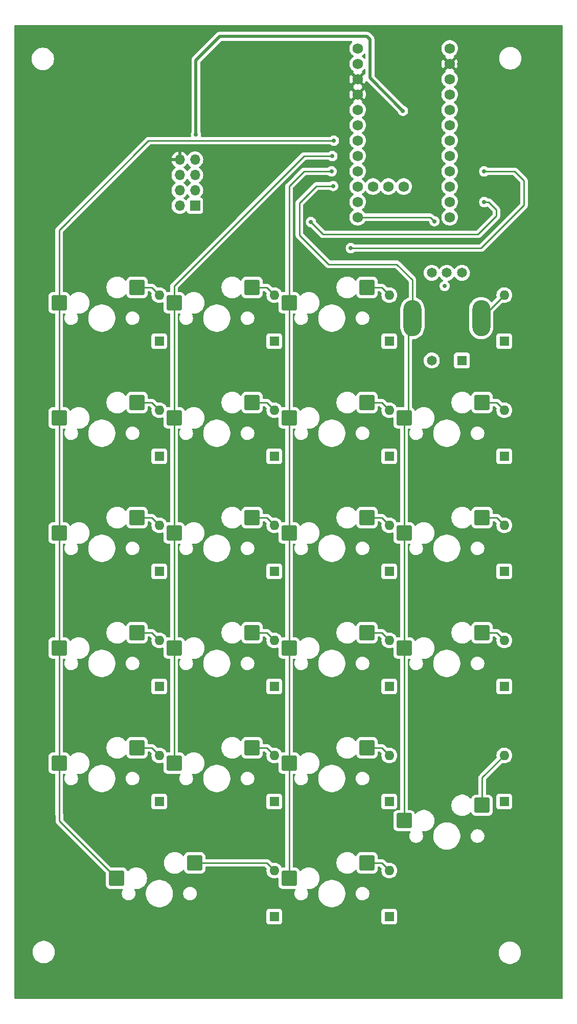
<source format=gbr>
%TF.GenerationSoftware,KiCad,Pcbnew,8.0.6*%
%TF.CreationDate,2024-12-22T21:39:12-05:00*%
%TF.ProjectId,Keypad 2.0,4b657970-6164-4203-922e-302e6b696361,rev?*%
%TF.SameCoordinates,Original*%
%TF.FileFunction,Copper,L2,Bot*%
%TF.FilePolarity,Positive*%
%FSLAX46Y46*%
G04 Gerber Fmt 4.6, Leading zero omitted, Abs format (unit mm)*
G04 Created by KiCad (PCBNEW 8.0.6) date 2024-12-22 21:39:12*
%MOMM*%
%LPD*%
G01*
G04 APERTURE LIST*
G04 Aperture macros list*
%AMRoundRect*
0 Rectangle with rounded corners*
0 $1 Rounding radius*
0 $2 $3 $4 $5 $6 $7 $8 $9 X,Y pos of 4 corners*
0 Add a 4 corners polygon primitive as box body*
4,1,4,$2,$3,$4,$5,$6,$7,$8,$9,$2,$3,0*
0 Add four circle primitives for the rounded corners*
1,1,$1+$1,$2,$3*
1,1,$1+$1,$4,$5*
1,1,$1+$1,$6,$7*
1,1,$1+$1,$8,$9*
0 Add four rect primitives between the rounded corners*
20,1,$1+$1,$2,$3,$4,$5,0*
20,1,$1+$1,$4,$5,$6,$7,0*
20,1,$1+$1,$6,$7,$8,$9,0*
20,1,$1+$1,$8,$9,$2,$3,0*%
G04 Aperture macros list end*
%TA.AperFunction,ComponentPad*%
%ADD10R,1.600000X1.600000*%
%TD*%
%TA.AperFunction,ComponentPad*%
%ADD11O,1.600000X1.600000*%
%TD*%
%TA.AperFunction,SMDPad,CuDef*%
%ADD12RoundRect,0.250000X-1.025000X-1.000000X1.025000X-1.000000X1.025000X1.000000X-1.025000X1.000000X0*%
%TD*%
%TA.AperFunction,ComponentPad*%
%ADD13R,1.650000X1.650000*%
%TD*%
%TA.AperFunction,ComponentPad*%
%ADD14C,1.650000*%
%TD*%
%TA.AperFunction,ComponentPad*%
%ADD15O,3.000000X6.000000*%
%TD*%
%TA.AperFunction,ComponentPad*%
%ADD16R,1.700000X1.700000*%
%TD*%
%TA.AperFunction,ComponentPad*%
%ADD17O,1.700000X1.700000*%
%TD*%
%TA.AperFunction,ComponentPad*%
%ADD18C,1.752600*%
%TD*%
%TA.AperFunction,ViaPad*%
%ADD19C,0.700000*%
%TD*%
%TA.AperFunction,Conductor*%
%ADD20C,0.500000*%
%TD*%
%TA.AperFunction,Conductor*%
%ADD21C,0.250000*%
%TD*%
G04 APERTURE END LIST*
D10*
%TO.P,D6,1,K*%
%TO.N,/Row_1*%
X102393750Y-96678750D03*
D11*
%TO.P,D6,2,A*%
%TO.N,Net-(D6-A)*%
X102393750Y-89058750D03*
%TD*%
D12*
%TO.P,S15,1,1*%
%TO.N,/Col_3*%
X104833750Y-128428750D03*
%TO.P,S15,2,2*%
%TO.N,Net-(D15-A)*%
X117760750Y-125888750D03*
%TD*%
%TO.P,S9,1,1*%
%TO.N,/Col_1*%
X66733750Y-109378750D03*
%TO.P,S9,2,2*%
%TO.N,Net-(D9-A)*%
X79660750Y-106838750D03*
%TD*%
D10*
%TO.P,D13,1,K*%
%TO.N,/Row_3*%
X83343750Y-134778750D03*
D11*
%TO.P,D13,2,A*%
%TO.N,Net-(D13-A)*%
X83343750Y-127158750D03*
%TD*%
D10*
%TO.P,D9,1,K*%
%TO.N,/Row_2*%
X83343750Y-115728750D03*
D11*
%TO.P,D9,2,A*%
%TO.N,Net-(D9-A)*%
X83343750Y-108108750D03*
%TD*%
D12*
%TO.P,S14,1,1*%
%TO.N,/Col_2*%
X85783750Y-128428750D03*
%TO.P,S14,2,2*%
%TO.N,Net-(D14-A)*%
X98710750Y-125888750D03*
%TD*%
D10*
%TO.P,D11,1,K*%
%TO.N,/Row_2*%
X121443750Y-115728750D03*
D11*
%TO.P,D11,2,A*%
%TO.N,Net-(D11-A)*%
X121443750Y-108108750D03*
%TD*%
D12*
%TO.P,S12,1,1*%
%TO.N,/Col_0*%
X47683750Y-128428750D03*
%TO.P,S12,2,2*%
%TO.N,Net-(D12-A)*%
X60610750Y-125888750D03*
%TD*%
D10*
%TO.P,D21,1,K*%
%TO.N,/Row_5*%
X102393750Y-172878750D03*
D11*
%TO.P,D21,2,A*%
%TO.N,Net-(D21-A)*%
X102393750Y-165258750D03*
%TD*%
D12*
%TO.P,S21,1,1*%
%TO.N,/Col_2*%
X85783750Y-166528750D03*
%TO.P,S21,2,2*%
%TO.N,Net-(D21-A)*%
X98710750Y-163988750D03*
%TD*%
%TO.P,S7,1,1*%
%TO.N,/Col_3*%
X104833750Y-90328750D03*
%TO.P,S7,2,2*%
%TO.N,Net-(D7-A)*%
X117760750Y-87788750D03*
%TD*%
D10*
%TO.P,D7,1,K*%
%TO.N,/Row_1*%
X121443750Y-96678750D03*
D11*
%TO.P,D7,2,A*%
%TO.N,Net-(D7-A)*%
X121443750Y-89058750D03*
%TD*%
D10*
%TO.P,D3,1,K*%
%TO.N,/Row_0*%
X102393750Y-77628750D03*
D11*
%TO.P,D3,2,A*%
%TO.N,Net-(D3-A)*%
X102393750Y-70008750D03*
%TD*%
D12*
%TO.P,S1,1,1*%
%TO.N,/Col_0*%
X47683750Y-71278750D03*
%TO.P,S1,2,2*%
%TO.N,Net-(D1-A)*%
X60610750Y-68738750D03*
%TD*%
%TO.P,S18,1,1*%
%TO.N,/Col_2*%
X85783750Y-147478750D03*
%TO.P,S18,2,2*%
%TO.N,Net-(D18-A)*%
X98710750Y-144938750D03*
%TD*%
%TO.P,S8,1,1*%
%TO.N,/Col_0*%
X47683750Y-109378750D03*
%TO.P,S8,2,2*%
%TO.N,Net-(D8-A)*%
X60610750Y-106838750D03*
%TD*%
%TO.P,S11,1,1*%
%TO.N,/Col_3*%
X104833750Y-109378750D03*
%TO.P,S11,2,2*%
%TO.N,Net-(D11-A)*%
X117760750Y-106838750D03*
%TD*%
%TO.P,S3,1,1*%
%TO.N,/Col_2*%
X85783750Y-71278750D03*
%TO.P,S3,2,2*%
%TO.N,Net-(D3-A)*%
X98710750Y-68738750D03*
%TD*%
%TO.P,S13,1,1*%
%TO.N,/Col_1*%
X66733750Y-128428750D03*
%TO.P,S13,2,2*%
%TO.N,Net-(D13-A)*%
X79660750Y-125888750D03*
%TD*%
D13*
%TO.P,SW1,1*%
%TO.N,N/C*%
X114418750Y-80818750D03*
D14*
%TO.P,SW1,2*%
X109418750Y-80818750D03*
%TO.P,SW1,A,A*%
%TO.N,/RE_A*%
X114418750Y-66318750D03*
%TO.P,SW1,B,B*%
%TO.N,/RE_B*%
X109418750Y-66318750D03*
%TO.P,SW1,COM*%
%TO.N,N/C*%
X111918750Y-66318750D03*
D15*
%TO.P,SW1,S1,S1*%
%TO.N,Net-(D22-A)*%
X117618750Y-73818750D03*
%TO.P,SW1,S2,S2*%
%TO.N,/Col_3*%
X106218750Y-73818750D03*
%TD*%
D10*
%TO.P,D22,1,K*%
%TO.N,/Row_0*%
X121443750Y-77628750D03*
D11*
%TO.P,D22,2,A*%
%TO.N,Net-(D22-A)*%
X121443750Y-70008750D03*
%TD*%
D12*
%TO.P,S6,1,1*%
%TO.N,/Col_2*%
X85783750Y-90328750D03*
%TO.P,S6,2,2*%
%TO.N,Net-(D6-A)*%
X98710750Y-87788750D03*
%TD*%
D10*
%TO.P,D8,1,K*%
%TO.N,/Row_2*%
X64293750Y-115728750D03*
D11*
%TO.P,D8,2,A*%
%TO.N,Net-(D8-A)*%
X64293750Y-108108750D03*
%TD*%
D12*
%TO.P,S17,1,1*%
%TO.N,/Col_1*%
X66733750Y-147478750D03*
%TO.P,S17,2,2*%
%TO.N,Net-(D17-A)*%
X79660750Y-144938750D03*
%TD*%
D10*
%TO.P,D18,1,K*%
%TO.N,/Row_4*%
X102393750Y-153828750D03*
D11*
%TO.P,D18,2,A*%
%TO.N,Net-(D18-A)*%
X102393750Y-146208750D03*
%TD*%
D10*
%TO.P,D15,1,K*%
%TO.N,/Row_3*%
X121443750Y-134778750D03*
D11*
%TO.P,D15,2,A*%
%TO.N,Net-(D15-A)*%
X121443750Y-127158750D03*
%TD*%
D10*
%TO.P,D2,1,K*%
%TO.N,/Row_0*%
X83343750Y-77628750D03*
D11*
%TO.P,D2,2,A*%
%TO.N,Net-(D2-A)*%
X83343750Y-70008750D03*
%TD*%
D10*
%TO.P,D19,1,K*%
%TO.N,/Row_4*%
X121443750Y-153828750D03*
D11*
%TO.P,D19,2,A*%
%TO.N,Net-(D19-A)*%
X121443750Y-146208750D03*
%TD*%
D10*
%TO.P,D12,1,K*%
%TO.N,/Row_3*%
X64293750Y-134778750D03*
D11*
%TO.P,D12,2,A*%
%TO.N,Net-(D12-A)*%
X64293750Y-127158750D03*
%TD*%
D10*
%TO.P,D16,1,K*%
%TO.N,/Row_4*%
X64293750Y-153828750D03*
D11*
%TO.P,D16,2,A*%
%TO.N,Net-(D16-A)*%
X64293750Y-146208750D03*
%TD*%
D16*
%TO.P,J1,1,Pin_1*%
%TO.N,/SPI_MOSI*%
X70200000Y-55200000D03*
D17*
%TO.P,J1,2,Pin_2*%
%TO.N,/SPI_SCLK*%
X67660000Y-55200000D03*
%TO.P,J1,3,Pin_3*%
%TO.N,/SPI_RST*%
X70200000Y-52660000D03*
%TO.P,J1,4,Pin_4*%
%TO.N,/EXTRA*%
X67660000Y-52660000D03*
%TO.P,J1,5,Pin_5*%
%TO.N,/SPI_CS*%
X70200000Y-50120000D03*
%TO.P,J1,6,Pin_6*%
%TO.N,/SPI_DC*%
X67660000Y-50120000D03*
%TO.P,J1,7,Pin_7*%
%TO.N,+3V3*%
X70200000Y-47580000D03*
%TO.P,J1,8,Pin_8*%
%TO.N,GND*%
X67660000Y-47580000D03*
%TD*%
D10*
%TO.P,D20,1,K*%
%TO.N,/Row_5*%
X83343750Y-172878750D03*
D11*
%TO.P,D20,2,A*%
%TO.N,Net-(D20-A)*%
X83343750Y-165258750D03*
%TD*%
D12*
%TO.P,S20,1,1*%
%TO.N,/Col_0*%
X57208750Y-166528750D03*
%TO.P,S20,2,2*%
%TO.N,Net-(D20-A)*%
X70135750Y-163988750D03*
%TD*%
D18*
%TO.P,U2,27,7*%
%TO.N,unconnected-(U2-7-Pad27)*%
X104775000Y-52032500D03*
%TO.P,U2,26,2*%
%TO.N,unconnected-(U2-2-Pad26)*%
X102235000Y-52032500D03*
%TO.P,U2,25,1*%
%TO.N,unconnected-(U2-1-Pad25)*%
X99695000Y-52032500D03*
%TO.P,U2,24,B+*%
%TO.N,unconnected-(U2-B+-Pad24)*%
X112395000Y-29172500D03*
%TO.P,U2,23,GND*%
%TO.N,GND*%
X112395000Y-31712500D03*
%TO.P,U2,22,RST*%
%TO.N,unconnected-(U2-RST-Pad22)*%
X112395000Y-34252500D03*
%TO.P,U2,21,3.3v*%
%TO.N,+3V3*%
X112395000Y-36792500D03*
%TO.P,U2,20,21*%
%TO.N,/Row_5*%
X112395000Y-39332500D03*
%TO.P,U2,19,20*%
%TO.N,/Row_4*%
X112395000Y-41872500D03*
%TO.P,U2,18,19*%
%TO.N,/Row_3*%
X112395000Y-44412500D03*
%TO.P,U2,17,18*%
%TO.N,/Row_2*%
X112395000Y-46952500D03*
%TO.P,U2,16,15*%
%TO.N,/SPI_SCLK*%
X112395000Y-49492500D03*
%TO.P,U2,15,14*%
%TO.N,/Row_1*%
X112395000Y-52032500D03*
%TO.P,U2,14,16*%
%TO.N,/SPI_MOSI*%
X112395000Y-54572500D03*
%TO.P,U2,13,10*%
%TO.N,/Row_0*%
X112395000Y-57112500D03*
%TO.P,U2,12,9*%
%TO.N,/RE_A*%
X97155000Y-57112500D03*
%TO.P,U2,11,8*%
%TO.N,/RE_B*%
X97155000Y-54572500D03*
%TO.P,U2,10,7*%
%TO.N,/Col_3*%
X97155000Y-52032500D03*
%TO.P,U2,9,6*%
%TO.N,/Col_2*%
X97155000Y-49492500D03*
%TO.P,U2,8,5*%
%TO.N,/Col_1*%
X97155000Y-46952500D03*
%TO.P,U2,7,4*%
%TO.N,/Col_0*%
X97155000Y-44412500D03*
%TO.P,U2,6,3*%
%TO.N,/SPI_RST*%
X97155000Y-41872500D03*
%TO.P,U2,5,2*%
%TO.N,/SPI_CS*%
X97155000Y-39332500D03*
%TO.P,U2,4,GND*%
%TO.N,GND*%
X97155000Y-36792500D03*
%TO.P,U2,3,GND*%
X97155000Y-34252500D03*
%TO.P,U2,2,0*%
%TO.N,/SPI_DC*%
X97155000Y-31712500D03*
%TO.P,U2,1,1*%
%TO.N,/EXTRA*%
X97155000Y-29172500D03*
%TD*%
D10*
%TO.P,D4,1,K*%
%TO.N,/Row_1*%
X64293750Y-96678750D03*
D11*
%TO.P,D4,2,A*%
%TO.N,Net-(D4-A)*%
X64293750Y-89058750D03*
%TD*%
D12*
%TO.P,S10,1,1*%
%TO.N,/Col_2*%
X85783750Y-109378750D03*
%TO.P,S10,2,2*%
%TO.N,Net-(D10-A)*%
X98710750Y-106838750D03*
%TD*%
D10*
%TO.P,D10,1,K*%
%TO.N,/Row_2*%
X102393750Y-115728750D03*
D11*
%TO.P,D10,2,A*%
%TO.N,Net-(D10-A)*%
X102393750Y-108108750D03*
%TD*%
D12*
%TO.P,S4,1,1*%
%TO.N,/Col_0*%
X47683750Y-90328750D03*
%TO.P,S4,2,2*%
%TO.N,Net-(D4-A)*%
X60610750Y-87788750D03*
%TD*%
%TO.P,S5,1,1*%
%TO.N,/Col_1*%
X66733750Y-90328750D03*
%TO.P,S5,2,2*%
%TO.N,Net-(D5-A)*%
X79660750Y-87788750D03*
%TD*%
%TO.P,S2,1,1*%
%TO.N,/Col_1*%
X66733750Y-71278750D03*
%TO.P,S2,2,2*%
%TO.N,Net-(D2-A)*%
X79660750Y-68738750D03*
%TD*%
%TO.P,S19,1,1*%
%TO.N,/Col_3*%
X104833750Y-157003750D03*
%TO.P,S19,2,2*%
%TO.N,Net-(D19-A)*%
X117760750Y-154463750D03*
%TD*%
%TO.P,S16,1,1*%
%TO.N,/Col_0*%
X47683750Y-147478750D03*
%TO.P,S16,2,2*%
%TO.N,Net-(D16-A)*%
X60610750Y-144938750D03*
%TD*%
D10*
%TO.P,D17,1,K*%
%TO.N,/Row_4*%
X83343750Y-153828750D03*
D11*
%TO.P,D17,2,A*%
%TO.N,Net-(D17-A)*%
X83343750Y-146208750D03*
%TD*%
D10*
%TO.P,D5,1,K*%
%TO.N,/Row_1*%
X83343750Y-96678750D03*
D11*
%TO.P,D5,2,A*%
%TO.N,Net-(D5-A)*%
X83343750Y-89058750D03*
%TD*%
D10*
%TO.P,D14,1,K*%
%TO.N,/Row_3*%
X102393750Y-134778750D03*
D11*
%TO.P,D14,2,A*%
%TO.N,Net-(D14-A)*%
X102393750Y-127158750D03*
%TD*%
D10*
%TO.P,D1,1,K*%
%TO.N,/Row_0*%
X64293750Y-77628750D03*
D11*
%TO.P,D1,2,A*%
%TO.N,Net-(D1-A)*%
X64293750Y-70008750D03*
%TD*%
D19*
%TO.N,*%
X111555000Y-68509000D03*
%TO.N,GND*%
X113919000Y-31750000D03*
X94107000Y-36703000D03*
X94144500Y-34252500D03*
X67660000Y-45878000D03*
%TO.N,+3V3*%
X70358000Y-43434000D03*
X104648000Y-39497000D03*
%TO.N,/Col_3*%
X93091000Y-51943000D03*
%TO.N,/Col_2*%
X92837000Y-49530000D03*
%TO.N,/Col_1*%
X92964000Y-46990000D03*
%TO.N,/Col_0*%
X93218000Y-44450000D03*
%TO.N,/RE_A*%
X109855000Y-57785000D03*
%TO.N,/SPI_SCLK*%
X118110000Y-49530000D03*
X96012000Y-62230000D03*
%TO.N,/SPI_MOSI*%
X118110000Y-54610000D03*
X89408000Y-57912000D03*
%TD*%
D20*
%TO.N,GND*%
X113919000Y-31750000D02*
X114046000Y-31877000D01*
X67691000Y-45847000D02*
X67660000Y-45878000D01*
X67660000Y-47580000D02*
X67660000Y-45878000D01*
%TO.N,+3V3*%
X70358000Y-31115000D02*
X70358000Y-43434000D01*
X73787000Y-27686000D02*
X70358000Y-31115000D01*
X74295000Y-27178000D02*
X73787000Y-27686000D01*
X80264000Y-27178000D02*
X74295000Y-27178000D01*
X99187000Y-27686000D02*
X98679000Y-27178000D01*
X98679000Y-27178000D02*
X80264000Y-27178000D01*
X99187000Y-34036000D02*
X99187000Y-27686000D01*
X104648000Y-39497000D02*
X99187000Y-34036000D01*
D21*
%TO.N,/Col_3*%
X87503000Y-54737000D02*
X90297000Y-51943000D01*
X87503000Y-60071000D02*
X87503000Y-54737000D01*
X90297000Y-51943000D02*
X93091000Y-51943000D01*
X92329000Y-64897000D02*
X87503000Y-60071000D01*
X106218750Y-67483750D02*
X103632000Y-64897000D01*
X103632000Y-64897000D02*
X92329000Y-64897000D01*
X106218750Y-73818750D02*
X106218750Y-67483750D01*
X105537000Y-74500500D02*
X106218750Y-73818750D01*
X105537000Y-89625500D02*
X105537000Y-74500500D01*
X104833750Y-90328750D02*
X105537000Y-89625500D01*
X104833750Y-109378750D02*
X104833750Y-90328750D01*
X104833750Y-128428750D02*
X104833750Y-109378750D01*
X104833750Y-157003750D02*
X104833750Y-128428750D01*
%TO.N,/Col_2*%
X85783750Y-147478750D02*
X85783750Y-166528750D01*
X85783750Y-128428750D02*
X85783750Y-147478750D01*
X85783750Y-109378750D02*
X85783750Y-128428750D01*
X85783750Y-90328750D02*
X85783750Y-109378750D01*
X85783750Y-71278750D02*
X85783750Y-90328750D01*
X88265000Y-49530000D02*
X92837000Y-49530000D01*
X85783750Y-52011250D02*
X88265000Y-49530000D01*
X85783750Y-71278750D02*
X85783750Y-52011250D01*
%TO.N,/Col_1*%
X88265000Y-46990000D02*
X92964000Y-46990000D01*
X87884000Y-47371000D02*
X88265000Y-46990000D01*
X66733750Y-68521250D02*
X87884000Y-47371000D01*
X66733750Y-71278750D02*
X66733750Y-68521250D01*
X66733750Y-90328750D02*
X66733750Y-71278750D01*
X66733750Y-109378750D02*
X66733750Y-90328750D01*
X66733750Y-128428750D02*
X66733750Y-109378750D01*
X66733750Y-147478750D02*
X66733750Y-128428750D01*
%TO.N,/Col_0*%
X61722000Y-45212000D02*
X62484000Y-44450000D01*
X62484000Y-44450000D02*
X93218000Y-44450000D01*
X47683750Y-59250250D02*
X61722000Y-45212000D01*
X47683750Y-71278750D02*
X47683750Y-59250250D01*
X47683750Y-90328750D02*
X47683750Y-71278750D01*
X47683750Y-109378750D02*
X47683750Y-90328750D01*
X47683750Y-128428750D02*
X47683750Y-109378750D01*
X47683750Y-147478750D02*
X47683750Y-128428750D01*
X47683750Y-155887750D02*
X47683750Y-147478750D01*
X47752000Y-155956000D02*
X47683750Y-155887750D01*
X47752000Y-157072000D02*
X47752000Y-155956000D01*
X57208750Y-166528750D02*
X47752000Y-157072000D01*
%TO.N,Net-(D17-A)*%
X82073750Y-144938750D02*
X83343750Y-146208750D01*
X79660750Y-144938750D02*
X82073750Y-144938750D01*
%TO.N,Net-(D16-A)*%
X60610750Y-144938750D02*
X63023750Y-144938750D01*
X63023750Y-144938750D02*
X64293750Y-146208750D01*
%TO.N,Net-(D20-A)*%
X82073750Y-163988750D02*
X83343750Y-165258750D01*
X70135750Y-163988750D02*
X82073750Y-163988750D01*
%TO.N,Net-(D21-A)*%
X101123750Y-163988750D02*
X102393750Y-165258750D01*
X98710750Y-163988750D02*
X101123750Y-163988750D01*
%TO.N,Net-(D18-A)*%
X101123750Y-144938750D02*
X102393750Y-146208750D01*
X98710750Y-144938750D02*
X101123750Y-144938750D01*
%TO.N,Net-(D19-A)*%
X117760750Y-149891750D02*
X121443750Y-146208750D01*
X117760750Y-154463750D02*
X117760750Y-149891750D01*
%TO.N,Net-(D15-A)*%
X120173750Y-125888750D02*
X121443750Y-127158750D01*
X117760750Y-125888750D02*
X120173750Y-125888750D01*
%TO.N,Net-(D14-A)*%
X101123750Y-125888750D02*
X102393750Y-127158750D01*
X98710750Y-125888750D02*
X101123750Y-125888750D01*
%TO.N,Net-(D13-A)*%
X82073750Y-125888750D02*
X83343750Y-127158750D01*
X79660750Y-125888750D02*
X82073750Y-125888750D01*
%TO.N,Net-(D12-A)*%
X63023750Y-125888750D02*
X64293750Y-127158750D01*
X60610750Y-125888750D02*
X63023750Y-125888750D01*
%TO.N,Net-(D8-A)*%
X63023750Y-106838750D02*
X64293750Y-108108750D01*
X60610750Y-106838750D02*
X63023750Y-106838750D01*
%TO.N,Net-(D9-A)*%
X79660750Y-106838750D02*
X82073750Y-106838750D01*
X82073750Y-106838750D02*
X83343750Y-108108750D01*
%TO.N,Net-(D10-A)*%
X101123750Y-106838750D02*
X102393750Y-108108750D01*
X98710750Y-106838750D02*
X101123750Y-106838750D01*
%TO.N,Net-(D11-A)*%
X120173750Y-106838750D02*
X121443750Y-108108750D01*
X117760750Y-106838750D02*
X120173750Y-106838750D01*
%TO.N,Net-(D7-A)*%
X120173750Y-87788750D02*
X121443750Y-89058750D01*
X117760750Y-87788750D02*
X120173750Y-87788750D01*
%TO.N,Net-(D6-A)*%
X101123750Y-87788750D02*
X102393750Y-89058750D01*
X98710750Y-87788750D02*
X101123750Y-87788750D01*
%TO.N,Net-(D5-A)*%
X82073750Y-87788750D02*
X83343750Y-89058750D01*
X79660750Y-87788750D02*
X82073750Y-87788750D01*
%TO.N,Net-(D4-A)*%
X63023750Y-87788750D02*
X64293750Y-89058750D01*
X60610750Y-87788750D02*
X63023750Y-87788750D01*
%TO.N,/RE_A*%
X109182500Y-57112500D02*
X97155000Y-57112500D01*
X109855000Y-57785000D02*
X109182500Y-57112500D01*
%TO.N,Net-(D22-A)*%
X117633750Y-73818750D02*
X121443750Y-70008750D01*
X117618750Y-73818750D02*
X117633750Y-73818750D01*
%TO.N,Net-(D3-A)*%
X101123750Y-68738750D02*
X102393750Y-70008750D01*
X98710750Y-68738750D02*
X101123750Y-68738750D01*
%TO.N,Net-(D2-A)*%
X82073750Y-68738750D02*
X83343750Y-70008750D01*
X79660750Y-68738750D02*
X82073750Y-68738750D01*
%TO.N,Net-(D1-A)*%
X63023750Y-68738750D02*
X64293750Y-70008750D01*
X60610750Y-68738750D02*
X63023750Y-68738750D01*
%TO.N,/SPI_SCLK*%
X123190000Y-49530000D02*
X118110000Y-49530000D01*
X124714000Y-55118000D02*
X124714000Y-51054000D01*
X124206000Y-55626000D02*
X124714000Y-55118000D01*
X124714000Y-51054000D02*
X123190000Y-49530000D01*
X96012000Y-62230000D02*
X117602000Y-62230000D01*
X117602000Y-62230000D02*
X124206000Y-55626000D01*
%TO.N,/SPI_MOSI*%
X118872000Y-54610000D02*
X118110000Y-54610000D01*
X120142000Y-55880000D02*
X119380000Y-55118000D01*
X120142000Y-56896000D02*
X120142000Y-55880000D01*
X119380000Y-55118000D02*
X118872000Y-54610000D01*
X117094000Y-59944000D02*
X120142000Y-56896000D01*
X91440000Y-59944000D02*
X115824000Y-59944000D01*
X89408000Y-57912000D02*
X91440000Y-59944000D01*
X115824000Y-59944000D02*
X117094000Y-59944000D01*
%TD*%
%TA.AperFunction,Conductor*%
%TO.N,GND*%
G36*
X98350996Y-32553165D02*
G01*
X98408612Y-32592689D01*
X98435713Y-32657089D01*
X98436500Y-32671038D01*
X98436500Y-33349753D01*
X98416815Y-33416792D01*
X98364011Y-33462547D01*
X98299709Y-33473092D01*
X98289063Y-33471987D01*
X97675602Y-34085448D01*
X97663884Y-34041713D01*
X97591989Y-33917187D01*
X97490313Y-33815511D01*
X97365787Y-33743616D01*
X97322050Y-33731896D01*
X97936910Y-33117037D01*
X97936909Y-33117035D01*
X97910349Y-33096362D01*
X97910339Y-33096355D01*
X97901990Y-33091837D01*
X97852401Y-33042617D01*
X97837294Y-32974400D01*
X97861466Y-32908845D01*
X97901995Y-32873728D01*
X97910612Y-32869065D01*
X97910619Y-32869061D01*
X98090677Y-32728917D01*
X98221271Y-32587053D01*
X98281157Y-32551064D01*
X98350996Y-32553165D01*
G37*
%TD.AperFunction*%
%TA.AperFunction,Conductor*%
G36*
X131068539Y-25320185D02*
G01*
X131114294Y-25372989D01*
X131125500Y-25424500D01*
X131125500Y-186375500D01*
X131105815Y-186442539D01*
X131053011Y-186488294D01*
X131001500Y-186499500D01*
X40424500Y-186499500D01*
X40357461Y-186479815D01*
X40311706Y-186427011D01*
X40300500Y-186375500D01*
X40300500Y-178623711D01*
X43283500Y-178623711D01*
X43283500Y-178866288D01*
X43315161Y-179106785D01*
X43377947Y-179341104D01*
X43470773Y-179565205D01*
X43470776Y-179565212D01*
X43592064Y-179775289D01*
X43592066Y-179775292D01*
X43592067Y-179775293D01*
X43739733Y-179967736D01*
X43739739Y-179967743D01*
X43911256Y-180139260D01*
X43911262Y-180139265D01*
X44103711Y-180286936D01*
X44313788Y-180408224D01*
X44537900Y-180501054D01*
X44772211Y-180563838D01*
X44952586Y-180587584D01*
X45012711Y-180595500D01*
X45012712Y-180595500D01*
X45255289Y-180595500D01*
X45303388Y-180589167D01*
X45495789Y-180563838D01*
X45730100Y-180501054D01*
X45954212Y-180408224D01*
X46164289Y-180286936D01*
X46356738Y-180139265D01*
X46528265Y-179967738D01*
X46675936Y-179775289D01*
X46797224Y-179565212D01*
X46890054Y-179341100D01*
X46952838Y-179106789D01*
X46984500Y-178866288D01*
X46984500Y-178750711D01*
X120499500Y-178750711D01*
X120499500Y-178993288D01*
X120531161Y-179233785D01*
X120593947Y-179468104D01*
X120686773Y-179692205D01*
X120686776Y-179692212D01*
X120808064Y-179902289D01*
X120808066Y-179902292D01*
X120808067Y-179902293D01*
X120955733Y-180094736D01*
X120955739Y-180094743D01*
X121127256Y-180266260D01*
X121127262Y-180266265D01*
X121319711Y-180413936D01*
X121529788Y-180535224D01*
X121753900Y-180628054D01*
X121988211Y-180690838D01*
X122168586Y-180714584D01*
X122228711Y-180722500D01*
X122228712Y-180722500D01*
X122471289Y-180722500D01*
X122519388Y-180716167D01*
X122711789Y-180690838D01*
X122946100Y-180628054D01*
X123170212Y-180535224D01*
X123380289Y-180413936D01*
X123572738Y-180266265D01*
X123744265Y-180094738D01*
X123891936Y-179902289D01*
X124013224Y-179692212D01*
X124106054Y-179468100D01*
X124168838Y-179233789D01*
X124200500Y-178993288D01*
X124200500Y-178750712D01*
X124168838Y-178510211D01*
X124106054Y-178275900D01*
X124013224Y-178051788D01*
X123891936Y-177841711D01*
X123744265Y-177649262D01*
X123744260Y-177649256D01*
X123572743Y-177477739D01*
X123572736Y-177477733D01*
X123380293Y-177330067D01*
X123380292Y-177330066D01*
X123380289Y-177330064D01*
X123170212Y-177208776D01*
X123170205Y-177208773D01*
X122946104Y-177115947D01*
X122711785Y-177053161D01*
X122471289Y-177021500D01*
X122471288Y-177021500D01*
X122228712Y-177021500D01*
X122228711Y-177021500D01*
X121988214Y-177053161D01*
X121753895Y-177115947D01*
X121529794Y-177208773D01*
X121529785Y-177208777D01*
X121319706Y-177330067D01*
X121127263Y-177477733D01*
X121127256Y-177477739D01*
X120955739Y-177649256D01*
X120955733Y-177649263D01*
X120808067Y-177841706D01*
X120686777Y-178051785D01*
X120686773Y-178051794D01*
X120593947Y-178275895D01*
X120531161Y-178510214D01*
X120499500Y-178750711D01*
X46984500Y-178750711D01*
X46984500Y-178623712D01*
X46952838Y-178383211D01*
X46890054Y-178148900D01*
X46797224Y-177924788D01*
X46675936Y-177714711D01*
X46528265Y-177522262D01*
X46528260Y-177522256D01*
X46356743Y-177350739D01*
X46356736Y-177350733D01*
X46164293Y-177203067D01*
X46164292Y-177203066D01*
X46164289Y-177203064D01*
X45954212Y-177081776D01*
X45885132Y-177053162D01*
X45730104Y-176988947D01*
X45495785Y-176926161D01*
X45255289Y-176894500D01*
X45255288Y-176894500D01*
X45012712Y-176894500D01*
X45012711Y-176894500D01*
X44772214Y-176926161D01*
X44537895Y-176988947D01*
X44313794Y-177081773D01*
X44313785Y-177081777D01*
X44103706Y-177203067D01*
X43911263Y-177350733D01*
X43911256Y-177350739D01*
X43739739Y-177522256D01*
X43739733Y-177522263D01*
X43592067Y-177714706D01*
X43470777Y-177924785D01*
X43470773Y-177924794D01*
X43377947Y-178148895D01*
X43315161Y-178383214D01*
X43283500Y-178623711D01*
X40300500Y-178623711D01*
X40300500Y-172030885D01*
X82043250Y-172030885D01*
X82043250Y-173726620D01*
X82043251Y-173726626D01*
X82049658Y-173786233D01*
X82099952Y-173921078D01*
X82099956Y-173921085D01*
X82186202Y-174036294D01*
X82186205Y-174036297D01*
X82301414Y-174122543D01*
X82301421Y-174122547D01*
X82436267Y-174172841D01*
X82436266Y-174172841D01*
X82443194Y-174173585D01*
X82495877Y-174179250D01*
X84191622Y-174179249D01*
X84251233Y-174172841D01*
X84386081Y-174122546D01*
X84501296Y-174036296D01*
X84587546Y-173921081D01*
X84637841Y-173786233D01*
X84644250Y-173726623D01*
X84644249Y-172030885D01*
X101093250Y-172030885D01*
X101093250Y-173726620D01*
X101093251Y-173726626D01*
X101099658Y-173786233D01*
X101149952Y-173921078D01*
X101149956Y-173921085D01*
X101236202Y-174036294D01*
X101236205Y-174036297D01*
X101351414Y-174122543D01*
X101351421Y-174122547D01*
X101486267Y-174172841D01*
X101486266Y-174172841D01*
X101493194Y-174173585D01*
X101545877Y-174179250D01*
X103241622Y-174179249D01*
X103301233Y-174172841D01*
X103436081Y-174122546D01*
X103551296Y-174036296D01*
X103637546Y-173921081D01*
X103687841Y-173786233D01*
X103694250Y-173726623D01*
X103694249Y-172030878D01*
X103687841Y-171971267D01*
X103637546Y-171836419D01*
X103637545Y-171836418D01*
X103637543Y-171836414D01*
X103551297Y-171721205D01*
X103551294Y-171721202D01*
X103436085Y-171634956D01*
X103436078Y-171634952D01*
X103301232Y-171584658D01*
X103301233Y-171584658D01*
X103241633Y-171578251D01*
X103241631Y-171578250D01*
X103241623Y-171578250D01*
X103241614Y-171578250D01*
X101545879Y-171578250D01*
X101545873Y-171578251D01*
X101486266Y-171584658D01*
X101351421Y-171634952D01*
X101351414Y-171634956D01*
X101236205Y-171721202D01*
X101236202Y-171721205D01*
X101149956Y-171836414D01*
X101149952Y-171836421D01*
X101099658Y-171971267D01*
X101093251Y-172030866D01*
X101093251Y-172030873D01*
X101093250Y-172030885D01*
X84644249Y-172030885D01*
X84644249Y-172030878D01*
X84637841Y-171971267D01*
X84587546Y-171836419D01*
X84587545Y-171836418D01*
X84587543Y-171836414D01*
X84501297Y-171721205D01*
X84501294Y-171721202D01*
X84386085Y-171634956D01*
X84386078Y-171634952D01*
X84251232Y-171584658D01*
X84251233Y-171584658D01*
X84191633Y-171578251D01*
X84191631Y-171578250D01*
X84191623Y-171578250D01*
X84191614Y-171578250D01*
X82495879Y-171578250D01*
X82495873Y-171578251D01*
X82436266Y-171584658D01*
X82301421Y-171634952D01*
X82301414Y-171634956D01*
X82186205Y-171721202D01*
X82186202Y-171721205D01*
X82099956Y-171836414D01*
X82099952Y-171836421D01*
X82049658Y-171971267D01*
X82043251Y-172030866D01*
X82043251Y-172030873D01*
X82043250Y-172030885D01*
X40300500Y-172030885D01*
X40300500Y-70228733D01*
X45908250Y-70228733D01*
X45908250Y-72328751D01*
X45908251Y-72328768D01*
X45918750Y-72431546D01*
X45918751Y-72431549D01*
X45973935Y-72598081D01*
X45973937Y-72598086D01*
X45985299Y-72616506D01*
X46066038Y-72747406D01*
X46190094Y-72871462D01*
X46339416Y-72963564D01*
X46505953Y-73018749D01*
X46608741Y-73029250D01*
X46934250Y-73029249D01*
X47001289Y-73048933D01*
X47047044Y-73101737D01*
X47058250Y-73153249D01*
X47058250Y-88454250D01*
X47038565Y-88521289D01*
X46985761Y-88567044D01*
X46934250Y-88578250D01*
X46608749Y-88578250D01*
X46608730Y-88578251D01*
X46505953Y-88588750D01*
X46505950Y-88588751D01*
X46339418Y-88643935D01*
X46339413Y-88643937D01*
X46190092Y-88736039D01*
X46066039Y-88860092D01*
X45973937Y-89009413D01*
X45973935Y-89009418D01*
X45957588Y-89058750D01*
X45918751Y-89175953D01*
X45918751Y-89175954D01*
X45918750Y-89175954D01*
X45908250Y-89278733D01*
X45908250Y-91378751D01*
X45908251Y-91378768D01*
X45918750Y-91481546D01*
X45918751Y-91481549D01*
X45973935Y-91648081D01*
X45973937Y-91648086D01*
X45985299Y-91666506D01*
X46066038Y-91797406D01*
X46190094Y-91921462D01*
X46339416Y-92013564D01*
X46505953Y-92068749D01*
X46608741Y-92079250D01*
X46934250Y-92079249D01*
X47001289Y-92098933D01*
X47047044Y-92151737D01*
X47058250Y-92203249D01*
X47058250Y-107504250D01*
X47038565Y-107571289D01*
X46985761Y-107617044D01*
X46934250Y-107628250D01*
X46608749Y-107628250D01*
X46608730Y-107628251D01*
X46505953Y-107638750D01*
X46505950Y-107638751D01*
X46339418Y-107693935D01*
X46339413Y-107693937D01*
X46190092Y-107786039D01*
X46066039Y-107910092D01*
X45973937Y-108059413D01*
X45973935Y-108059418D01*
X45957588Y-108108750D01*
X45918751Y-108225953D01*
X45918751Y-108225954D01*
X45918750Y-108225954D01*
X45908250Y-108328733D01*
X45908250Y-110428751D01*
X45908251Y-110428768D01*
X45918750Y-110531546D01*
X45918751Y-110531549D01*
X45973935Y-110698081D01*
X45973937Y-110698086D01*
X45985299Y-110716506D01*
X46066038Y-110847406D01*
X46190094Y-110971462D01*
X46339416Y-111063564D01*
X46505953Y-111118749D01*
X46608741Y-111129250D01*
X46934250Y-111129249D01*
X47001289Y-111148933D01*
X47047044Y-111201737D01*
X47058250Y-111253249D01*
X47058250Y-126554250D01*
X47038565Y-126621289D01*
X46985761Y-126667044D01*
X46934250Y-126678250D01*
X46608749Y-126678250D01*
X46608730Y-126678251D01*
X46505953Y-126688750D01*
X46505950Y-126688751D01*
X46339418Y-126743935D01*
X46339413Y-126743937D01*
X46190092Y-126836039D01*
X46066039Y-126960092D01*
X45973937Y-127109413D01*
X45973935Y-127109418D01*
X45957588Y-127158750D01*
X45918751Y-127275953D01*
X45918751Y-127275954D01*
X45918750Y-127275954D01*
X45908250Y-127378733D01*
X45908250Y-129478751D01*
X45908251Y-129478768D01*
X45918750Y-129581546D01*
X45918751Y-129581549D01*
X45973935Y-129748081D01*
X45973937Y-129748086D01*
X45985299Y-129766506D01*
X46066038Y-129897406D01*
X46190094Y-130021462D01*
X46339416Y-130113564D01*
X46505953Y-130168749D01*
X46608741Y-130179250D01*
X46934250Y-130179249D01*
X47001289Y-130198933D01*
X47047044Y-130251737D01*
X47058250Y-130303249D01*
X47058250Y-145604250D01*
X47038565Y-145671289D01*
X46985761Y-145717044D01*
X46934250Y-145728250D01*
X46608749Y-145728250D01*
X46608730Y-145728251D01*
X46505953Y-145738750D01*
X46505950Y-145738751D01*
X46339418Y-145793935D01*
X46339413Y-145793937D01*
X46190092Y-145886039D01*
X46066039Y-146010092D01*
X45973937Y-146159413D01*
X45973935Y-146159418D01*
X45957588Y-146208750D01*
X45918751Y-146325953D01*
X45918751Y-146325954D01*
X45918750Y-146325954D01*
X45908250Y-146428733D01*
X45908250Y-148528751D01*
X45908251Y-148528768D01*
X45918750Y-148631546D01*
X45918751Y-148631549D01*
X45973935Y-148798081D01*
X45973937Y-148798086D01*
X45985299Y-148816506D01*
X46066038Y-148947406D01*
X46190094Y-149071462D01*
X46339416Y-149163564D01*
X46505953Y-149218749D01*
X46608741Y-149229250D01*
X46934250Y-149229249D01*
X47001289Y-149248933D01*
X47047044Y-149301737D01*
X47058250Y-149353249D01*
X47058250Y-155949361D01*
X47082285Y-156070192D01*
X47082288Y-156070204D01*
X47117061Y-156154153D01*
X47126500Y-156201605D01*
X47126500Y-157133611D01*
X47150535Y-157254444D01*
X47150540Y-157254461D01*
X47197685Y-157368281D01*
X47197688Y-157368287D01*
X47210946Y-157388128D01*
X47224297Y-157408108D01*
X47224298Y-157408111D01*
X47224299Y-157408111D01*
X47266141Y-157470732D01*
X47266144Y-157470736D01*
X47357586Y-157562178D01*
X47357608Y-157562198D01*
X55396931Y-165601521D01*
X55430416Y-165662844D01*
X55433250Y-165689202D01*
X55433250Y-167578751D01*
X55433251Y-167578768D01*
X55443750Y-167681546D01*
X55443751Y-167681549D01*
X55498935Y-167848081D01*
X55498937Y-167848086D01*
X55510299Y-167866506D01*
X55591038Y-167997406D01*
X55715094Y-168121462D01*
X55864416Y-168213564D01*
X56030953Y-168268749D01*
X56133741Y-168279250D01*
X58152797Y-168279249D01*
X58219836Y-168298934D01*
X58265591Y-168351737D01*
X58275535Y-168420896D01*
X58253121Y-168476126D01*
X58251138Y-168478854D01*
X58170707Y-168636707D01*
X58170706Y-168636710D01*
X58115964Y-168805193D01*
X58088250Y-168980171D01*
X58088250Y-169157328D01*
X58115964Y-169332306D01*
X58170706Y-169500789D01*
X58170707Y-169500792D01*
X58251136Y-169658640D01*
X58355267Y-169801964D01*
X58480536Y-169927233D01*
X58623860Y-170031364D01*
X58692327Y-170066250D01*
X58781707Y-170111792D01*
X58781710Y-170111793D01*
X58865951Y-170139164D01*
X58950195Y-170166536D01*
X59125171Y-170194250D01*
X59125172Y-170194250D01*
X59302328Y-170194250D01*
X59302329Y-170194250D01*
X59477305Y-170166536D01*
X59645792Y-170111792D01*
X59803640Y-170031364D01*
X59946964Y-169927233D01*
X60072233Y-169801964D01*
X60176364Y-169658640D01*
X60256792Y-169500792D01*
X60311536Y-169332305D01*
X60339250Y-169157329D01*
X60339250Y-168980171D01*
X60329915Y-168921236D01*
X62043250Y-168921236D01*
X62043250Y-169216263D01*
X62058528Y-169332305D01*
X62081757Y-169508743D01*
X62158111Y-169793701D01*
X62158114Y-169793711D01*
X62271004Y-170066250D01*
X62271008Y-170066260D01*
X62418511Y-170321743D01*
X62598102Y-170555790D01*
X62598108Y-170555797D01*
X62806702Y-170764391D01*
X62806709Y-170764397D01*
X63040756Y-170943988D01*
X63296239Y-171091491D01*
X63296240Y-171091491D01*
X63296243Y-171091493D01*
X63568798Y-171204389D01*
X63853757Y-171280743D01*
X64146244Y-171319250D01*
X64146251Y-171319250D01*
X64441249Y-171319250D01*
X64441256Y-171319250D01*
X64733743Y-171280743D01*
X65018702Y-171204389D01*
X65291257Y-171091493D01*
X65546744Y-170943988D01*
X65780792Y-170764396D01*
X65989396Y-170555792D01*
X66168988Y-170321744D01*
X66316493Y-170066257D01*
X66429389Y-169793702D01*
X66505743Y-169508743D01*
X66544250Y-169216256D01*
X66544250Y-168980171D01*
X68248250Y-168980171D01*
X68248250Y-169157328D01*
X68275964Y-169332306D01*
X68330706Y-169500789D01*
X68330707Y-169500792D01*
X68411136Y-169658640D01*
X68515267Y-169801964D01*
X68640536Y-169927233D01*
X68783860Y-170031364D01*
X68852327Y-170066250D01*
X68941707Y-170111792D01*
X68941710Y-170111793D01*
X69025951Y-170139164D01*
X69110195Y-170166536D01*
X69285171Y-170194250D01*
X69285172Y-170194250D01*
X69462328Y-170194250D01*
X69462329Y-170194250D01*
X69637305Y-170166536D01*
X69805792Y-170111792D01*
X69963640Y-170031364D01*
X70106964Y-169927233D01*
X70232233Y-169801964D01*
X70336364Y-169658640D01*
X70416792Y-169500792D01*
X70471536Y-169332305D01*
X70499250Y-169157329D01*
X70499250Y-168980171D01*
X70471536Y-168805195D01*
X70416792Y-168636708D01*
X70416792Y-168636707D01*
X70336363Y-168478859D01*
X70232233Y-168335536D01*
X70106964Y-168210267D01*
X69963640Y-168106136D01*
X69805792Y-168025707D01*
X69805789Y-168025706D01*
X69637306Y-167970964D01*
X69549817Y-167957107D01*
X69462329Y-167943250D01*
X69285171Y-167943250D01*
X69226845Y-167952488D01*
X69110193Y-167970964D01*
X68941710Y-168025706D01*
X68941707Y-168025707D01*
X68783859Y-168106136D01*
X68702088Y-168165546D01*
X68640536Y-168210267D01*
X68640534Y-168210269D01*
X68640533Y-168210269D01*
X68515269Y-168335533D01*
X68515269Y-168335534D01*
X68515267Y-168335536D01*
X68470546Y-168397088D01*
X68411136Y-168478859D01*
X68330707Y-168636707D01*
X68330706Y-168636710D01*
X68275964Y-168805193D01*
X68248250Y-168980171D01*
X66544250Y-168980171D01*
X66544250Y-168921244D01*
X66505743Y-168628757D01*
X66429389Y-168343798D01*
X66428365Y-168341327D01*
X66374079Y-168210269D01*
X66316493Y-168071243D01*
X66290203Y-168025708D01*
X66168988Y-167815756D01*
X65989397Y-167581709D01*
X65989391Y-167581702D01*
X65780797Y-167373108D01*
X65780790Y-167373102D01*
X65546743Y-167193511D01*
X65291260Y-167046008D01*
X65291250Y-167046004D01*
X65018711Y-166933114D01*
X65018704Y-166933112D01*
X65018702Y-166933111D01*
X64733743Y-166856757D01*
X64684863Y-166850321D01*
X64441263Y-166818250D01*
X64441256Y-166818250D01*
X64146244Y-166818250D01*
X64146236Y-166818250D01*
X63867835Y-166854903D01*
X63853757Y-166856757D01*
X63568798Y-166933111D01*
X63568788Y-166933114D01*
X63296249Y-167046004D01*
X63296239Y-167046008D01*
X63040756Y-167193511D01*
X62806709Y-167373102D01*
X62806702Y-167373108D01*
X62598108Y-167581702D01*
X62598102Y-167581709D01*
X62418511Y-167815756D01*
X62271008Y-168071239D01*
X62271004Y-168071249D01*
X62158114Y-168343788D01*
X62158111Y-168343798D01*
X62121922Y-168478860D01*
X62081758Y-168628754D01*
X62081756Y-168628765D01*
X62043250Y-168921236D01*
X60329915Y-168921236D01*
X60311536Y-168805195D01*
X60256792Y-168636708D01*
X60256790Y-168636702D01*
X60174263Y-168474737D01*
X60161366Y-168406067D01*
X60187642Y-168341327D01*
X60244748Y-168301069D01*
X60300931Y-168295502D01*
X60360314Y-168303320D01*
X60367362Y-168304248D01*
X60367378Y-168304250D01*
X60367385Y-168304250D01*
X60600115Y-168304250D01*
X60600122Y-168304250D01*
X60830876Y-168273871D01*
X61055690Y-168213632D01*
X61113703Y-168189602D01*
X61270710Y-168124569D01*
X61270713Y-168124567D01*
X61270719Y-168124565D01*
X61472282Y-168008192D01*
X61656931Y-167866506D01*
X61821506Y-167701931D01*
X61963192Y-167517282D01*
X62079565Y-167315719D01*
X62168632Y-167100690D01*
X62228871Y-166875876D01*
X62259250Y-166645122D01*
X62259250Y-166412378D01*
X62228871Y-166181624D01*
X62168632Y-165956810D01*
X62149857Y-165911482D01*
X62079569Y-165741789D01*
X62079561Y-165741773D01*
X61963196Y-165540225D01*
X61963192Y-165540218D01*
X61821506Y-165355569D01*
X61821501Y-165355563D01*
X61656936Y-165190998D01*
X61656929Y-165190992D01*
X61472290Y-165049314D01*
X61472288Y-165049312D01*
X61472282Y-165049308D01*
X61472277Y-165049305D01*
X61472274Y-165049303D01*
X61270726Y-164932938D01*
X61270710Y-164932930D01*
X61055697Y-164843870D01*
X60937731Y-164812261D01*
X60830876Y-164783629D01*
X60830875Y-164783628D01*
X60830872Y-164783628D01*
X60600132Y-164753251D01*
X60600127Y-164753250D01*
X60600122Y-164753250D01*
X60367378Y-164753250D01*
X60367372Y-164753250D01*
X60367367Y-164753251D01*
X60136627Y-164783628D01*
X59911802Y-164843870D01*
X59696789Y-164932930D01*
X59696773Y-164932938D01*
X59495225Y-165049303D01*
X59495209Y-165049314D01*
X59310571Y-165190991D01*
X59153698Y-165347864D01*
X59092375Y-165381348D01*
X59022683Y-165376364D01*
X58966750Y-165334492D01*
X58948311Y-165299187D01*
X58918564Y-165209416D01*
X58826462Y-165060094D01*
X58702406Y-164936038D01*
X58553084Y-164843936D01*
X58386547Y-164788751D01*
X58386545Y-164788750D01*
X58283766Y-164778250D01*
X58283759Y-164778250D01*
X56394202Y-164778250D01*
X56327163Y-164758565D01*
X56306521Y-164741931D01*
X55436974Y-163872384D01*
X65058250Y-163872384D01*
X65058250Y-164105115D01*
X65058251Y-164105132D01*
X65088628Y-164335872D01*
X65148870Y-164560697D01*
X65237930Y-164775710D01*
X65237938Y-164775726D01*
X65354303Y-164977274D01*
X65354314Y-164977290D01*
X65495992Y-165161929D01*
X65495998Y-165161936D01*
X65660563Y-165326501D01*
X65660570Y-165326507D01*
X65792053Y-165427397D01*
X65845218Y-165468192D01*
X65845225Y-165468196D01*
X66046773Y-165584561D01*
X66046789Y-165584569D01*
X66261802Y-165673629D01*
X66261804Y-165673629D01*
X66261810Y-165673632D01*
X66486624Y-165733871D01*
X66717378Y-165764250D01*
X66717385Y-165764250D01*
X66950115Y-165764250D01*
X66950122Y-165764250D01*
X67180876Y-165733871D01*
X67405690Y-165673632D01*
X67463703Y-165649602D01*
X67620710Y-165584569D01*
X67620713Y-165584567D01*
X67620719Y-165584565D01*
X67822282Y-165468192D01*
X68006931Y-165326506D01*
X68171506Y-165161931D01*
X68172901Y-165160113D01*
X68173456Y-165159707D01*
X68174182Y-165158880D01*
X68174367Y-165159042D01*
X68229325Y-165118905D01*
X68299071Y-165114745D01*
X68359994Y-165148952D01*
X68388989Y-165196586D01*
X68425936Y-165308083D01*
X68425937Y-165308086D01*
X68437299Y-165326506D01*
X68518038Y-165457406D01*
X68642094Y-165581462D01*
X68791416Y-165673564D01*
X68957953Y-165728749D01*
X69060741Y-165739250D01*
X71210758Y-165739249D01*
X71313547Y-165728749D01*
X71480084Y-165673564D01*
X71629406Y-165581462D01*
X71753462Y-165457406D01*
X71845564Y-165308084D01*
X71900749Y-165141547D01*
X71911250Y-165038759D01*
X71911250Y-164738250D01*
X71930935Y-164671211D01*
X71983739Y-164625456D01*
X72035250Y-164614250D01*
X81763298Y-164614250D01*
X81830337Y-164633935D01*
X81850979Y-164650569D01*
X82044336Y-164843926D01*
X82077821Y-164905249D01*
X82076431Y-164963698D01*
X82058115Y-165032057D01*
X82058114Y-165032063D01*
X82038282Y-165258749D01*
X82038282Y-165258751D01*
X82058114Y-165485436D01*
X82058116Y-165485447D01*
X82117008Y-165705238D01*
X82117011Y-165705247D01*
X82213181Y-165911482D01*
X82213182Y-165911484D01*
X82343704Y-166097891D01*
X82504608Y-166258795D01*
X82504611Y-166258797D01*
X82691016Y-166389318D01*
X82897254Y-166485489D01*
X83117058Y-166544385D01*
X83278980Y-166558551D01*
X83343748Y-166564218D01*
X83343750Y-166564218D01*
X83343752Y-166564218D01*
X83400423Y-166559259D01*
X83570442Y-166544385D01*
X83790246Y-166485489D01*
X83831845Y-166466090D01*
X83900921Y-166455598D01*
X83964705Y-166484117D01*
X84002946Y-166542593D01*
X84008250Y-166578472D01*
X84008250Y-167578751D01*
X84008251Y-167578768D01*
X84018750Y-167681546D01*
X84018751Y-167681549D01*
X84073935Y-167848081D01*
X84073937Y-167848086D01*
X84085299Y-167866506D01*
X84166038Y-167997406D01*
X84290094Y-168121462D01*
X84439416Y-168213564D01*
X84605953Y-168268749D01*
X84708741Y-168279250D01*
X86727797Y-168279249D01*
X86794836Y-168298934D01*
X86840591Y-168351737D01*
X86850535Y-168420896D01*
X86828121Y-168476126D01*
X86826138Y-168478854D01*
X86745707Y-168636707D01*
X86745706Y-168636710D01*
X86690964Y-168805193D01*
X86663250Y-168980171D01*
X86663250Y-169157328D01*
X86690964Y-169332306D01*
X86745706Y-169500789D01*
X86745707Y-169500792D01*
X86826136Y-169658640D01*
X86930267Y-169801964D01*
X87055536Y-169927233D01*
X87198860Y-170031364D01*
X87267327Y-170066250D01*
X87356707Y-170111792D01*
X87356710Y-170111793D01*
X87440951Y-170139164D01*
X87525195Y-170166536D01*
X87700171Y-170194250D01*
X87700172Y-170194250D01*
X87877328Y-170194250D01*
X87877329Y-170194250D01*
X88052305Y-170166536D01*
X88220792Y-170111792D01*
X88378640Y-170031364D01*
X88521964Y-169927233D01*
X88647233Y-169801964D01*
X88751364Y-169658640D01*
X88831792Y-169500792D01*
X88886536Y-169332305D01*
X88914250Y-169157329D01*
X88914250Y-168980171D01*
X88904915Y-168921236D01*
X90618250Y-168921236D01*
X90618250Y-169216263D01*
X90633528Y-169332305D01*
X90656757Y-169508743D01*
X90733111Y-169793701D01*
X90733114Y-169793711D01*
X90846004Y-170066250D01*
X90846008Y-170066260D01*
X90993511Y-170321743D01*
X91173102Y-170555790D01*
X91173108Y-170555797D01*
X91381702Y-170764391D01*
X91381709Y-170764397D01*
X91615756Y-170943988D01*
X91871239Y-171091491D01*
X91871240Y-171091491D01*
X91871243Y-171091493D01*
X92143798Y-171204389D01*
X92428757Y-171280743D01*
X92721244Y-171319250D01*
X92721251Y-171319250D01*
X93016249Y-171319250D01*
X93016256Y-171319250D01*
X93308743Y-171280743D01*
X93593702Y-171204389D01*
X93866257Y-171091493D01*
X94121744Y-170943988D01*
X94355792Y-170764396D01*
X94564396Y-170555792D01*
X94743988Y-170321744D01*
X94891493Y-170066257D01*
X95004389Y-169793702D01*
X95080743Y-169508743D01*
X95119250Y-169216256D01*
X95119250Y-168980171D01*
X96823250Y-168980171D01*
X96823250Y-169157328D01*
X96850964Y-169332306D01*
X96905706Y-169500789D01*
X96905707Y-169500792D01*
X96986136Y-169658640D01*
X97090267Y-169801964D01*
X97215536Y-169927233D01*
X97358860Y-170031364D01*
X97427327Y-170066250D01*
X97516707Y-170111792D01*
X97516710Y-170111793D01*
X97600951Y-170139164D01*
X97685195Y-170166536D01*
X97860171Y-170194250D01*
X97860172Y-170194250D01*
X98037328Y-170194250D01*
X98037329Y-170194250D01*
X98212305Y-170166536D01*
X98380792Y-170111792D01*
X98538640Y-170031364D01*
X98681964Y-169927233D01*
X98807233Y-169801964D01*
X98911364Y-169658640D01*
X98991792Y-169500792D01*
X99046536Y-169332305D01*
X99074250Y-169157329D01*
X99074250Y-168980171D01*
X99046536Y-168805195D01*
X98991792Y-168636708D01*
X98991792Y-168636707D01*
X98911363Y-168478859D01*
X98807233Y-168335536D01*
X98681964Y-168210267D01*
X98538640Y-168106136D01*
X98380792Y-168025707D01*
X98380789Y-168025706D01*
X98212306Y-167970964D01*
X98124817Y-167957107D01*
X98037329Y-167943250D01*
X97860171Y-167943250D01*
X97801845Y-167952488D01*
X97685193Y-167970964D01*
X97516710Y-168025706D01*
X97516707Y-168025707D01*
X97358859Y-168106136D01*
X97277088Y-168165546D01*
X97215536Y-168210267D01*
X97215534Y-168210269D01*
X97215533Y-168210269D01*
X97090269Y-168335533D01*
X97090269Y-168335534D01*
X97090267Y-168335536D01*
X97045546Y-168397088D01*
X96986136Y-168478859D01*
X96905707Y-168636707D01*
X96905706Y-168636710D01*
X96850964Y-168805193D01*
X96823250Y-168980171D01*
X95119250Y-168980171D01*
X95119250Y-168921244D01*
X95080743Y-168628757D01*
X95004389Y-168343798D01*
X95003365Y-168341327D01*
X94949079Y-168210269D01*
X94891493Y-168071243D01*
X94865203Y-168025708D01*
X94743988Y-167815756D01*
X94564397Y-167581709D01*
X94564391Y-167581702D01*
X94355797Y-167373108D01*
X94355790Y-167373102D01*
X94121743Y-167193511D01*
X93866260Y-167046008D01*
X93866250Y-167046004D01*
X93593711Y-166933114D01*
X93593704Y-166933112D01*
X93593702Y-166933111D01*
X93308743Y-166856757D01*
X93259863Y-166850321D01*
X93016263Y-166818250D01*
X93016256Y-166818250D01*
X92721244Y-166818250D01*
X92721236Y-166818250D01*
X92442835Y-166854903D01*
X92428757Y-166856757D01*
X92143798Y-166933111D01*
X92143788Y-166933114D01*
X91871249Y-167046004D01*
X91871239Y-167046008D01*
X91615756Y-167193511D01*
X91381709Y-167373102D01*
X91381702Y-167373108D01*
X91173108Y-167581702D01*
X91173102Y-167581709D01*
X90993511Y-167815756D01*
X90846008Y-168071239D01*
X90846004Y-168071249D01*
X90733114Y-168343788D01*
X90733111Y-168343798D01*
X90696922Y-168478860D01*
X90656758Y-168628754D01*
X90656756Y-168628765D01*
X90618250Y-168921236D01*
X88904915Y-168921236D01*
X88886536Y-168805195D01*
X88831792Y-168636708D01*
X88831790Y-168636702D01*
X88749263Y-168474737D01*
X88736366Y-168406067D01*
X88762642Y-168341327D01*
X88819748Y-168301069D01*
X88875931Y-168295502D01*
X88935314Y-168303320D01*
X88942362Y-168304248D01*
X88942378Y-168304250D01*
X88942385Y-168304250D01*
X89175115Y-168304250D01*
X89175122Y-168304250D01*
X89405876Y-168273871D01*
X89630690Y-168213632D01*
X89688703Y-168189602D01*
X89845710Y-168124569D01*
X89845713Y-168124567D01*
X89845719Y-168124565D01*
X90047282Y-168008192D01*
X90231931Y-167866506D01*
X90396506Y-167701931D01*
X90538192Y-167517282D01*
X90654565Y-167315719D01*
X90743632Y-167100690D01*
X90803871Y-166875876D01*
X90834250Y-166645122D01*
X90834250Y-166412378D01*
X90803871Y-166181624D01*
X90743632Y-165956810D01*
X90724857Y-165911482D01*
X90654569Y-165741789D01*
X90654561Y-165741773D01*
X90538196Y-165540225D01*
X90538192Y-165540218D01*
X90396506Y-165355569D01*
X90396501Y-165355563D01*
X90231936Y-165190998D01*
X90231929Y-165190992D01*
X90047290Y-165049314D01*
X90047288Y-165049312D01*
X90047282Y-165049308D01*
X90047277Y-165049305D01*
X90047274Y-165049303D01*
X89845726Y-164932938D01*
X89845710Y-164932930D01*
X89630697Y-164843870D01*
X89512731Y-164812261D01*
X89405876Y-164783629D01*
X89405875Y-164783628D01*
X89405872Y-164783628D01*
X89175132Y-164753251D01*
X89175127Y-164753250D01*
X89175122Y-164753250D01*
X88942378Y-164753250D01*
X88942372Y-164753250D01*
X88942367Y-164753251D01*
X88711627Y-164783628D01*
X88486802Y-164843870D01*
X88271789Y-164932930D01*
X88271773Y-164932938D01*
X88070225Y-165049303D01*
X88070209Y-165049314D01*
X87885571Y-165190991D01*
X87728698Y-165347864D01*
X87667375Y-165381348D01*
X87597683Y-165376364D01*
X87541750Y-165334492D01*
X87523311Y-165299187D01*
X87493564Y-165209416D01*
X87401462Y-165060094D01*
X87277406Y-164936038D01*
X87128084Y-164843936D01*
X86961547Y-164788751D01*
X86961545Y-164788750D01*
X86858766Y-164778250D01*
X86858759Y-164778250D01*
X86533250Y-164778250D01*
X86466211Y-164758565D01*
X86420456Y-164705761D01*
X86409250Y-164654250D01*
X86409250Y-163872384D01*
X93633250Y-163872384D01*
X93633250Y-164105115D01*
X93633251Y-164105132D01*
X93663628Y-164335872D01*
X93723870Y-164560697D01*
X93812930Y-164775710D01*
X93812938Y-164775726D01*
X93929303Y-164977274D01*
X93929314Y-164977290D01*
X94070992Y-165161929D01*
X94070998Y-165161936D01*
X94235563Y-165326501D01*
X94235570Y-165326507D01*
X94367053Y-165427397D01*
X94420218Y-165468192D01*
X94420225Y-165468196D01*
X94621773Y-165584561D01*
X94621789Y-165584569D01*
X94836802Y-165673629D01*
X94836804Y-165673629D01*
X94836810Y-165673632D01*
X95061624Y-165733871D01*
X95292378Y-165764250D01*
X95292385Y-165764250D01*
X95525115Y-165764250D01*
X95525122Y-165764250D01*
X95755876Y-165733871D01*
X95980690Y-165673632D01*
X96038703Y-165649602D01*
X96195710Y-165584569D01*
X96195713Y-165584567D01*
X96195719Y-165584565D01*
X96397282Y-165468192D01*
X96581931Y-165326506D01*
X96746506Y-165161931D01*
X96747901Y-165160113D01*
X96748456Y-165159707D01*
X96749182Y-165158880D01*
X96749367Y-165159042D01*
X96804325Y-165118905D01*
X96874071Y-165114745D01*
X96934994Y-165148952D01*
X96963989Y-165196586D01*
X97000936Y-165308083D01*
X97000937Y-165308086D01*
X97012299Y-165326506D01*
X97093038Y-165457406D01*
X97217094Y-165581462D01*
X97366416Y-165673564D01*
X97532953Y-165728749D01*
X97635741Y-165739250D01*
X99785758Y-165739249D01*
X99888547Y-165728749D01*
X100055084Y-165673564D01*
X100204406Y-165581462D01*
X100328462Y-165457406D01*
X100420564Y-165308084D01*
X100475749Y-165141547D01*
X100486250Y-165038759D01*
X100486250Y-164738250D01*
X100505935Y-164671211D01*
X100558739Y-164625456D01*
X100610250Y-164614250D01*
X100813298Y-164614250D01*
X100880337Y-164633935D01*
X100900979Y-164650569D01*
X101094336Y-164843926D01*
X101127821Y-164905249D01*
X101126431Y-164963698D01*
X101108115Y-165032057D01*
X101108114Y-165032063D01*
X101088282Y-165258749D01*
X101088282Y-165258751D01*
X101108114Y-165485436D01*
X101108116Y-165485447D01*
X101167008Y-165705238D01*
X101167011Y-165705247D01*
X101263181Y-165911482D01*
X101263182Y-165911484D01*
X101393704Y-166097891D01*
X101554608Y-166258795D01*
X101554611Y-166258797D01*
X101741016Y-166389318D01*
X101947254Y-166485489D01*
X102167058Y-166544385D01*
X102328980Y-166558551D01*
X102393748Y-166564218D01*
X102393750Y-166564218D01*
X102393752Y-166564218D01*
X102450423Y-166559259D01*
X102620442Y-166544385D01*
X102840246Y-166485489D01*
X103046484Y-166389318D01*
X103232889Y-166258797D01*
X103393797Y-166097889D01*
X103524318Y-165911484D01*
X103620489Y-165705246D01*
X103679385Y-165485442D01*
X103699218Y-165258750D01*
X103679385Y-165032058D01*
X103620489Y-164812254D01*
X103524318Y-164606016D01*
X103393797Y-164419611D01*
X103393795Y-164419608D01*
X103232891Y-164258704D01*
X103046484Y-164128182D01*
X103046482Y-164128181D01*
X102840247Y-164032011D01*
X102840238Y-164032008D01*
X102620447Y-163973116D01*
X102620443Y-163973115D01*
X102620442Y-163973115D01*
X102620441Y-163973114D01*
X102620436Y-163973114D01*
X102393752Y-163953282D01*
X102393749Y-163953282D01*
X102167063Y-163973114D01*
X102167057Y-163973115D01*
X102098698Y-163991431D01*
X102028848Y-163989766D01*
X101978926Y-163959336D01*
X101613948Y-163594358D01*
X101613928Y-163594336D01*
X101522483Y-163502891D01*
X101471259Y-163468665D01*
X101420037Y-163434439D01*
X101420036Y-163434438D01*
X101420033Y-163434436D01*
X101420030Y-163434435D01*
X101339542Y-163401097D01*
X101306203Y-163387287D01*
X101296177Y-163385293D01*
X101245779Y-163375268D01*
X101185360Y-163363250D01*
X101185357Y-163363250D01*
X101185356Y-163363250D01*
X100610249Y-163363250D01*
X100543210Y-163343565D01*
X100497455Y-163290761D01*
X100486249Y-163239250D01*
X100486249Y-162938748D01*
X100486248Y-162938731D01*
X100475749Y-162835953D01*
X100475748Y-162835950D01*
X100457511Y-162780914D01*
X100420564Y-162669416D01*
X100328462Y-162520094D01*
X100204406Y-162396038D01*
X100055084Y-162303936D01*
X99888547Y-162248751D01*
X99888545Y-162248750D01*
X99785760Y-162238250D01*
X97635748Y-162238250D01*
X97635731Y-162238251D01*
X97532953Y-162248750D01*
X97532950Y-162248751D01*
X97366418Y-162303935D01*
X97366413Y-162303937D01*
X97217092Y-162396039D01*
X97093039Y-162520092D01*
X97000937Y-162669413D01*
X97000936Y-162669416D01*
X96963989Y-162780914D01*
X96924216Y-162838358D01*
X96859700Y-162865181D01*
X96790924Y-162852866D01*
X96749285Y-162818528D01*
X96749182Y-162818620D01*
X96748622Y-162817981D01*
X96747901Y-162817387D01*
X96746505Y-162815567D01*
X96581936Y-162650998D01*
X96581929Y-162650992D01*
X96397290Y-162509314D01*
X96397288Y-162509312D01*
X96397282Y-162509308D01*
X96397277Y-162509305D01*
X96397274Y-162509303D01*
X96195726Y-162392938D01*
X96195710Y-162392930D01*
X95980697Y-162303870D01*
X95774987Y-162248750D01*
X95755876Y-162243629D01*
X95755875Y-162243628D01*
X95755872Y-162243628D01*
X95525132Y-162213251D01*
X95525127Y-162213250D01*
X95525122Y-162213250D01*
X95292378Y-162213250D01*
X95292372Y-162213250D01*
X95292367Y-162213251D01*
X95061627Y-162243628D01*
X94836802Y-162303870D01*
X94621789Y-162392930D01*
X94621773Y-162392938D01*
X94420225Y-162509303D01*
X94420209Y-162509314D01*
X94235570Y-162650992D01*
X94235563Y-162650998D01*
X94070998Y-162815563D01*
X94070992Y-162815570D01*
X93929314Y-163000209D01*
X93929303Y-163000225D01*
X93812938Y-163201773D01*
X93812930Y-163201789D01*
X93723870Y-163416802D01*
X93663628Y-163641627D01*
X93633251Y-163872367D01*
X93633250Y-163872384D01*
X86409250Y-163872384D01*
X86409250Y-152980885D01*
X101093250Y-152980885D01*
X101093250Y-154676620D01*
X101093251Y-154676626D01*
X101099658Y-154736233D01*
X101149952Y-154871078D01*
X101149956Y-154871085D01*
X101236202Y-154986294D01*
X101236205Y-154986297D01*
X101351414Y-155072543D01*
X101351421Y-155072547D01*
X101486267Y-155122841D01*
X101486266Y-155122841D01*
X101493194Y-155123585D01*
X101545877Y-155129250D01*
X103241622Y-155129249D01*
X103301233Y-155122841D01*
X103436081Y-155072546D01*
X103551296Y-154986296D01*
X103637546Y-154871081D01*
X103687841Y-154736233D01*
X103694250Y-154676623D01*
X103694249Y-152980878D01*
X103687841Y-152921267D01*
X103669107Y-152871039D01*
X103637547Y-152786421D01*
X103637543Y-152786414D01*
X103551297Y-152671205D01*
X103551294Y-152671202D01*
X103436085Y-152584956D01*
X103436078Y-152584952D01*
X103301232Y-152534658D01*
X103301233Y-152534658D01*
X103241633Y-152528251D01*
X103241631Y-152528250D01*
X103241623Y-152528250D01*
X103241614Y-152528250D01*
X101545879Y-152528250D01*
X101545873Y-152528251D01*
X101486266Y-152534658D01*
X101351421Y-152584952D01*
X101351414Y-152584956D01*
X101236205Y-152671202D01*
X101236202Y-152671205D01*
X101149956Y-152786414D01*
X101149952Y-152786421D01*
X101099658Y-152921267D01*
X101093251Y-152980866D01*
X101093251Y-152980873D01*
X101093250Y-152980885D01*
X86409250Y-152980885D01*
X86409250Y-149353249D01*
X86428935Y-149286210D01*
X86481739Y-149240455D01*
X86533250Y-149229249D01*
X86727798Y-149229249D01*
X86794837Y-149248934D01*
X86840592Y-149301738D01*
X86850536Y-149370896D01*
X86828115Y-149426136D01*
X86826136Y-149428858D01*
X86745707Y-149586707D01*
X86745706Y-149586710D01*
X86690964Y-149755193D01*
X86663250Y-149930171D01*
X86663250Y-150107328D01*
X86690964Y-150282306D01*
X86745706Y-150450789D01*
X86745707Y-150450792D01*
X86826136Y-150608640D01*
X86930267Y-150751964D01*
X87055536Y-150877233D01*
X87198860Y-150981364D01*
X87267327Y-151016250D01*
X87356707Y-151061792D01*
X87356710Y-151061793D01*
X87440951Y-151089164D01*
X87525195Y-151116536D01*
X87700171Y-151144250D01*
X87700172Y-151144250D01*
X87877328Y-151144250D01*
X87877329Y-151144250D01*
X88052305Y-151116536D01*
X88220792Y-151061792D01*
X88378640Y-150981364D01*
X88521964Y-150877233D01*
X88647233Y-150751964D01*
X88751364Y-150608640D01*
X88831792Y-150450792D01*
X88886536Y-150282305D01*
X88914250Y-150107329D01*
X88914250Y-149930171D01*
X88904915Y-149871236D01*
X90618250Y-149871236D01*
X90618250Y-150166263D01*
X90622982Y-150202202D01*
X90656757Y-150458743D01*
X90733111Y-150743701D01*
X90733114Y-150743711D01*
X90846004Y-151016250D01*
X90846008Y-151016260D01*
X90993511Y-151271743D01*
X91173102Y-151505790D01*
X91173108Y-151505797D01*
X91381702Y-151714391D01*
X91381709Y-151714397D01*
X91615756Y-151893988D01*
X91871239Y-152041491D01*
X91871240Y-152041491D01*
X91871243Y-152041493D01*
X92143798Y-152154389D01*
X92428757Y-152230743D01*
X92721244Y-152269250D01*
X92721251Y-152269250D01*
X93016249Y-152269250D01*
X93016256Y-152269250D01*
X93308743Y-152230743D01*
X93593702Y-152154389D01*
X93866257Y-152041493D01*
X94121744Y-151893988D01*
X94355792Y-151714396D01*
X94564396Y-151505792D01*
X94743988Y-151271744D01*
X94891493Y-151016257D01*
X95004389Y-150743702D01*
X95080743Y-150458743D01*
X95119250Y-150166256D01*
X95119250Y-149930171D01*
X96823250Y-149930171D01*
X96823250Y-150107328D01*
X96850964Y-150282306D01*
X96905706Y-150450789D01*
X96905707Y-150450792D01*
X96986136Y-150608640D01*
X97090267Y-150751964D01*
X97215536Y-150877233D01*
X97358860Y-150981364D01*
X97427327Y-151016250D01*
X97516707Y-151061792D01*
X97516710Y-151061793D01*
X97600951Y-151089164D01*
X97685195Y-151116536D01*
X97860171Y-151144250D01*
X97860172Y-151144250D01*
X98037328Y-151144250D01*
X98037329Y-151144250D01*
X98212305Y-151116536D01*
X98380792Y-151061792D01*
X98538640Y-150981364D01*
X98681964Y-150877233D01*
X98807233Y-150751964D01*
X98911364Y-150608640D01*
X98991792Y-150450792D01*
X99046536Y-150282305D01*
X99074250Y-150107329D01*
X99074250Y-149930171D01*
X99046536Y-149755195D01*
X98991792Y-149586708D01*
X98991792Y-149586707D01*
X98911363Y-149428859D01*
X98807233Y-149285536D01*
X98681964Y-149160267D01*
X98538640Y-149056136D01*
X98380792Y-148975707D01*
X98380789Y-148975706D01*
X98212306Y-148920964D01*
X98124817Y-148907107D01*
X98037329Y-148893250D01*
X97860171Y-148893250D01*
X97801845Y-148902488D01*
X97685193Y-148920964D01*
X97516710Y-148975706D01*
X97516707Y-148975707D01*
X97358859Y-149056136D01*
X97277088Y-149115546D01*
X97215536Y-149160267D01*
X97215534Y-149160269D01*
X97215533Y-149160269D01*
X97090269Y-149285533D01*
X97090269Y-149285534D01*
X97090267Y-149285536D01*
X97078496Y-149301738D01*
X96986136Y-149428859D01*
X96905707Y-149586707D01*
X96905706Y-149586710D01*
X96850964Y-149755193D01*
X96823250Y-149930171D01*
X95119250Y-149930171D01*
X95119250Y-149871244D01*
X95080743Y-149578757D01*
X95004389Y-149293798D01*
X95003365Y-149291327D01*
X94949079Y-149160269D01*
X94891493Y-149021243D01*
X94865203Y-148975708D01*
X94743988Y-148765756D01*
X94564397Y-148531709D01*
X94564391Y-148531702D01*
X94355797Y-148323108D01*
X94355790Y-148323102D01*
X94121743Y-148143511D01*
X93866260Y-147996008D01*
X93866250Y-147996004D01*
X93593711Y-147883114D01*
X93593704Y-147883112D01*
X93593702Y-147883111D01*
X93308743Y-147806757D01*
X93259863Y-147800321D01*
X93016263Y-147768250D01*
X93016256Y-147768250D01*
X92721244Y-147768250D01*
X92721236Y-147768250D01*
X92442835Y-147804903D01*
X92428757Y-147806757D01*
X92143798Y-147883111D01*
X92143788Y-147883114D01*
X91871249Y-147996004D01*
X91871239Y-147996008D01*
X91615756Y-148143511D01*
X91381709Y-148323102D01*
X91381702Y-148323108D01*
X91173108Y-148531702D01*
X91173102Y-148531709D01*
X90993511Y-148765756D01*
X90846008Y-149021239D01*
X90846004Y-149021249D01*
X90733114Y-149293788D01*
X90733111Y-149293798D01*
X90679730Y-149493022D01*
X90656758Y-149578754D01*
X90656756Y-149578765D01*
X90618250Y-149871236D01*
X88904915Y-149871236D01*
X88886536Y-149755195D01*
X88831792Y-149586708D01*
X88831790Y-149586702D01*
X88749263Y-149424737D01*
X88736366Y-149356067D01*
X88762642Y-149291327D01*
X88819748Y-149251069D01*
X88875931Y-149245502D01*
X88935314Y-149253320D01*
X88942362Y-149254248D01*
X88942378Y-149254250D01*
X88942385Y-149254250D01*
X89175115Y-149254250D01*
X89175122Y-149254250D01*
X89405876Y-149223871D01*
X89630690Y-149163632D01*
X89688703Y-149139602D01*
X89845710Y-149074569D01*
X89845713Y-149074567D01*
X89845719Y-149074565D01*
X90047282Y-148958192D01*
X90231931Y-148816506D01*
X90396506Y-148651931D01*
X90538192Y-148467282D01*
X90654565Y-148265719D01*
X90743632Y-148050690D01*
X90803871Y-147825876D01*
X90834250Y-147595122D01*
X90834250Y-147362378D01*
X90803871Y-147131624D01*
X90743632Y-146906810D01*
X90724857Y-146861482D01*
X90654569Y-146691789D01*
X90654561Y-146691773D01*
X90538196Y-146490225D01*
X90538192Y-146490218D01*
X90396506Y-146305569D01*
X90396501Y-146305563D01*
X90231936Y-146140998D01*
X90231929Y-146140992D01*
X90047290Y-145999314D01*
X90047288Y-145999312D01*
X90047282Y-145999308D01*
X90047277Y-145999305D01*
X90047274Y-145999303D01*
X89845726Y-145882938D01*
X89845710Y-145882930D01*
X89630697Y-145793870D01*
X89512731Y-145762261D01*
X89405876Y-145733629D01*
X89405875Y-145733628D01*
X89405872Y-145733628D01*
X89175132Y-145703251D01*
X89175127Y-145703250D01*
X89175122Y-145703250D01*
X88942378Y-145703250D01*
X88942372Y-145703250D01*
X88942367Y-145703251D01*
X88711627Y-145733628D01*
X88486802Y-145793870D01*
X88271789Y-145882930D01*
X88271773Y-145882938D01*
X88070225Y-145999303D01*
X88070209Y-145999314D01*
X87885571Y-146140991D01*
X87728698Y-146297864D01*
X87667375Y-146331348D01*
X87597683Y-146326364D01*
X87541750Y-146284492D01*
X87523311Y-146249187D01*
X87493564Y-146159416D01*
X87401462Y-146010094D01*
X87277406Y-145886038D01*
X87128084Y-145793936D01*
X86961547Y-145738751D01*
X86961545Y-145738750D01*
X86858766Y-145728250D01*
X86858759Y-145728250D01*
X86533250Y-145728250D01*
X86466211Y-145708565D01*
X86420456Y-145655761D01*
X86409250Y-145604250D01*
X86409250Y-144822384D01*
X93633250Y-144822384D01*
X93633250Y-145055115D01*
X93633251Y-145055132D01*
X93663628Y-145285872D01*
X93723870Y-145510697D01*
X93812930Y-145725710D01*
X93812938Y-145725726D01*
X93929303Y-145927274D01*
X93929314Y-145927290D01*
X94070992Y-146111929D01*
X94070998Y-146111936D01*
X94235563Y-146276501D01*
X94235570Y-146276507D01*
X94367053Y-146377397D01*
X94420218Y-146418192D01*
X94420225Y-146418196D01*
X94621773Y-146534561D01*
X94621789Y-146534569D01*
X94836802Y-146623629D01*
X94836804Y-146623629D01*
X94836810Y-146623632D01*
X95061624Y-146683871D01*
X95292378Y-146714250D01*
X95292385Y-146714250D01*
X95525115Y-146714250D01*
X95525122Y-146714250D01*
X95755876Y-146683871D01*
X95980690Y-146623632D01*
X96103051Y-146572949D01*
X96195710Y-146534569D01*
X96195713Y-146534567D01*
X96195719Y-146534565D01*
X96397282Y-146418192D01*
X96581931Y-146276506D01*
X96746506Y-146111931D01*
X96747901Y-146110113D01*
X96748456Y-146109707D01*
X96749182Y-146108880D01*
X96749367Y-146109042D01*
X96804325Y-146068905D01*
X96874071Y-146064745D01*
X96934994Y-146098952D01*
X96963989Y-146146586D01*
X97000936Y-146258083D01*
X97000937Y-146258086D01*
X97012299Y-146276506D01*
X97093038Y-146407406D01*
X97217094Y-146531462D01*
X97366416Y-146623564D01*
X97532953Y-146678749D01*
X97635741Y-146689250D01*
X99785758Y-146689249D01*
X99888547Y-146678749D01*
X100055084Y-146623564D01*
X100204406Y-146531462D01*
X100328462Y-146407406D01*
X100420564Y-146258084D01*
X100475749Y-146091547D01*
X100486250Y-145988759D01*
X100486250Y-145688250D01*
X100505935Y-145621211D01*
X100558739Y-145575456D01*
X100610250Y-145564250D01*
X100813298Y-145564250D01*
X100880337Y-145583935D01*
X100900979Y-145600569D01*
X101094336Y-145793926D01*
X101127821Y-145855249D01*
X101126431Y-145913698D01*
X101108115Y-145982057D01*
X101108114Y-145982063D01*
X101088282Y-146208749D01*
X101088282Y-146208751D01*
X101108114Y-146435436D01*
X101108116Y-146435447D01*
X101167008Y-146655238D01*
X101167011Y-146655247D01*
X101263181Y-146861482D01*
X101263182Y-146861484D01*
X101393704Y-147047891D01*
X101554608Y-147208795D01*
X101554611Y-147208797D01*
X101741016Y-147339318D01*
X101947254Y-147435489D01*
X102167058Y-147494385D01*
X102324530Y-147508162D01*
X102393748Y-147514218D01*
X102393750Y-147514218D01*
X102393752Y-147514218D01*
X102462970Y-147508162D01*
X102620442Y-147494385D01*
X102840246Y-147435489D01*
X103046484Y-147339318D01*
X103232889Y-147208797D01*
X103393797Y-147047889D01*
X103524318Y-146861484D01*
X103620489Y-146655246D01*
X103679385Y-146435442D01*
X103699218Y-146208750D01*
X103679385Y-145982058D01*
X103620489Y-145762254D01*
X103524318Y-145556016D01*
X103393797Y-145369611D01*
X103393795Y-145369608D01*
X103232891Y-145208704D01*
X103046484Y-145078182D01*
X103046482Y-145078181D01*
X102840247Y-144982011D01*
X102840238Y-144982008D01*
X102620447Y-144923116D01*
X102620443Y-144923115D01*
X102620442Y-144923115D01*
X102620441Y-144923114D01*
X102620436Y-144923114D01*
X102393752Y-144903282D01*
X102393749Y-144903282D01*
X102167063Y-144923114D01*
X102167057Y-144923115D01*
X102098698Y-144941431D01*
X102028848Y-144939766D01*
X101978926Y-144909336D01*
X101613948Y-144544358D01*
X101613928Y-144544336D01*
X101522483Y-144452891D01*
X101471259Y-144418665D01*
X101420037Y-144384439D01*
X101420036Y-144384438D01*
X101420033Y-144384436D01*
X101420030Y-144384435D01*
X101339542Y-144351097D01*
X101306203Y-144337287D01*
X101296177Y-144335293D01*
X101245779Y-144325268D01*
X101185360Y-144313250D01*
X101185357Y-144313250D01*
X101185356Y-144313250D01*
X100610249Y-144313250D01*
X100543210Y-144293565D01*
X100497455Y-144240761D01*
X100486249Y-144189250D01*
X100486249Y-143888748D01*
X100486248Y-143888731D01*
X100475749Y-143785953D01*
X100475748Y-143785950D01*
X100457511Y-143730914D01*
X100420564Y-143619416D01*
X100328462Y-143470094D01*
X100204406Y-143346038D01*
X100055084Y-143253936D01*
X99888547Y-143198751D01*
X99888545Y-143198750D01*
X99785760Y-143188250D01*
X97635748Y-143188250D01*
X97635731Y-143188251D01*
X97532953Y-143198750D01*
X97532950Y-143198751D01*
X97366418Y-143253935D01*
X97366413Y-143253937D01*
X97217092Y-143346039D01*
X97093039Y-143470092D01*
X97000937Y-143619413D01*
X97000936Y-143619416D01*
X96963989Y-143730914D01*
X96924216Y-143788358D01*
X96859700Y-143815181D01*
X96790924Y-143802866D01*
X96749285Y-143768528D01*
X96749182Y-143768620D01*
X96748622Y-143767981D01*
X96747901Y-143767387D01*
X96746505Y-143765567D01*
X96581936Y-143600998D01*
X96581929Y-143600992D01*
X96397290Y-143459314D01*
X96397288Y-143459312D01*
X96397282Y-143459308D01*
X96397277Y-143459305D01*
X96397274Y-143459303D01*
X96195726Y-143342938D01*
X96195710Y-143342930D01*
X95980697Y-143253870D01*
X95774987Y-143198750D01*
X95755876Y-143193629D01*
X95755875Y-143193628D01*
X95755872Y-143193628D01*
X95525132Y-143163251D01*
X95525127Y-143163250D01*
X95525122Y-143163250D01*
X95292378Y-143163250D01*
X95292372Y-143163250D01*
X95292367Y-143163251D01*
X95061627Y-143193628D01*
X94836802Y-143253870D01*
X94621789Y-143342930D01*
X94621773Y-143342938D01*
X94420225Y-143459303D01*
X94420209Y-143459314D01*
X94235570Y-143600992D01*
X94235563Y-143600998D01*
X94070998Y-143765563D01*
X94070992Y-143765570D01*
X93929314Y-143950209D01*
X93929303Y-143950225D01*
X93812938Y-144151773D01*
X93812930Y-144151789D01*
X93723870Y-144366802D01*
X93663628Y-144591627D01*
X93633251Y-144822367D01*
X93633250Y-144822384D01*
X86409250Y-144822384D01*
X86409250Y-133930885D01*
X101093250Y-133930885D01*
X101093250Y-135626620D01*
X101093251Y-135626626D01*
X101099658Y-135686233D01*
X101149952Y-135821078D01*
X101149956Y-135821085D01*
X101236202Y-135936294D01*
X101236205Y-135936297D01*
X101351414Y-136022543D01*
X101351421Y-136022547D01*
X101486267Y-136072841D01*
X101486266Y-136072841D01*
X101493194Y-136073585D01*
X101545877Y-136079250D01*
X103241622Y-136079249D01*
X103301233Y-136072841D01*
X103436081Y-136022546D01*
X103551296Y-135936296D01*
X103637546Y-135821081D01*
X103687841Y-135686233D01*
X103694250Y-135626623D01*
X103694249Y-133930878D01*
X103687841Y-133871267D01*
X103637546Y-133736419D01*
X103637545Y-133736418D01*
X103637543Y-133736414D01*
X103551297Y-133621205D01*
X103551294Y-133621202D01*
X103436085Y-133534956D01*
X103436078Y-133534952D01*
X103301232Y-133484658D01*
X103301233Y-133484658D01*
X103241633Y-133478251D01*
X103241631Y-133478250D01*
X103241623Y-133478250D01*
X103241614Y-133478250D01*
X101545879Y-133478250D01*
X101545873Y-133478251D01*
X101486266Y-133484658D01*
X101351421Y-133534952D01*
X101351414Y-133534956D01*
X101236205Y-133621202D01*
X101236202Y-133621205D01*
X101149956Y-133736414D01*
X101149952Y-133736421D01*
X101099658Y-133871267D01*
X101093251Y-133930866D01*
X101093251Y-133930873D01*
X101093250Y-133930885D01*
X86409250Y-133930885D01*
X86409250Y-130303249D01*
X86428935Y-130236210D01*
X86481739Y-130190455D01*
X86533250Y-130179249D01*
X86727798Y-130179249D01*
X86794837Y-130198934D01*
X86840592Y-130251738D01*
X86850536Y-130320896D01*
X86828115Y-130376136D01*
X86826136Y-130378858D01*
X86745707Y-130536707D01*
X86745706Y-130536710D01*
X86690964Y-130705193D01*
X86663250Y-130880171D01*
X86663250Y-131057328D01*
X86690964Y-131232306D01*
X86745706Y-131400789D01*
X86745707Y-131400792D01*
X86826136Y-131558640D01*
X86930267Y-131701964D01*
X87055536Y-131827233D01*
X87198860Y-131931364D01*
X87267327Y-131966250D01*
X87356707Y-132011792D01*
X87356710Y-132011793D01*
X87440951Y-132039164D01*
X87525195Y-132066536D01*
X87700171Y-132094250D01*
X87700172Y-132094250D01*
X87877328Y-132094250D01*
X87877329Y-132094250D01*
X88052305Y-132066536D01*
X88220792Y-132011792D01*
X88378640Y-131931364D01*
X88521964Y-131827233D01*
X88647233Y-131701964D01*
X88751364Y-131558640D01*
X88831792Y-131400792D01*
X88886536Y-131232305D01*
X88914250Y-131057329D01*
X88914250Y-130880171D01*
X88904915Y-130821236D01*
X90618250Y-130821236D01*
X90618250Y-131116263D01*
X90633528Y-131232305D01*
X90656757Y-131408743D01*
X90733111Y-131693701D01*
X90733114Y-131693711D01*
X90846004Y-131966250D01*
X90846008Y-131966260D01*
X90993511Y-132221743D01*
X91173102Y-132455790D01*
X91173108Y-132455797D01*
X91381702Y-132664391D01*
X91381709Y-132664397D01*
X91615756Y-132843988D01*
X91871239Y-132991491D01*
X91871240Y-132991491D01*
X91871243Y-132991493D01*
X92143798Y-133104389D01*
X92428757Y-133180743D01*
X92721244Y-133219250D01*
X92721251Y-133219250D01*
X93016249Y-133219250D01*
X93016256Y-133219250D01*
X93308743Y-133180743D01*
X93593702Y-133104389D01*
X93866257Y-132991493D01*
X94121744Y-132843988D01*
X94355792Y-132664396D01*
X94564396Y-132455792D01*
X94743988Y-132221744D01*
X94891493Y-131966257D01*
X95004389Y-131693702D01*
X95080743Y-131408743D01*
X95119250Y-131116256D01*
X95119250Y-130880171D01*
X96823250Y-130880171D01*
X96823250Y-131057328D01*
X96850964Y-131232306D01*
X96905706Y-131400789D01*
X96905707Y-131400792D01*
X96986136Y-131558640D01*
X97090267Y-131701964D01*
X97215536Y-131827233D01*
X97358860Y-131931364D01*
X97427327Y-131966250D01*
X97516707Y-132011792D01*
X97516710Y-132011793D01*
X97600951Y-132039164D01*
X97685195Y-132066536D01*
X97860171Y-132094250D01*
X97860172Y-132094250D01*
X98037328Y-132094250D01*
X98037329Y-132094250D01*
X98212305Y-132066536D01*
X98380792Y-132011792D01*
X98538640Y-131931364D01*
X98681964Y-131827233D01*
X98807233Y-131701964D01*
X98911364Y-131558640D01*
X98991792Y-131400792D01*
X99046536Y-131232305D01*
X99074250Y-131057329D01*
X99074250Y-130880171D01*
X99046536Y-130705195D01*
X98991792Y-130536708D01*
X98991792Y-130536707D01*
X98911363Y-130378859D01*
X98807233Y-130235536D01*
X98681964Y-130110267D01*
X98538640Y-130006136D01*
X98380792Y-129925707D01*
X98380789Y-129925706D01*
X98212306Y-129870964D01*
X98124817Y-129857107D01*
X98037329Y-129843250D01*
X97860171Y-129843250D01*
X97801845Y-129852488D01*
X97685193Y-129870964D01*
X97516710Y-129925706D01*
X97516707Y-129925707D01*
X97358859Y-130006136D01*
X97277088Y-130065546D01*
X97215536Y-130110267D01*
X97215534Y-130110269D01*
X97215533Y-130110269D01*
X97090269Y-130235533D01*
X97090269Y-130235534D01*
X97090267Y-130235536D01*
X97078496Y-130251738D01*
X96986136Y-130378859D01*
X96905707Y-130536707D01*
X96905706Y-130536710D01*
X96850964Y-130705193D01*
X96823250Y-130880171D01*
X95119250Y-130880171D01*
X95119250Y-130821244D01*
X95080743Y-130528757D01*
X95004389Y-130243798D01*
X95003365Y-130241327D01*
X94949079Y-130110269D01*
X94891493Y-129971243D01*
X94865203Y-129925708D01*
X94743988Y-129715756D01*
X94564397Y-129481709D01*
X94564391Y-129481702D01*
X94355797Y-129273108D01*
X94355790Y-129273102D01*
X94121743Y-129093511D01*
X93866260Y-128946008D01*
X93866250Y-128946004D01*
X93593711Y-128833114D01*
X93593704Y-128833112D01*
X93593702Y-128833111D01*
X93308743Y-128756757D01*
X93259863Y-128750321D01*
X93016263Y-128718250D01*
X93016256Y-128718250D01*
X92721244Y-128718250D01*
X92721236Y-128718250D01*
X92442835Y-128754903D01*
X92428757Y-128756757D01*
X92143798Y-128833111D01*
X92143788Y-128833114D01*
X91871249Y-128946004D01*
X91871239Y-128946008D01*
X91615756Y-129093511D01*
X91381709Y-129273102D01*
X91381702Y-129273108D01*
X91173108Y-129481702D01*
X91173102Y-129481709D01*
X90993511Y-129715756D01*
X90846008Y-129971239D01*
X90846004Y-129971249D01*
X90733114Y-130243788D01*
X90733111Y-130243798D01*
X90696922Y-130378860D01*
X90656758Y-130528754D01*
X90656756Y-130528765D01*
X90618250Y-130821236D01*
X88904915Y-130821236D01*
X88886536Y-130705195D01*
X88831792Y-130536708D01*
X88831790Y-130536702D01*
X88749263Y-130374737D01*
X88736366Y-130306067D01*
X88762642Y-130241327D01*
X88819748Y-130201069D01*
X88875931Y-130195502D01*
X88935314Y-130203320D01*
X88942362Y-130204248D01*
X88942378Y-130204250D01*
X88942385Y-130204250D01*
X89175115Y-130204250D01*
X89175122Y-130204250D01*
X89405876Y-130173871D01*
X89630690Y-130113632D01*
X89688703Y-130089602D01*
X89845710Y-130024569D01*
X89845713Y-130024567D01*
X89845719Y-130024565D01*
X90047282Y-129908192D01*
X90231931Y-129766506D01*
X90396506Y-129601931D01*
X90538192Y-129417282D01*
X90654565Y-129215719D01*
X90743632Y-129000690D01*
X90803871Y-128775876D01*
X90834250Y-128545122D01*
X90834250Y-128312378D01*
X90803871Y-128081624D01*
X90743632Y-127856810D01*
X90724857Y-127811482D01*
X90654569Y-127641789D01*
X90654561Y-127641773D01*
X90538196Y-127440225D01*
X90538192Y-127440218D01*
X90396506Y-127255569D01*
X90396501Y-127255563D01*
X90231936Y-127090998D01*
X90231929Y-127090992D01*
X90047290Y-126949314D01*
X90047288Y-126949312D01*
X90047282Y-126949308D01*
X90047277Y-126949305D01*
X90047274Y-126949303D01*
X89845726Y-126832938D01*
X89845710Y-126832930D01*
X89630697Y-126743870D01*
X89512731Y-126712261D01*
X89405876Y-126683629D01*
X89405875Y-126683628D01*
X89405872Y-126683628D01*
X89175132Y-126653251D01*
X89175127Y-126653250D01*
X89175122Y-126653250D01*
X88942378Y-126653250D01*
X88942372Y-126653250D01*
X88942367Y-126653251D01*
X88711627Y-126683628D01*
X88486802Y-126743870D01*
X88271789Y-126832930D01*
X88271773Y-126832938D01*
X88070225Y-126949303D01*
X88070209Y-126949314D01*
X87885571Y-127090991D01*
X87728698Y-127247864D01*
X87667375Y-127281348D01*
X87597683Y-127276364D01*
X87541750Y-127234492D01*
X87523311Y-127199187D01*
X87493564Y-127109416D01*
X87401462Y-126960094D01*
X87277406Y-126836038D01*
X87128084Y-126743936D01*
X86961547Y-126688751D01*
X86961545Y-126688750D01*
X86858766Y-126678250D01*
X86858759Y-126678250D01*
X86533250Y-126678250D01*
X86466211Y-126658565D01*
X86420456Y-126605761D01*
X86409250Y-126554250D01*
X86409250Y-114880885D01*
X101093250Y-114880885D01*
X101093250Y-116576620D01*
X101093251Y-116576626D01*
X101099658Y-116636233D01*
X101149952Y-116771078D01*
X101149956Y-116771085D01*
X101236202Y-116886294D01*
X101236205Y-116886297D01*
X101351414Y-116972543D01*
X101351421Y-116972547D01*
X101486267Y-117022841D01*
X101486266Y-117022841D01*
X101493194Y-117023585D01*
X101545877Y-117029250D01*
X103241622Y-117029249D01*
X103301233Y-117022841D01*
X103436081Y-116972546D01*
X103551296Y-116886296D01*
X103637546Y-116771081D01*
X103687841Y-116636233D01*
X103694250Y-116576623D01*
X103694249Y-114880878D01*
X103687841Y-114821267D01*
X103637546Y-114686419D01*
X103637545Y-114686418D01*
X103637543Y-114686414D01*
X103551297Y-114571205D01*
X103551294Y-114571202D01*
X103436085Y-114484956D01*
X103436078Y-114484952D01*
X103301232Y-114434658D01*
X103301233Y-114434658D01*
X103241633Y-114428251D01*
X103241631Y-114428250D01*
X103241623Y-114428250D01*
X103241614Y-114428250D01*
X101545879Y-114428250D01*
X101545873Y-114428251D01*
X101486266Y-114434658D01*
X101351421Y-114484952D01*
X101351414Y-114484956D01*
X101236205Y-114571202D01*
X101236202Y-114571205D01*
X101149956Y-114686414D01*
X101149952Y-114686421D01*
X101099658Y-114821267D01*
X101093251Y-114880866D01*
X101093251Y-114880873D01*
X101093250Y-114880885D01*
X86409250Y-114880885D01*
X86409250Y-111253249D01*
X86428935Y-111186210D01*
X86481739Y-111140455D01*
X86533250Y-111129249D01*
X86727798Y-111129249D01*
X86794837Y-111148934D01*
X86840592Y-111201738D01*
X86850536Y-111270896D01*
X86828115Y-111326136D01*
X86826136Y-111328858D01*
X86745707Y-111486707D01*
X86745706Y-111486710D01*
X86690964Y-111655193D01*
X86663250Y-111830171D01*
X86663250Y-112007328D01*
X86690964Y-112182306D01*
X86745706Y-112350789D01*
X86745707Y-112350792D01*
X86826136Y-112508640D01*
X86930267Y-112651964D01*
X87055536Y-112777233D01*
X87198860Y-112881364D01*
X87267327Y-112916250D01*
X87356707Y-112961792D01*
X87356710Y-112961793D01*
X87440951Y-112989164D01*
X87525195Y-113016536D01*
X87700171Y-113044250D01*
X87700172Y-113044250D01*
X87877328Y-113044250D01*
X87877329Y-113044250D01*
X88052305Y-113016536D01*
X88220792Y-112961792D01*
X88378640Y-112881364D01*
X88521964Y-112777233D01*
X88647233Y-112651964D01*
X88751364Y-112508640D01*
X88831792Y-112350792D01*
X88886536Y-112182305D01*
X88914250Y-112007329D01*
X88914250Y-111830171D01*
X88904915Y-111771236D01*
X90618250Y-111771236D01*
X90618250Y-112066263D01*
X90633528Y-112182305D01*
X90656757Y-112358743D01*
X90733111Y-112643701D01*
X90733114Y-112643711D01*
X90846004Y-112916250D01*
X90846008Y-112916260D01*
X90993511Y-113171743D01*
X91173102Y-113405790D01*
X91173108Y-113405797D01*
X91381702Y-113614391D01*
X91381709Y-113614397D01*
X91615756Y-113793988D01*
X91871239Y-113941491D01*
X91871240Y-113941491D01*
X91871243Y-113941493D01*
X92143798Y-114054389D01*
X92428757Y-114130743D01*
X92721244Y-114169250D01*
X92721251Y-114169250D01*
X93016249Y-114169250D01*
X93016256Y-114169250D01*
X93308743Y-114130743D01*
X93593702Y-114054389D01*
X93866257Y-113941493D01*
X94121744Y-113793988D01*
X94355792Y-113614396D01*
X94564396Y-113405792D01*
X94743988Y-113171744D01*
X94891493Y-112916257D01*
X95004389Y-112643702D01*
X95080743Y-112358743D01*
X95119250Y-112066256D01*
X95119250Y-111830171D01*
X96823250Y-111830171D01*
X96823250Y-112007328D01*
X96850964Y-112182306D01*
X96905706Y-112350789D01*
X96905707Y-112350792D01*
X96986136Y-112508640D01*
X97090267Y-112651964D01*
X97215536Y-112777233D01*
X97358860Y-112881364D01*
X97427327Y-112916250D01*
X97516707Y-112961792D01*
X97516710Y-112961793D01*
X97600951Y-112989164D01*
X97685195Y-113016536D01*
X97860171Y-113044250D01*
X97860172Y-113044250D01*
X98037328Y-113044250D01*
X98037329Y-113044250D01*
X98212305Y-113016536D01*
X98380792Y-112961792D01*
X98538640Y-112881364D01*
X98681964Y-112777233D01*
X98807233Y-112651964D01*
X98911364Y-112508640D01*
X98991792Y-112350792D01*
X99046536Y-112182305D01*
X99074250Y-112007329D01*
X99074250Y-111830171D01*
X99046536Y-111655195D01*
X98991792Y-111486708D01*
X98991792Y-111486707D01*
X98911363Y-111328859D01*
X98807233Y-111185536D01*
X98681964Y-111060267D01*
X98538640Y-110956136D01*
X98380792Y-110875707D01*
X98380789Y-110875706D01*
X98212306Y-110820964D01*
X98124817Y-110807107D01*
X98037329Y-110793250D01*
X97860171Y-110793250D01*
X97801845Y-110802488D01*
X97685193Y-110820964D01*
X97516710Y-110875706D01*
X97516707Y-110875707D01*
X97358859Y-110956136D01*
X97277088Y-111015546D01*
X97215536Y-111060267D01*
X97215534Y-111060269D01*
X97215533Y-111060269D01*
X97090269Y-111185533D01*
X97090269Y-111185534D01*
X97090267Y-111185536D01*
X97078496Y-111201738D01*
X96986136Y-111328859D01*
X96905707Y-111486707D01*
X96905706Y-111486710D01*
X96850964Y-111655193D01*
X96823250Y-111830171D01*
X95119250Y-111830171D01*
X95119250Y-111771244D01*
X95080743Y-111478757D01*
X95004389Y-111193798D01*
X95003365Y-111191327D01*
X94949079Y-111060269D01*
X94891493Y-110921243D01*
X94865203Y-110875708D01*
X94743988Y-110665756D01*
X94564397Y-110431709D01*
X94564391Y-110431702D01*
X94355797Y-110223108D01*
X94355790Y-110223102D01*
X94121743Y-110043511D01*
X93866260Y-109896008D01*
X93866250Y-109896004D01*
X93593711Y-109783114D01*
X93593704Y-109783112D01*
X93593702Y-109783111D01*
X93308743Y-109706757D01*
X93259863Y-109700321D01*
X93016263Y-109668250D01*
X93016256Y-109668250D01*
X92721244Y-109668250D01*
X92721236Y-109668250D01*
X92442835Y-109704903D01*
X92428757Y-109706757D01*
X92143798Y-109783111D01*
X92143788Y-109783114D01*
X91871249Y-109896004D01*
X91871239Y-109896008D01*
X91615756Y-110043511D01*
X91381709Y-110223102D01*
X91381702Y-110223108D01*
X91173108Y-110431702D01*
X91173102Y-110431709D01*
X90993511Y-110665756D01*
X90846008Y-110921239D01*
X90846004Y-110921249D01*
X90733114Y-111193788D01*
X90733111Y-111193798D01*
X90696922Y-111328860D01*
X90656758Y-111478754D01*
X90656756Y-111478765D01*
X90618250Y-111771236D01*
X88904915Y-111771236D01*
X88886536Y-111655195D01*
X88831792Y-111486708D01*
X88831790Y-111486702D01*
X88749263Y-111324737D01*
X88736366Y-111256067D01*
X88762642Y-111191327D01*
X88819748Y-111151069D01*
X88875931Y-111145502D01*
X88935314Y-111153320D01*
X88942362Y-111154248D01*
X88942378Y-111154250D01*
X88942385Y-111154250D01*
X89175115Y-111154250D01*
X89175122Y-111154250D01*
X89405876Y-111123871D01*
X89630690Y-111063632D01*
X89688703Y-111039602D01*
X89845710Y-110974569D01*
X89845713Y-110974567D01*
X89845719Y-110974565D01*
X90047282Y-110858192D01*
X90231931Y-110716506D01*
X90396506Y-110551931D01*
X90538192Y-110367282D01*
X90654565Y-110165719D01*
X90743632Y-109950690D01*
X90803871Y-109725876D01*
X90834250Y-109495122D01*
X90834250Y-109262378D01*
X90803871Y-109031624D01*
X90743632Y-108806810D01*
X90724857Y-108761482D01*
X90654569Y-108591789D01*
X90654561Y-108591773D01*
X90538196Y-108390225D01*
X90538192Y-108390218D01*
X90396506Y-108205569D01*
X90396501Y-108205563D01*
X90231936Y-108040998D01*
X90231929Y-108040992D01*
X90047290Y-107899314D01*
X90047288Y-107899312D01*
X90047282Y-107899308D01*
X90047277Y-107899305D01*
X90047274Y-107899303D01*
X89845726Y-107782938D01*
X89845710Y-107782930D01*
X89630697Y-107693870D01*
X89512731Y-107662261D01*
X89405876Y-107633629D01*
X89405875Y-107633628D01*
X89405872Y-107633628D01*
X89175132Y-107603251D01*
X89175127Y-107603250D01*
X89175122Y-107603250D01*
X88942378Y-107603250D01*
X88942372Y-107603250D01*
X88942367Y-107603251D01*
X88711627Y-107633628D01*
X88486802Y-107693870D01*
X88271789Y-107782930D01*
X88271773Y-107782938D01*
X88070225Y-107899303D01*
X88070209Y-107899314D01*
X87885571Y-108040991D01*
X87728698Y-108197864D01*
X87667375Y-108231348D01*
X87597683Y-108226364D01*
X87541750Y-108184492D01*
X87523311Y-108149187D01*
X87493564Y-108059416D01*
X87401462Y-107910094D01*
X87277406Y-107786038D01*
X87128084Y-107693936D01*
X86961547Y-107638751D01*
X86961545Y-107638750D01*
X86858766Y-107628250D01*
X86858759Y-107628250D01*
X86533250Y-107628250D01*
X86466211Y-107608565D01*
X86420456Y-107555761D01*
X86409250Y-107504250D01*
X86409250Y-95830885D01*
X101093250Y-95830885D01*
X101093250Y-97526620D01*
X101093251Y-97526626D01*
X101099658Y-97586233D01*
X101149952Y-97721078D01*
X101149956Y-97721085D01*
X101236202Y-97836294D01*
X101236205Y-97836297D01*
X101351414Y-97922543D01*
X101351421Y-97922547D01*
X101486267Y-97972841D01*
X101486266Y-97972841D01*
X101493194Y-97973585D01*
X101545877Y-97979250D01*
X103241622Y-97979249D01*
X103301233Y-97972841D01*
X103436081Y-97922546D01*
X103551296Y-97836296D01*
X103637546Y-97721081D01*
X103687841Y-97586233D01*
X103694250Y-97526623D01*
X103694249Y-95830878D01*
X103687841Y-95771267D01*
X103637546Y-95636419D01*
X103637545Y-95636418D01*
X103637543Y-95636414D01*
X103551297Y-95521205D01*
X103551294Y-95521202D01*
X103436085Y-95434956D01*
X103436078Y-95434952D01*
X103301232Y-95384658D01*
X103301233Y-95384658D01*
X103241633Y-95378251D01*
X103241631Y-95378250D01*
X103241623Y-95378250D01*
X103241614Y-95378250D01*
X101545879Y-95378250D01*
X101545873Y-95378251D01*
X101486266Y-95384658D01*
X101351421Y-95434952D01*
X101351414Y-95434956D01*
X101236205Y-95521202D01*
X101236202Y-95521205D01*
X101149956Y-95636414D01*
X101149952Y-95636421D01*
X101099658Y-95771267D01*
X101093251Y-95830866D01*
X101093251Y-95830873D01*
X101093250Y-95830885D01*
X86409250Y-95830885D01*
X86409250Y-92203249D01*
X86428935Y-92136210D01*
X86481739Y-92090455D01*
X86533250Y-92079249D01*
X86727798Y-92079249D01*
X86794837Y-92098934D01*
X86840592Y-92151738D01*
X86850536Y-92220896D01*
X86828115Y-92276136D01*
X86826136Y-92278858D01*
X86745707Y-92436707D01*
X86745706Y-92436710D01*
X86690964Y-92605193D01*
X86663250Y-92780171D01*
X86663250Y-92957328D01*
X86690964Y-93132306D01*
X86745706Y-93300789D01*
X86745707Y-93300792D01*
X86826136Y-93458640D01*
X86930267Y-93601964D01*
X87055536Y-93727233D01*
X87198860Y-93831364D01*
X87267327Y-93866250D01*
X87356707Y-93911792D01*
X87356710Y-93911793D01*
X87440951Y-93939164D01*
X87525195Y-93966536D01*
X87700171Y-93994250D01*
X87700172Y-93994250D01*
X87877328Y-93994250D01*
X87877329Y-93994250D01*
X88052305Y-93966536D01*
X88220792Y-93911792D01*
X88378640Y-93831364D01*
X88521964Y-93727233D01*
X88647233Y-93601964D01*
X88751364Y-93458640D01*
X88831792Y-93300792D01*
X88886536Y-93132305D01*
X88914250Y-92957329D01*
X88914250Y-92780171D01*
X88904915Y-92721236D01*
X90618250Y-92721236D01*
X90618250Y-93016263D01*
X90633528Y-93132305D01*
X90656757Y-93308743D01*
X90733111Y-93593701D01*
X90733114Y-93593711D01*
X90846004Y-93866250D01*
X90846008Y-93866260D01*
X90993511Y-94121743D01*
X91173102Y-94355790D01*
X91173108Y-94355797D01*
X91381702Y-94564391D01*
X91381709Y-94564397D01*
X91615756Y-94743988D01*
X91871239Y-94891491D01*
X91871240Y-94891491D01*
X91871243Y-94891493D01*
X92143798Y-95004389D01*
X92428757Y-95080743D01*
X92721244Y-95119250D01*
X92721251Y-95119250D01*
X93016249Y-95119250D01*
X93016256Y-95119250D01*
X93308743Y-95080743D01*
X93593702Y-95004389D01*
X93866257Y-94891493D01*
X94121744Y-94743988D01*
X94355792Y-94564396D01*
X94564396Y-94355792D01*
X94743988Y-94121744D01*
X94891493Y-93866257D01*
X95004389Y-93593702D01*
X95080743Y-93308743D01*
X95119250Y-93016256D01*
X95119250Y-92780171D01*
X96823250Y-92780171D01*
X96823250Y-92957328D01*
X96850964Y-93132306D01*
X96905706Y-93300789D01*
X96905707Y-93300792D01*
X96986136Y-93458640D01*
X97090267Y-93601964D01*
X97215536Y-93727233D01*
X97358860Y-93831364D01*
X97427327Y-93866250D01*
X97516707Y-93911792D01*
X97516710Y-93911793D01*
X97600951Y-93939164D01*
X97685195Y-93966536D01*
X97860171Y-93994250D01*
X97860172Y-93994250D01*
X98037328Y-93994250D01*
X98037329Y-93994250D01*
X98212305Y-93966536D01*
X98380792Y-93911792D01*
X98538640Y-93831364D01*
X98681964Y-93727233D01*
X98807233Y-93601964D01*
X98911364Y-93458640D01*
X98991792Y-93300792D01*
X99046536Y-93132305D01*
X99074250Y-92957329D01*
X99074250Y-92780171D01*
X99046536Y-92605195D01*
X98991792Y-92436708D01*
X98991792Y-92436707D01*
X98911363Y-92278859D01*
X98807233Y-92135536D01*
X98681964Y-92010267D01*
X98538640Y-91906136D01*
X98380792Y-91825707D01*
X98380789Y-91825706D01*
X98212306Y-91770964D01*
X98124817Y-91757107D01*
X98037329Y-91743250D01*
X97860171Y-91743250D01*
X97801845Y-91752488D01*
X97685193Y-91770964D01*
X97516710Y-91825706D01*
X97516707Y-91825707D01*
X97358859Y-91906136D01*
X97277088Y-91965546D01*
X97215536Y-92010267D01*
X97215534Y-92010269D01*
X97215533Y-92010269D01*
X97090269Y-92135533D01*
X97090269Y-92135534D01*
X97090267Y-92135536D01*
X97078496Y-92151738D01*
X96986136Y-92278859D01*
X96905707Y-92436707D01*
X96905706Y-92436710D01*
X96850964Y-92605193D01*
X96823250Y-92780171D01*
X95119250Y-92780171D01*
X95119250Y-92721244D01*
X95080743Y-92428757D01*
X95004389Y-92143798D01*
X95003365Y-92141327D01*
X94949079Y-92010269D01*
X94891493Y-91871243D01*
X94865203Y-91825708D01*
X94743988Y-91615756D01*
X94564397Y-91381709D01*
X94564391Y-91381702D01*
X94355797Y-91173108D01*
X94355790Y-91173102D01*
X94121743Y-90993511D01*
X93866260Y-90846008D01*
X93866250Y-90846004D01*
X93593711Y-90733114D01*
X93593704Y-90733112D01*
X93593702Y-90733111D01*
X93308743Y-90656757D01*
X93259863Y-90650321D01*
X93016263Y-90618250D01*
X93016256Y-90618250D01*
X92721244Y-90618250D01*
X92721236Y-90618250D01*
X92442835Y-90654903D01*
X92428757Y-90656757D01*
X92143798Y-90733111D01*
X92143788Y-90733114D01*
X91871249Y-90846004D01*
X91871239Y-90846008D01*
X91615756Y-90993511D01*
X91381709Y-91173102D01*
X91381702Y-91173108D01*
X91173108Y-91381702D01*
X91173102Y-91381709D01*
X90993511Y-91615756D01*
X90846008Y-91871239D01*
X90846004Y-91871249D01*
X90733114Y-92143788D01*
X90733111Y-92143798D01*
X90696922Y-92278860D01*
X90656758Y-92428754D01*
X90656756Y-92428765D01*
X90618250Y-92721236D01*
X88904915Y-92721236D01*
X88886536Y-92605195D01*
X88831792Y-92436708D01*
X88831790Y-92436702D01*
X88749263Y-92274737D01*
X88736366Y-92206067D01*
X88762642Y-92141327D01*
X88819748Y-92101069D01*
X88875931Y-92095502D01*
X88935314Y-92103320D01*
X88942362Y-92104248D01*
X88942378Y-92104250D01*
X88942385Y-92104250D01*
X89175115Y-92104250D01*
X89175122Y-92104250D01*
X89405876Y-92073871D01*
X89630690Y-92013632D01*
X89688703Y-91989602D01*
X89845710Y-91924569D01*
X89845713Y-91924567D01*
X89845719Y-91924565D01*
X90047282Y-91808192D01*
X90231931Y-91666506D01*
X90396506Y-91501931D01*
X90538192Y-91317282D01*
X90654565Y-91115719D01*
X90743632Y-90900690D01*
X90803871Y-90675876D01*
X90834250Y-90445122D01*
X90834250Y-90212378D01*
X90803871Y-89981624D01*
X90743632Y-89756810D01*
X90724857Y-89711482D01*
X90654569Y-89541789D01*
X90654561Y-89541773D01*
X90538196Y-89340225D01*
X90538192Y-89340218D01*
X90396506Y-89155569D01*
X90396501Y-89155563D01*
X90231936Y-88990998D01*
X90231929Y-88990992D01*
X90047290Y-88849314D01*
X90047288Y-88849312D01*
X90047282Y-88849308D01*
X90047277Y-88849305D01*
X90047274Y-88849303D01*
X89845726Y-88732938D01*
X89845710Y-88732930D01*
X89630697Y-88643870D01*
X89611667Y-88638771D01*
X89405876Y-88583629D01*
X89405875Y-88583628D01*
X89405872Y-88583628D01*
X89175132Y-88553251D01*
X89175127Y-88553250D01*
X89175122Y-88553250D01*
X88942378Y-88553250D01*
X88942372Y-88553250D01*
X88942367Y-88553251D01*
X88711627Y-88583628D01*
X88486802Y-88643870D01*
X88271789Y-88732930D01*
X88271773Y-88732938D01*
X88070225Y-88849303D01*
X88070209Y-88849314D01*
X87885571Y-88990991D01*
X87728698Y-89147864D01*
X87667375Y-89181348D01*
X87597683Y-89176364D01*
X87541750Y-89134492D01*
X87523311Y-89099187D01*
X87493564Y-89009416D01*
X87401462Y-88860094D01*
X87277406Y-88736038D01*
X87128084Y-88643936D01*
X86961547Y-88588751D01*
X86961545Y-88588750D01*
X86858766Y-88578250D01*
X86858759Y-88578250D01*
X86533250Y-88578250D01*
X86466211Y-88558565D01*
X86420456Y-88505761D01*
X86409250Y-88454250D01*
X86409250Y-76780885D01*
X101093250Y-76780885D01*
X101093250Y-78476620D01*
X101093251Y-78476626D01*
X101099658Y-78536233D01*
X101149952Y-78671078D01*
X101149956Y-78671085D01*
X101236202Y-78786294D01*
X101236205Y-78786297D01*
X101351414Y-78872543D01*
X101351421Y-78872547D01*
X101486267Y-78922841D01*
X101486266Y-78922841D01*
X101493194Y-78923585D01*
X101545877Y-78929250D01*
X103241622Y-78929249D01*
X103301233Y-78922841D01*
X103436081Y-78872546D01*
X103551296Y-78786296D01*
X103637546Y-78671081D01*
X103687841Y-78536233D01*
X103694250Y-78476623D01*
X103694249Y-76780878D01*
X103687841Y-76721267D01*
X103637546Y-76586419D01*
X103637545Y-76586418D01*
X103637543Y-76586414D01*
X103551297Y-76471205D01*
X103551294Y-76471202D01*
X103436085Y-76384956D01*
X103436078Y-76384952D01*
X103301232Y-76334658D01*
X103301233Y-76334658D01*
X103241633Y-76328251D01*
X103241631Y-76328250D01*
X103241623Y-76328250D01*
X103241614Y-76328250D01*
X101545879Y-76328250D01*
X101545873Y-76328251D01*
X101486266Y-76334658D01*
X101351421Y-76384952D01*
X101351414Y-76384956D01*
X101236205Y-76471202D01*
X101236202Y-76471205D01*
X101149956Y-76586414D01*
X101149952Y-76586421D01*
X101099658Y-76721267D01*
X101093251Y-76780866D01*
X101093251Y-76780873D01*
X101093250Y-76780885D01*
X86409250Y-76780885D01*
X86409250Y-73153249D01*
X86428935Y-73086210D01*
X86481739Y-73040455D01*
X86533250Y-73029249D01*
X86727798Y-73029249D01*
X86794837Y-73048934D01*
X86840592Y-73101738D01*
X86850536Y-73170896D01*
X86828115Y-73226136D01*
X86826136Y-73228858D01*
X86745707Y-73386707D01*
X86745706Y-73386710D01*
X86690964Y-73555193D01*
X86663250Y-73730171D01*
X86663250Y-73907328D01*
X86690964Y-74082306D01*
X86745706Y-74250789D01*
X86745707Y-74250792D01*
X86826136Y-74408640D01*
X86930267Y-74551964D01*
X87055536Y-74677233D01*
X87198860Y-74781364D01*
X87267327Y-74816250D01*
X87356707Y-74861792D01*
X87356710Y-74861793D01*
X87440951Y-74889164D01*
X87525195Y-74916536D01*
X87700171Y-74944250D01*
X87700172Y-74944250D01*
X87877328Y-74944250D01*
X87877329Y-74944250D01*
X88052305Y-74916536D01*
X88220792Y-74861792D01*
X88378640Y-74781364D01*
X88521964Y-74677233D01*
X88647233Y-74551964D01*
X88751364Y-74408640D01*
X88831792Y-74250792D01*
X88886536Y-74082305D01*
X88914250Y-73907329D01*
X88914250Y-73730171D01*
X88904915Y-73671236D01*
X90618250Y-73671236D01*
X90618250Y-73966263D01*
X90633528Y-74082305D01*
X90656757Y-74258743D01*
X90733111Y-74543701D01*
X90733114Y-74543711D01*
X90846004Y-74816250D01*
X90846008Y-74816260D01*
X90993511Y-75071743D01*
X91173102Y-75305790D01*
X91173108Y-75305797D01*
X91381702Y-75514391D01*
X91381709Y-75514397D01*
X91615756Y-75693988D01*
X91871239Y-75841491D01*
X91871240Y-75841491D01*
X91871243Y-75841493D01*
X92143798Y-75954389D01*
X92428757Y-76030743D01*
X92721244Y-76069250D01*
X92721251Y-76069250D01*
X93016249Y-76069250D01*
X93016256Y-76069250D01*
X93308743Y-76030743D01*
X93593702Y-75954389D01*
X93866257Y-75841493D01*
X94121744Y-75693988D01*
X94355792Y-75514396D01*
X94564396Y-75305792D01*
X94743988Y-75071744D01*
X94891493Y-74816257D01*
X95004389Y-74543702D01*
X95080743Y-74258743D01*
X95119250Y-73966256D01*
X95119250Y-73730171D01*
X96823250Y-73730171D01*
X96823250Y-73907328D01*
X96850964Y-74082306D01*
X96905706Y-74250789D01*
X96905707Y-74250792D01*
X96986136Y-74408640D01*
X97090267Y-74551964D01*
X97215536Y-74677233D01*
X97358860Y-74781364D01*
X97427327Y-74816250D01*
X97516707Y-74861792D01*
X97516710Y-74861793D01*
X97600951Y-74889164D01*
X97685195Y-74916536D01*
X97860171Y-74944250D01*
X97860172Y-74944250D01*
X98037328Y-74944250D01*
X98037329Y-74944250D01*
X98212305Y-74916536D01*
X98380792Y-74861792D01*
X98538640Y-74781364D01*
X98681964Y-74677233D01*
X98807233Y-74551964D01*
X98911364Y-74408640D01*
X98991792Y-74250792D01*
X99046536Y-74082305D01*
X99074250Y-73907329D01*
X99074250Y-73730171D01*
X99046536Y-73555195D01*
X98991792Y-73386708D01*
X98991792Y-73386707D01*
X98911363Y-73228859D01*
X98807233Y-73085536D01*
X98681964Y-72960267D01*
X98538640Y-72856136D01*
X98380792Y-72775707D01*
X98380789Y-72775706D01*
X98212306Y-72720964D01*
X98093602Y-72702163D01*
X98037329Y-72693250D01*
X97860171Y-72693250D01*
X97803898Y-72702163D01*
X97685193Y-72720964D01*
X97516710Y-72775706D01*
X97516707Y-72775707D01*
X97358859Y-72856136D01*
X97277088Y-72915546D01*
X97215536Y-72960267D01*
X97215534Y-72960269D01*
X97215533Y-72960269D01*
X97090269Y-73085533D01*
X97090269Y-73085534D01*
X97090267Y-73085536D01*
X97078496Y-73101738D01*
X96986136Y-73228859D01*
X96905707Y-73386707D01*
X96905706Y-73386710D01*
X96850964Y-73555193D01*
X96823250Y-73730171D01*
X95119250Y-73730171D01*
X95119250Y-73671244D01*
X95080743Y-73378757D01*
X95004389Y-73093798D01*
X95003365Y-73091327D01*
X94949079Y-72960269D01*
X94891493Y-72821243D01*
X94865203Y-72775708D01*
X94743988Y-72565756D01*
X94564397Y-72331709D01*
X94564391Y-72331702D01*
X94355797Y-72123108D01*
X94355790Y-72123102D01*
X94121743Y-71943511D01*
X93866260Y-71796008D01*
X93866250Y-71796004D01*
X93593711Y-71683114D01*
X93593704Y-71683112D01*
X93593702Y-71683111D01*
X93308743Y-71606757D01*
X93259863Y-71600321D01*
X93016263Y-71568250D01*
X93016256Y-71568250D01*
X92721244Y-71568250D01*
X92721236Y-71568250D01*
X92442835Y-71604903D01*
X92428757Y-71606757D01*
X92176603Y-71674321D01*
X92143798Y-71683111D01*
X92143788Y-71683114D01*
X91871249Y-71796004D01*
X91871239Y-71796008D01*
X91615756Y-71943511D01*
X91381709Y-72123102D01*
X91381702Y-72123108D01*
X91173108Y-72331702D01*
X91173102Y-72331709D01*
X90993511Y-72565756D01*
X90846008Y-72821239D01*
X90846004Y-72821249D01*
X90733114Y-73093788D01*
X90733111Y-73093798D01*
X90696922Y-73228860D01*
X90656758Y-73378754D01*
X90656756Y-73378765D01*
X90618250Y-73671236D01*
X88904915Y-73671236D01*
X88886536Y-73555195D01*
X88831792Y-73386708D01*
X88831790Y-73386702D01*
X88749263Y-73224737D01*
X88736366Y-73156067D01*
X88762642Y-73091327D01*
X88819748Y-73051069D01*
X88875931Y-73045502D01*
X88935314Y-73053320D01*
X88942362Y-73054248D01*
X88942378Y-73054250D01*
X88942385Y-73054250D01*
X89175115Y-73054250D01*
X89175122Y-73054250D01*
X89405876Y-73023871D01*
X89630690Y-72963632D01*
X89688703Y-72939602D01*
X89845710Y-72874569D01*
X89845713Y-72874567D01*
X89845719Y-72874565D01*
X90047282Y-72758192D01*
X90231931Y-72616506D01*
X90396506Y-72451931D01*
X90538192Y-72267282D01*
X90654565Y-72065719D01*
X90743632Y-71850690D01*
X90803871Y-71625876D01*
X90834250Y-71395122D01*
X90834250Y-71162378D01*
X90803871Y-70931624D01*
X90743632Y-70706810D01*
X90724857Y-70661482D01*
X90654569Y-70491789D01*
X90654561Y-70491773D01*
X90538196Y-70290225D01*
X90538192Y-70290218D01*
X90396506Y-70105569D01*
X90396501Y-70105563D01*
X90231936Y-69940998D01*
X90231929Y-69940992D01*
X90047290Y-69799314D01*
X90047288Y-69799312D01*
X90047282Y-69799308D01*
X90047277Y-69799305D01*
X90047274Y-69799303D01*
X89845726Y-69682938D01*
X89845710Y-69682930D01*
X89630697Y-69593870D01*
X89512731Y-69562261D01*
X89405876Y-69533629D01*
X89405875Y-69533628D01*
X89405872Y-69533628D01*
X89175132Y-69503251D01*
X89175127Y-69503250D01*
X89175122Y-69503250D01*
X88942378Y-69503250D01*
X88942372Y-69503250D01*
X88942367Y-69503251D01*
X88711627Y-69533628D01*
X88486802Y-69593870D01*
X88271789Y-69682930D01*
X88271773Y-69682938D01*
X88070225Y-69799303D01*
X88070209Y-69799314D01*
X87885571Y-69940991D01*
X87728698Y-70097864D01*
X87667375Y-70131348D01*
X87597683Y-70126364D01*
X87541750Y-70084492D01*
X87523311Y-70049187D01*
X87493564Y-69959416D01*
X87401462Y-69810094D01*
X87277406Y-69686038D01*
X87128084Y-69593936D01*
X86961547Y-69538751D01*
X86961545Y-69538750D01*
X86858766Y-69528250D01*
X86858759Y-69528250D01*
X86533250Y-69528250D01*
X86466211Y-69508565D01*
X86420456Y-69455761D01*
X86409250Y-69404250D01*
X86409250Y-68622384D01*
X93633250Y-68622384D01*
X93633250Y-68855115D01*
X93633251Y-68855132D01*
X93653858Y-69011663D01*
X93663629Y-69085876D01*
X93679343Y-69144523D01*
X93723870Y-69310697D01*
X93812930Y-69525710D01*
X93812938Y-69525726D01*
X93929303Y-69727274D01*
X93929314Y-69727290D01*
X94070992Y-69911929D01*
X94070998Y-69911936D01*
X94235563Y-70076501D01*
X94235570Y-70076507D01*
X94367053Y-70177397D01*
X94420218Y-70218192D01*
X94420225Y-70218196D01*
X94621773Y-70334561D01*
X94621789Y-70334569D01*
X94836802Y-70423629D01*
X94836804Y-70423629D01*
X94836810Y-70423632D01*
X95061624Y-70483871D01*
X95292378Y-70514250D01*
X95292385Y-70514250D01*
X95525115Y-70514250D01*
X95525122Y-70514250D01*
X95755876Y-70483871D01*
X95980690Y-70423632D01*
X96152468Y-70352480D01*
X96195710Y-70334569D01*
X96195713Y-70334567D01*
X96195719Y-70334565D01*
X96397282Y-70218192D01*
X96581931Y-70076506D01*
X96746506Y-69911931D01*
X96747901Y-69910113D01*
X96748456Y-69909707D01*
X96749182Y-69908880D01*
X96749367Y-69909042D01*
X96804325Y-69868905D01*
X96874071Y-69864745D01*
X96934994Y-69898952D01*
X96963989Y-69946586D01*
X97000936Y-70058083D01*
X97000937Y-70058086D01*
X97012299Y-70076506D01*
X97093038Y-70207406D01*
X97217094Y-70331462D01*
X97366416Y-70423564D01*
X97532953Y-70478749D01*
X97635741Y-70489250D01*
X99785758Y-70489249D01*
X99888547Y-70478749D01*
X100055084Y-70423564D01*
X100204406Y-70331462D01*
X100328462Y-70207406D01*
X100420564Y-70058084D01*
X100475749Y-69891547D01*
X100486250Y-69788759D01*
X100486250Y-69488250D01*
X100505935Y-69421211D01*
X100558739Y-69375456D01*
X100610250Y-69364250D01*
X100813298Y-69364250D01*
X100880337Y-69383935D01*
X100900979Y-69400569D01*
X101094336Y-69593926D01*
X101127821Y-69655249D01*
X101126431Y-69713698D01*
X101108115Y-69782057D01*
X101108114Y-69782063D01*
X101088282Y-70008749D01*
X101088282Y-70008751D01*
X101108114Y-70235436D01*
X101108116Y-70235447D01*
X101167008Y-70455238D01*
X101167011Y-70455247D01*
X101263181Y-70661482D01*
X101263182Y-70661484D01*
X101393704Y-70847891D01*
X101554608Y-71008795D01*
X101554611Y-71008797D01*
X101741016Y-71139318D01*
X101947254Y-71235489D01*
X102167058Y-71294385D01*
X102324530Y-71308162D01*
X102393748Y-71314218D01*
X102393750Y-71314218D01*
X102393752Y-71314218D01*
X102462970Y-71308162D01*
X102620442Y-71294385D01*
X102840246Y-71235489D01*
X103046484Y-71139318D01*
X103232889Y-71008797D01*
X103393797Y-70847889D01*
X103524318Y-70661484D01*
X103620489Y-70455246D01*
X103679385Y-70235442D01*
X103699218Y-70008750D01*
X103679385Y-69782058D01*
X103620489Y-69562254D01*
X103524318Y-69356016D01*
X103393797Y-69169611D01*
X103393795Y-69169608D01*
X103232891Y-69008704D01*
X103046484Y-68878182D01*
X103046482Y-68878181D01*
X102840247Y-68782011D01*
X102840238Y-68782008D01*
X102620447Y-68723116D01*
X102620443Y-68723115D01*
X102620442Y-68723115D01*
X102620441Y-68723114D01*
X102620436Y-68723114D01*
X102393752Y-68703282D01*
X102393749Y-68703282D01*
X102167063Y-68723114D01*
X102167057Y-68723115D01*
X102098698Y-68741431D01*
X102028848Y-68739766D01*
X101978926Y-68709336D01*
X101613948Y-68344358D01*
X101613928Y-68344336D01*
X101522483Y-68252891D01*
X101471259Y-68218665D01*
X101420037Y-68184439D01*
X101420036Y-68184438D01*
X101420033Y-68184436D01*
X101420030Y-68184435D01*
X101339542Y-68151097D01*
X101306204Y-68137288D01*
X101306202Y-68137287D01*
X101306200Y-68137286D01*
X101306196Y-68137285D01*
X101231953Y-68122517D01*
X101231946Y-68122517D01*
X101185357Y-68113250D01*
X101185356Y-68113250D01*
X100610249Y-68113250D01*
X100543210Y-68093565D01*
X100497455Y-68040761D01*
X100486249Y-67989250D01*
X100486249Y-67688748D01*
X100486248Y-67688731D01*
X100475749Y-67585953D01*
X100475748Y-67585950D01*
X100470155Y-67569071D01*
X100420564Y-67419416D01*
X100328462Y-67270094D01*
X100204406Y-67146038D01*
X100055084Y-67053936D01*
X99888547Y-66998751D01*
X99888545Y-66998750D01*
X99785760Y-66988250D01*
X97635748Y-66988250D01*
X97635731Y-66988251D01*
X97532953Y-66998750D01*
X97532950Y-66998751D01*
X97366418Y-67053935D01*
X97366413Y-67053937D01*
X97217092Y-67146039D01*
X97093039Y-67270092D01*
X97000937Y-67419413D01*
X97000936Y-67419416D01*
X96963989Y-67530914D01*
X96924216Y-67588358D01*
X96859700Y-67615181D01*
X96790924Y-67602866D01*
X96749285Y-67568528D01*
X96749182Y-67568620D01*
X96748622Y-67567981D01*
X96747901Y-67567387D01*
X96746505Y-67565567D01*
X96581936Y-67400998D01*
X96581929Y-67400992D01*
X96397290Y-67259314D01*
X96397288Y-67259312D01*
X96397282Y-67259308D01*
X96397277Y-67259305D01*
X96397274Y-67259303D01*
X96195726Y-67142938D01*
X96195710Y-67142930D01*
X95980697Y-67053870D01*
X95774987Y-66998750D01*
X95755876Y-66993629D01*
X95755875Y-66993628D01*
X95755872Y-66993628D01*
X95525132Y-66963251D01*
X95525127Y-66963250D01*
X95525122Y-66963250D01*
X95292378Y-66963250D01*
X95292372Y-66963250D01*
X95292367Y-66963251D01*
X95061627Y-66993628D01*
X94836802Y-67053870D01*
X94621789Y-67142930D01*
X94621773Y-67142938D01*
X94420225Y-67259303D01*
X94420209Y-67259314D01*
X94235570Y-67400992D01*
X94235563Y-67400998D01*
X94070998Y-67565563D01*
X94070992Y-67565570D01*
X93929314Y-67750209D01*
X93929303Y-67750225D01*
X93812938Y-67951773D01*
X93812930Y-67951789D01*
X93723870Y-68166802D01*
X93663628Y-68391627D01*
X93633251Y-68622367D01*
X93633250Y-68622384D01*
X86409250Y-68622384D01*
X86409250Y-54675389D01*
X86877500Y-54675389D01*
X86877500Y-60132611D01*
X86901535Y-60253444D01*
X86901540Y-60253461D01*
X86948685Y-60367280D01*
X86948690Y-60367289D01*
X86982914Y-60418507D01*
X86982915Y-60418509D01*
X87017140Y-60469731D01*
X87017141Y-60469732D01*
X87017142Y-60469733D01*
X87104267Y-60556858D01*
X87104268Y-60556858D01*
X87111335Y-60563925D01*
X87111334Y-60563925D01*
X87111338Y-60563928D01*
X91930263Y-65382855D01*
X91930267Y-65382858D01*
X92032710Y-65451309D01*
X92032711Y-65451309D01*
X92032715Y-65451312D01*
X92099396Y-65478931D01*
X92099398Y-65478933D01*
X92146543Y-65498461D01*
X92146548Y-65498463D01*
X92166597Y-65502451D01*
X92200196Y-65509134D01*
X92267392Y-65522501D01*
X92267394Y-65522501D01*
X92396721Y-65522501D01*
X92396741Y-65522500D01*
X103321548Y-65522500D01*
X103388587Y-65542185D01*
X103409229Y-65558819D01*
X105556931Y-67706521D01*
X105590416Y-67767844D01*
X105593250Y-67794202D01*
X105593250Y-70329661D01*
X105573565Y-70396700D01*
X105520761Y-70442455D01*
X105516703Y-70444222D01*
X105332059Y-70520703D01*
X105332049Y-70520708D01*
X105104946Y-70651825D01*
X104896898Y-70811468D01*
X104711468Y-70996898D01*
X104551825Y-71204946D01*
X104420708Y-71432049D01*
X104420703Y-71432059D01*
X104320355Y-71674321D01*
X104320352Y-71674331D01*
X104252480Y-71927635D01*
X104218250Y-72187622D01*
X104218250Y-75449877D01*
X104226745Y-75514396D01*
X104252480Y-75709866D01*
X104320352Y-75963168D01*
X104320355Y-75963178D01*
X104420703Y-76205440D01*
X104420708Y-76205450D01*
X104551825Y-76432553D01*
X104669892Y-76586419D01*
X104711468Y-76640601D01*
X104875182Y-76804315D01*
X104908666Y-76865637D01*
X104911500Y-76891995D01*
X104911500Y-88454250D01*
X104891815Y-88521289D01*
X104839011Y-88567044D01*
X104787500Y-88578250D01*
X103758748Y-88578250D01*
X103758731Y-88578251D01*
X103699358Y-88584317D01*
X103630666Y-88571547D01*
X103579781Y-88523666D01*
X103574375Y-88513364D01*
X103545093Y-88450569D01*
X103524318Y-88406016D01*
X103393797Y-88219611D01*
X103393795Y-88219608D01*
X103232891Y-88058704D01*
X103046484Y-87928182D01*
X103046482Y-87928181D01*
X102840247Y-87832011D01*
X102840238Y-87832008D01*
X102620447Y-87773116D01*
X102620443Y-87773115D01*
X102620442Y-87773115D01*
X102620441Y-87773114D01*
X102620436Y-87773114D01*
X102393752Y-87753282D01*
X102393749Y-87753282D01*
X102167063Y-87773114D01*
X102167057Y-87773115D01*
X102098698Y-87791431D01*
X102028848Y-87789766D01*
X101978926Y-87759336D01*
X101613948Y-87394358D01*
X101613928Y-87394336D01*
X101522483Y-87302891D01*
X101471259Y-87268665D01*
X101420037Y-87234439D01*
X101420036Y-87234438D01*
X101420033Y-87234436D01*
X101420030Y-87234435D01*
X101339542Y-87201097D01*
X101306203Y-87187287D01*
X101296177Y-87185293D01*
X101245779Y-87175268D01*
X101185360Y-87163250D01*
X101185357Y-87163250D01*
X101185356Y-87163250D01*
X100610249Y-87163250D01*
X100543210Y-87143565D01*
X100497455Y-87090761D01*
X100486249Y-87039250D01*
X100486249Y-86738748D01*
X100486248Y-86738731D01*
X100475749Y-86635953D01*
X100475748Y-86635950D01*
X100457511Y-86580914D01*
X100420564Y-86469416D01*
X100328462Y-86320094D01*
X100204406Y-86196038D01*
X100055084Y-86103936D01*
X99888547Y-86048751D01*
X99888545Y-86048750D01*
X99785760Y-86038250D01*
X97635748Y-86038250D01*
X97635731Y-86038251D01*
X97532953Y-86048750D01*
X97532950Y-86048751D01*
X97366418Y-86103935D01*
X97366413Y-86103937D01*
X97217092Y-86196039D01*
X97093039Y-86320092D01*
X97000937Y-86469413D01*
X97000936Y-86469416D01*
X96963989Y-86580914D01*
X96924216Y-86638358D01*
X96859700Y-86665181D01*
X96790924Y-86652866D01*
X96749285Y-86618528D01*
X96749182Y-86618620D01*
X96748622Y-86617981D01*
X96747901Y-86617387D01*
X96746505Y-86615567D01*
X96581936Y-86450998D01*
X96581929Y-86450992D01*
X96397290Y-86309314D01*
X96397288Y-86309312D01*
X96397282Y-86309308D01*
X96397277Y-86309305D01*
X96397274Y-86309303D01*
X96195726Y-86192938D01*
X96195710Y-86192930D01*
X95980697Y-86103870D01*
X95774987Y-86048750D01*
X95755876Y-86043629D01*
X95755875Y-86043628D01*
X95755872Y-86043628D01*
X95525132Y-86013251D01*
X95525127Y-86013250D01*
X95525122Y-86013250D01*
X95292378Y-86013250D01*
X95292372Y-86013250D01*
X95292367Y-86013251D01*
X95061627Y-86043628D01*
X94836802Y-86103870D01*
X94621789Y-86192930D01*
X94621773Y-86192938D01*
X94420225Y-86309303D01*
X94420209Y-86309314D01*
X94235570Y-86450992D01*
X94235563Y-86450998D01*
X94070998Y-86615563D01*
X94070992Y-86615570D01*
X93929314Y-86800209D01*
X93929303Y-86800225D01*
X93812938Y-87001773D01*
X93812930Y-87001789D01*
X93723870Y-87216802D01*
X93663628Y-87441627D01*
X93633251Y-87672367D01*
X93633250Y-87672384D01*
X93633250Y-87905115D01*
X93633251Y-87905132D01*
X93663628Y-88135872D01*
X93723870Y-88360697D01*
X93812930Y-88575710D01*
X93812938Y-88575726D01*
X93929303Y-88777274D01*
X93929314Y-88777290D01*
X94070992Y-88961929D01*
X94070998Y-88961936D01*
X94235563Y-89126501D01*
X94235570Y-89126507D01*
X94367053Y-89227397D01*
X94420218Y-89268192D01*
X94420225Y-89268196D01*
X94621773Y-89384561D01*
X94621789Y-89384569D01*
X94836802Y-89473629D01*
X94836804Y-89473629D01*
X94836810Y-89473632D01*
X95061624Y-89533871D01*
X95292378Y-89564250D01*
X95292385Y-89564250D01*
X95525115Y-89564250D01*
X95525122Y-89564250D01*
X95755876Y-89533871D01*
X95980690Y-89473632D01*
X96038703Y-89449602D01*
X96195710Y-89384569D01*
X96195713Y-89384567D01*
X96195719Y-89384565D01*
X96397282Y-89268192D01*
X96581931Y-89126506D01*
X96746506Y-88961931D01*
X96747901Y-88960113D01*
X96748456Y-88959707D01*
X96749182Y-88958880D01*
X96749367Y-88959042D01*
X96804325Y-88918905D01*
X96874071Y-88914745D01*
X96934994Y-88948952D01*
X96963989Y-88996586D01*
X97000936Y-89108083D01*
X97000937Y-89108086D01*
X97012299Y-89126506D01*
X97093038Y-89257406D01*
X97217094Y-89381462D01*
X97366416Y-89473564D01*
X97532953Y-89528749D01*
X97635741Y-89539250D01*
X99785758Y-89539249D01*
X99888547Y-89528749D01*
X100055084Y-89473564D01*
X100204406Y-89381462D01*
X100328462Y-89257406D01*
X100420564Y-89108084D01*
X100475749Y-88941547D01*
X100486250Y-88838759D01*
X100486250Y-88538250D01*
X100505935Y-88471211D01*
X100558739Y-88425456D01*
X100610250Y-88414250D01*
X100813298Y-88414250D01*
X100880337Y-88433935D01*
X100900979Y-88450569D01*
X101094336Y-88643926D01*
X101127821Y-88705249D01*
X101126431Y-88763698D01*
X101108115Y-88832057D01*
X101108114Y-88832063D01*
X101088282Y-89058749D01*
X101088282Y-89058751D01*
X101108114Y-89285436D01*
X101108116Y-89285447D01*
X101167008Y-89505238D01*
X101167011Y-89505247D01*
X101263181Y-89711482D01*
X101263182Y-89711484D01*
X101393704Y-89897891D01*
X101554608Y-90058795D01*
X101554611Y-90058797D01*
X101741016Y-90189318D01*
X101947254Y-90285489D01*
X102167058Y-90344385D01*
X102328980Y-90358551D01*
X102393748Y-90364218D01*
X102393750Y-90364218D01*
X102393752Y-90364218D01*
X102450423Y-90359259D01*
X102620442Y-90344385D01*
X102840246Y-90285489D01*
X102881845Y-90266090D01*
X102950921Y-90255598D01*
X103014705Y-90284117D01*
X103052946Y-90342593D01*
X103058250Y-90378472D01*
X103058250Y-91378751D01*
X103058251Y-91378768D01*
X103068750Y-91481546D01*
X103068751Y-91481549D01*
X103123935Y-91648081D01*
X103123937Y-91648086D01*
X103135299Y-91666506D01*
X103216038Y-91797406D01*
X103340094Y-91921462D01*
X103489416Y-92013564D01*
X103655953Y-92068749D01*
X103758741Y-92079250D01*
X104084250Y-92079249D01*
X104151289Y-92098933D01*
X104197044Y-92151737D01*
X104208250Y-92203249D01*
X104208250Y-107504250D01*
X104188565Y-107571289D01*
X104135761Y-107617044D01*
X104084250Y-107628250D01*
X103758749Y-107628250D01*
X103758730Y-107628251D01*
X103699358Y-107634317D01*
X103630666Y-107621547D01*
X103579781Y-107573666D01*
X103574375Y-107563364D01*
X103545093Y-107500569D01*
X103524318Y-107456016D01*
X103393797Y-107269611D01*
X103393795Y-107269608D01*
X103232891Y-107108704D01*
X103046484Y-106978182D01*
X103046482Y-106978181D01*
X102840247Y-106882011D01*
X102840238Y-106882008D01*
X102620447Y-106823116D01*
X102620443Y-106823115D01*
X102620442Y-106823115D01*
X102620441Y-106823114D01*
X102620436Y-106823114D01*
X102393752Y-106803282D01*
X102393749Y-106803282D01*
X102167063Y-106823114D01*
X102167057Y-106823115D01*
X102098698Y-106841431D01*
X102028848Y-106839766D01*
X101978926Y-106809336D01*
X101613948Y-106444358D01*
X101613928Y-106444336D01*
X101522483Y-106352891D01*
X101471259Y-106318665D01*
X101420037Y-106284439D01*
X101420036Y-106284438D01*
X101420033Y-106284436D01*
X101420030Y-106284435D01*
X101339542Y-106251097D01*
X101306203Y-106237287D01*
X101296177Y-106235293D01*
X101245779Y-106225268D01*
X101185360Y-106213250D01*
X101185357Y-106213250D01*
X101185356Y-106213250D01*
X100610249Y-106213250D01*
X100543210Y-106193565D01*
X100497455Y-106140761D01*
X100486249Y-106089250D01*
X100486249Y-105788748D01*
X100486248Y-105788731D01*
X100475749Y-105685953D01*
X100475748Y-105685950D01*
X100457511Y-105630914D01*
X100420564Y-105519416D01*
X100328462Y-105370094D01*
X100204406Y-105246038D01*
X100055084Y-105153936D01*
X99888547Y-105098751D01*
X99888545Y-105098750D01*
X99785760Y-105088250D01*
X97635748Y-105088250D01*
X97635731Y-105088251D01*
X97532953Y-105098750D01*
X97532950Y-105098751D01*
X97366418Y-105153935D01*
X97366413Y-105153937D01*
X97217092Y-105246039D01*
X97093039Y-105370092D01*
X97000937Y-105519413D01*
X97000936Y-105519416D01*
X96963989Y-105630914D01*
X96924216Y-105688358D01*
X96859700Y-105715181D01*
X96790924Y-105702866D01*
X96749285Y-105668528D01*
X96749182Y-105668620D01*
X96748622Y-105667981D01*
X96747901Y-105667387D01*
X96746505Y-105665567D01*
X96581936Y-105500998D01*
X96581929Y-105500992D01*
X96397290Y-105359314D01*
X96397288Y-105359312D01*
X96397282Y-105359308D01*
X96397277Y-105359305D01*
X96397274Y-105359303D01*
X96195726Y-105242938D01*
X96195710Y-105242930D01*
X95980697Y-105153870D01*
X95774987Y-105098750D01*
X95755876Y-105093629D01*
X95755875Y-105093628D01*
X95755872Y-105093628D01*
X95525132Y-105063251D01*
X95525127Y-105063250D01*
X95525122Y-105063250D01*
X95292378Y-105063250D01*
X95292372Y-105063250D01*
X95292367Y-105063251D01*
X95061627Y-105093628D01*
X94836802Y-105153870D01*
X94621789Y-105242930D01*
X94621773Y-105242938D01*
X94420225Y-105359303D01*
X94420209Y-105359314D01*
X94235570Y-105500992D01*
X94235563Y-105500998D01*
X94070998Y-105665563D01*
X94070992Y-105665570D01*
X93929314Y-105850209D01*
X93929303Y-105850225D01*
X93812938Y-106051773D01*
X93812930Y-106051789D01*
X93723870Y-106266802D01*
X93663628Y-106491627D01*
X93633251Y-106722367D01*
X93633250Y-106722384D01*
X93633250Y-106955115D01*
X93633251Y-106955132D01*
X93663628Y-107185872D01*
X93723870Y-107410697D01*
X93812930Y-107625710D01*
X93812938Y-107625726D01*
X93929303Y-107827274D01*
X93929314Y-107827290D01*
X94070992Y-108011929D01*
X94070998Y-108011936D01*
X94235563Y-108176501D01*
X94235570Y-108176507D01*
X94367053Y-108277397D01*
X94420218Y-108318192D01*
X94420225Y-108318196D01*
X94621773Y-108434561D01*
X94621789Y-108434569D01*
X94836802Y-108523629D01*
X94836804Y-108523629D01*
X94836810Y-108523632D01*
X95061624Y-108583871D01*
X95292378Y-108614250D01*
X95292385Y-108614250D01*
X95525115Y-108614250D01*
X95525122Y-108614250D01*
X95755876Y-108583871D01*
X95980690Y-108523632D01*
X96038703Y-108499602D01*
X96195710Y-108434569D01*
X96195713Y-108434567D01*
X96195719Y-108434565D01*
X96397282Y-108318192D01*
X96581931Y-108176506D01*
X96746506Y-108011931D01*
X96747901Y-108010113D01*
X96748456Y-108009707D01*
X96749182Y-108008880D01*
X96749367Y-108009042D01*
X96804325Y-107968905D01*
X96874071Y-107964745D01*
X96934994Y-107998952D01*
X96963989Y-108046586D01*
X97000936Y-108158083D01*
X97000937Y-108158086D01*
X97012299Y-108176506D01*
X97093038Y-108307406D01*
X97217094Y-108431462D01*
X97366416Y-108523564D01*
X97532953Y-108578749D01*
X97635741Y-108589250D01*
X99785758Y-108589249D01*
X99888547Y-108578749D01*
X100055084Y-108523564D01*
X100204406Y-108431462D01*
X100328462Y-108307406D01*
X100420564Y-108158084D01*
X100475749Y-107991547D01*
X100486250Y-107888759D01*
X100486250Y-107588250D01*
X100505935Y-107521211D01*
X100558739Y-107475456D01*
X100610250Y-107464250D01*
X100813298Y-107464250D01*
X100880337Y-107483935D01*
X100900979Y-107500569D01*
X101094336Y-107693926D01*
X101127821Y-107755249D01*
X101126431Y-107813698D01*
X101108115Y-107882057D01*
X101108114Y-107882063D01*
X101088282Y-108108749D01*
X101088282Y-108108751D01*
X101108114Y-108335436D01*
X101108116Y-108335447D01*
X101167008Y-108555238D01*
X101167011Y-108555247D01*
X101263181Y-108761482D01*
X101263182Y-108761484D01*
X101393704Y-108947891D01*
X101554608Y-109108795D01*
X101554611Y-109108797D01*
X101741016Y-109239318D01*
X101947254Y-109335489D01*
X102167058Y-109394385D01*
X102328980Y-109408551D01*
X102393748Y-109414218D01*
X102393750Y-109414218D01*
X102393752Y-109414218D01*
X102450423Y-109409259D01*
X102620442Y-109394385D01*
X102840246Y-109335489D01*
X102881845Y-109316090D01*
X102950921Y-109305598D01*
X103014705Y-109334117D01*
X103052946Y-109392593D01*
X103058250Y-109428472D01*
X103058250Y-110428751D01*
X103058251Y-110428768D01*
X103068750Y-110531546D01*
X103068751Y-110531549D01*
X103123935Y-110698081D01*
X103123937Y-110698086D01*
X103135299Y-110716506D01*
X103216038Y-110847406D01*
X103340094Y-110971462D01*
X103489416Y-111063564D01*
X103655953Y-111118749D01*
X103758741Y-111129250D01*
X104084250Y-111129249D01*
X104151289Y-111148933D01*
X104197044Y-111201737D01*
X104208250Y-111253249D01*
X104208250Y-126554250D01*
X104188565Y-126621289D01*
X104135761Y-126667044D01*
X104084250Y-126678250D01*
X103758749Y-126678250D01*
X103758730Y-126678251D01*
X103699358Y-126684317D01*
X103630666Y-126671547D01*
X103579781Y-126623666D01*
X103574375Y-126613364D01*
X103545093Y-126550569D01*
X103524318Y-126506016D01*
X103393797Y-126319611D01*
X103393795Y-126319608D01*
X103232891Y-126158704D01*
X103046484Y-126028182D01*
X103046482Y-126028181D01*
X102840247Y-125932011D01*
X102840238Y-125932008D01*
X102620447Y-125873116D01*
X102620443Y-125873115D01*
X102620442Y-125873115D01*
X102620441Y-125873114D01*
X102620436Y-125873114D01*
X102393752Y-125853282D01*
X102393749Y-125853282D01*
X102167063Y-125873114D01*
X102167057Y-125873115D01*
X102098698Y-125891431D01*
X102028848Y-125889766D01*
X101978926Y-125859336D01*
X101613948Y-125494358D01*
X101613928Y-125494336D01*
X101522483Y-125402891D01*
X101471259Y-125368665D01*
X101420037Y-125334439D01*
X101420036Y-125334438D01*
X101420033Y-125334436D01*
X101420030Y-125334435D01*
X101339542Y-125301097D01*
X101306203Y-125287287D01*
X101296177Y-125285293D01*
X101245779Y-125275268D01*
X101185360Y-125263250D01*
X101185357Y-125263250D01*
X101185356Y-125263250D01*
X100610249Y-125263250D01*
X100543210Y-125243565D01*
X100497455Y-125190761D01*
X100486249Y-125139250D01*
X100486249Y-124838748D01*
X100486248Y-124838731D01*
X100475749Y-124735953D01*
X100475748Y-124735950D01*
X100457511Y-124680914D01*
X100420564Y-124569416D01*
X100328462Y-124420094D01*
X100204406Y-124296038D01*
X100055084Y-124203936D01*
X99888547Y-124148751D01*
X99888545Y-124148750D01*
X99785760Y-124138250D01*
X97635748Y-124138250D01*
X97635731Y-124138251D01*
X97532953Y-124148750D01*
X97532950Y-124148751D01*
X97366418Y-124203935D01*
X97366413Y-124203937D01*
X97217092Y-124296039D01*
X97093039Y-124420092D01*
X97000937Y-124569413D01*
X97000936Y-124569416D01*
X96963989Y-124680914D01*
X96924216Y-124738358D01*
X96859700Y-124765181D01*
X96790924Y-124752866D01*
X96749285Y-124718528D01*
X96749182Y-124718620D01*
X96748622Y-124717981D01*
X96747901Y-124717387D01*
X96746505Y-124715567D01*
X96581936Y-124550998D01*
X96581929Y-124550992D01*
X96397290Y-124409314D01*
X96397288Y-124409312D01*
X96397282Y-124409308D01*
X96397277Y-124409305D01*
X96397274Y-124409303D01*
X96195726Y-124292938D01*
X96195710Y-124292930D01*
X95980697Y-124203870D01*
X95774987Y-124148750D01*
X95755876Y-124143629D01*
X95755875Y-124143628D01*
X95755872Y-124143628D01*
X95525132Y-124113251D01*
X95525127Y-124113250D01*
X95525122Y-124113250D01*
X95292378Y-124113250D01*
X95292372Y-124113250D01*
X95292367Y-124113251D01*
X95061627Y-124143628D01*
X94836802Y-124203870D01*
X94621789Y-124292930D01*
X94621773Y-124292938D01*
X94420225Y-124409303D01*
X94420209Y-124409314D01*
X94235570Y-124550992D01*
X94235563Y-124550998D01*
X94070998Y-124715563D01*
X94070992Y-124715570D01*
X93929314Y-124900209D01*
X93929303Y-124900225D01*
X93812938Y-125101773D01*
X93812930Y-125101789D01*
X93723870Y-125316802D01*
X93663628Y-125541627D01*
X93633251Y-125772367D01*
X93633250Y-125772384D01*
X93633250Y-126005115D01*
X93633251Y-126005132D01*
X93663628Y-126235872D01*
X93723870Y-126460697D01*
X93812930Y-126675710D01*
X93812938Y-126675726D01*
X93929303Y-126877274D01*
X93929314Y-126877290D01*
X94070992Y-127061929D01*
X94070998Y-127061936D01*
X94235563Y-127226501D01*
X94235570Y-127226507D01*
X94367053Y-127327397D01*
X94420218Y-127368192D01*
X94420225Y-127368196D01*
X94621773Y-127484561D01*
X94621789Y-127484569D01*
X94836802Y-127573629D01*
X94836804Y-127573629D01*
X94836810Y-127573632D01*
X95061624Y-127633871D01*
X95292378Y-127664250D01*
X95292385Y-127664250D01*
X95525115Y-127664250D01*
X95525122Y-127664250D01*
X95755876Y-127633871D01*
X95980690Y-127573632D01*
X96038703Y-127549602D01*
X96195710Y-127484569D01*
X96195713Y-127484567D01*
X96195719Y-127484565D01*
X96397282Y-127368192D01*
X96581931Y-127226506D01*
X96746506Y-127061931D01*
X96747901Y-127060113D01*
X96748456Y-127059707D01*
X96749182Y-127058880D01*
X96749367Y-127059042D01*
X96804325Y-127018905D01*
X96874071Y-127014745D01*
X96934994Y-127048952D01*
X96963989Y-127096586D01*
X97000936Y-127208083D01*
X97000937Y-127208086D01*
X97012299Y-127226506D01*
X97093038Y-127357406D01*
X97217094Y-127481462D01*
X97366416Y-127573564D01*
X97532953Y-127628749D01*
X97635741Y-127639250D01*
X99785758Y-127639249D01*
X99888547Y-127628749D01*
X100055084Y-127573564D01*
X100204406Y-127481462D01*
X100328462Y-127357406D01*
X100420564Y-127208084D01*
X100475749Y-127041547D01*
X100486250Y-126938759D01*
X100486250Y-126638250D01*
X100505935Y-126571211D01*
X100558739Y-126525456D01*
X100610250Y-126514250D01*
X100813298Y-126514250D01*
X100880337Y-126533935D01*
X100900979Y-126550569D01*
X101094336Y-126743926D01*
X101127821Y-126805249D01*
X101126431Y-126863698D01*
X101108115Y-126932057D01*
X101108114Y-126932063D01*
X101088282Y-127158749D01*
X101088282Y-127158751D01*
X101108114Y-127385436D01*
X101108116Y-127385447D01*
X101167008Y-127605238D01*
X101167011Y-127605247D01*
X101263181Y-127811482D01*
X101263182Y-127811484D01*
X101393704Y-127997891D01*
X101554608Y-128158795D01*
X101554611Y-128158797D01*
X101741016Y-128289318D01*
X101947254Y-128385489D01*
X102167058Y-128444385D01*
X102328980Y-128458551D01*
X102393748Y-128464218D01*
X102393750Y-128464218D01*
X102393752Y-128464218D01*
X102450423Y-128459259D01*
X102620442Y-128444385D01*
X102840246Y-128385489D01*
X102881845Y-128366090D01*
X102950921Y-128355598D01*
X103014705Y-128384117D01*
X103052946Y-128442593D01*
X103058250Y-128478472D01*
X103058250Y-129478751D01*
X103058251Y-129478768D01*
X103068750Y-129581546D01*
X103068751Y-129581549D01*
X103123935Y-129748081D01*
X103123937Y-129748086D01*
X103135299Y-129766506D01*
X103216038Y-129897406D01*
X103340094Y-130021462D01*
X103489416Y-130113564D01*
X103655953Y-130168749D01*
X103758741Y-130179250D01*
X104084250Y-130179249D01*
X104151289Y-130198933D01*
X104197044Y-130251737D01*
X104208250Y-130303249D01*
X104208250Y-155129250D01*
X104188565Y-155196289D01*
X104135761Y-155242044D01*
X104084250Y-155253250D01*
X103758749Y-155253250D01*
X103758730Y-155253251D01*
X103655953Y-155263750D01*
X103655950Y-155263751D01*
X103489418Y-155318935D01*
X103489413Y-155318937D01*
X103340092Y-155411039D01*
X103216039Y-155535092D01*
X103123937Y-155684413D01*
X103123936Y-155684416D01*
X103068751Y-155850953D01*
X103068751Y-155850954D01*
X103068750Y-155850954D01*
X103058250Y-155953733D01*
X103058250Y-158053751D01*
X103058251Y-158053768D01*
X103068750Y-158156546D01*
X103068751Y-158156549D01*
X103123935Y-158323081D01*
X103123937Y-158323086D01*
X103135299Y-158341506D01*
X103216038Y-158472406D01*
X103340094Y-158596462D01*
X103489416Y-158688564D01*
X103655953Y-158743749D01*
X103758741Y-158754250D01*
X105777797Y-158754249D01*
X105844836Y-158773934D01*
X105890591Y-158826737D01*
X105900535Y-158895896D01*
X105878121Y-158951126D01*
X105876138Y-158953854D01*
X105795707Y-159111707D01*
X105795706Y-159111710D01*
X105740964Y-159280193D01*
X105713250Y-159455171D01*
X105713250Y-159632328D01*
X105740964Y-159807306D01*
X105795706Y-159975789D01*
X105795707Y-159975792D01*
X105876136Y-160133640D01*
X105980267Y-160276964D01*
X106105536Y-160402233D01*
X106248860Y-160506364D01*
X106317327Y-160541250D01*
X106406707Y-160586792D01*
X106406710Y-160586793D01*
X106490951Y-160614164D01*
X106575195Y-160641536D01*
X106750171Y-160669250D01*
X106750172Y-160669250D01*
X106927328Y-160669250D01*
X106927329Y-160669250D01*
X107102305Y-160641536D01*
X107270792Y-160586792D01*
X107428640Y-160506364D01*
X107571964Y-160402233D01*
X107697233Y-160276964D01*
X107801364Y-160133640D01*
X107881792Y-159975792D01*
X107936536Y-159807305D01*
X107964250Y-159632329D01*
X107964250Y-159455171D01*
X107954915Y-159396236D01*
X109668250Y-159396236D01*
X109668250Y-159691263D01*
X109683528Y-159807305D01*
X109706757Y-159983743D01*
X109783111Y-160268701D01*
X109783114Y-160268711D01*
X109896004Y-160541250D01*
X109896008Y-160541260D01*
X110043511Y-160796743D01*
X110223102Y-161030790D01*
X110223108Y-161030797D01*
X110431702Y-161239391D01*
X110431709Y-161239397D01*
X110665756Y-161418988D01*
X110921239Y-161566491D01*
X110921240Y-161566491D01*
X110921243Y-161566493D01*
X111193798Y-161679389D01*
X111478757Y-161755743D01*
X111771244Y-161794250D01*
X111771251Y-161794250D01*
X112066249Y-161794250D01*
X112066256Y-161794250D01*
X112358743Y-161755743D01*
X112643702Y-161679389D01*
X112916257Y-161566493D01*
X113171744Y-161418988D01*
X113405792Y-161239396D01*
X113614396Y-161030792D01*
X113793988Y-160796744D01*
X113941493Y-160541257D01*
X114054389Y-160268702D01*
X114130743Y-159983743D01*
X114169250Y-159691256D01*
X114169250Y-159455171D01*
X115873250Y-159455171D01*
X115873250Y-159632328D01*
X115900964Y-159807306D01*
X115955706Y-159975789D01*
X115955707Y-159975792D01*
X116036136Y-160133640D01*
X116140267Y-160276964D01*
X116265536Y-160402233D01*
X116408860Y-160506364D01*
X116477327Y-160541250D01*
X116566707Y-160586792D01*
X116566710Y-160586793D01*
X116650951Y-160614164D01*
X116735195Y-160641536D01*
X116910171Y-160669250D01*
X116910172Y-160669250D01*
X117087328Y-160669250D01*
X117087329Y-160669250D01*
X117262305Y-160641536D01*
X117430792Y-160586792D01*
X117588640Y-160506364D01*
X117731964Y-160402233D01*
X117857233Y-160276964D01*
X117961364Y-160133640D01*
X118041792Y-159975792D01*
X118096536Y-159807305D01*
X118124250Y-159632329D01*
X118124250Y-159455171D01*
X118096536Y-159280195D01*
X118041792Y-159111708D01*
X118041792Y-159111707D01*
X117961363Y-158953859D01*
X117857233Y-158810536D01*
X117731964Y-158685267D01*
X117588640Y-158581136D01*
X117430792Y-158500707D01*
X117430789Y-158500706D01*
X117262306Y-158445964D01*
X117174817Y-158432107D01*
X117087329Y-158418250D01*
X116910171Y-158418250D01*
X116851845Y-158427488D01*
X116735193Y-158445964D01*
X116566710Y-158500706D01*
X116566707Y-158500707D01*
X116408859Y-158581136D01*
X116327088Y-158640546D01*
X116265536Y-158685267D01*
X116265534Y-158685269D01*
X116265533Y-158685269D01*
X116140269Y-158810533D01*
X116140269Y-158810534D01*
X116140267Y-158810536D01*
X116095546Y-158872088D01*
X116036136Y-158953859D01*
X115955707Y-159111707D01*
X115955706Y-159111710D01*
X115900964Y-159280193D01*
X115873250Y-159455171D01*
X114169250Y-159455171D01*
X114169250Y-159396244D01*
X114130743Y-159103757D01*
X114054389Y-158818798D01*
X114053365Y-158816327D01*
X113999079Y-158685269D01*
X113941493Y-158546243D01*
X113915203Y-158500708D01*
X113793988Y-158290756D01*
X113614397Y-158056709D01*
X113614391Y-158056702D01*
X113405797Y-157848108D01*
X113405790Y-157848102D01*
X113171743Y-157668511D01*
X112916260Y-157521008D01*
X112916250Y-157521004D01*
X112643711Y-157408114D01*
X112643704Y-157408112D01*
X112643702Y-157408111D01*
X112358743Y-157331757D01*
X112309863Y-157325321D01*
X112066263Y-157293250D01*
X112066256Y-157293250D01*
X111771244Y-157293250D01*
X111771236Y-157293250D01*
X111492835Y-157329903D01*
X111478757Y-157331757D01*
X111193813Y-157408107D01*
X111193798Y-157408111D01*
X111193788Y-157408114D01*
X110921249Y-157521004D01*
X110921239Y-157521008D01*
X110665756Y-157668511D01*
X110431709Y-157848102D01*
X110431702Y-157848108D01*
X110223108Y-158056702D01*
X110223102Y-158056709D01*
X110043511Y-158290756D01*
X109896008Y-158546239D01*
X109896004Y-158546249D01*
X109783114Y-158818788D01*
X109783111Y-158818798D01*
X109746922Y-158953860D01*
X109706758Y-159103754D01*
X109706756Y-159103765D01*
X109668250Y-159396236D01*
X107954915Y-159396236D01*
X107936536Y-159280195D01*
X107881792Y-159111708D01*
X107881790Y-159111702D01*
X107799263Y-158949737D01*
X107786366Y-158881067D01*
X107812642Y-158816327D01*
X107869748Y-158776069D01*
X107925931Y-158770502D01*
X107985314Y-158778320D01*
X107992362Y-158779248D01*
X107992378Y-158779250D01*
X107992385Y-158779250D01*
X108225115Y-158779250D01*
X108225122Y-158779250D01*
X108455876Y-158748871D01*
X108680690Y-158688632D01*
X108738703Y-158664602D01*
X108895710Y-158599569D01*
X108895713Y-158599567D01*
X108895719Y-158599565D01*
X109097282Y-158483192D01*
X109281931Y-158341506D01*
X109446506Y-158176931D01*
X109588192Y-157992282D01*
X109704565Y-157790719D01*
X109793632Y-157575690D01*
X109853871Y-157350876D01*
X109884250Y-157120122D01*
X109884250Y-156887378D01*
X109853871Y-156656624D01*
X109793632Y-156431810D01*
X109793629Y-156431802D01*
X109704569Y-156216789D01*
X109704561Y-156216773D01*
X109588196Y-156015225D01*
X109588192Y-156015218D01*
X109446506Y-155830569D01*
X109446501Y-155830563D01*
X109281936Y-155665998D01*
X109281929Y-155665992D01*
X109097290Y-155524314D01*
X109097288Y-155524312D01*
X109097282Y-155524308D01*
X109097277Y-155524305D01*
X109097274Y-155524303D01*
X108895726Y-155407938D01*
X108895710Y-155407930D01*
X108680697Y-155318870D01*
X108474987Y-155263750D01*
X108455876Y-155258629D01*
X108455875Y-155258628D01*
X108455872Y-155258628D01*
X108225132Y-155228251D01*
X108225127Y-155228250D01*
X108225122Y-155228250D01*
X107992378Y-155228250D01*
X107992372Y-155228250D01*
X107992367Y-155228251D01*
X107761627Y-155258628D01*
X107536802Y-155318870D01*
X107321789Y-155407930D01*
X107321773Y-155407938D01*
X107120225Y-155524303D01*
X107120209Y-155524314D01*
X106935571Y-155665991D01*
X106778698Y-155822864D01*
X106717375Y-155856348D01*
X106647683Y-155851364D01*
X106591750Y-155809492D01*
X106573311Y-155774187D01*
X106562051Y-155740207D01*
X106543564Y-155684416D01*
X106451462Y-155535094D01*
X106327406Y-155411038D01*
X106178084Y-155318936D01*
X106011547Y-155263751D01*
X106011545Y-155263750D01*
X105908766Y-155253250D01*
X105908759Y-155253250D01*
X105583250Y-155253250D01*
X105516211Y-155233565D01*
X105470456Y-155180761D01*
X105459250Y-155129250D01*
X105459250Y-154347384D01*
X112683250Y-154347384D01*
X112683250Y-154580115D01*
X112683251Y-154580132D01*
X112713628Y-154810872D01*
X112773870Y-155035697D01*
X112862930Y-155250710D01*
X112862938Y-155250726D01*
X112979303Y-155452274D01*
X112979314Y-155452290D01*
X113120992Y-155636929D01*
X113120998Y-155636936D01*
X113285563Y-155801501D01*
X113285570Y-155801507D01*
X113406623Y-155894394D01*
X113470218Y-155943192D01*
X113470225Y-155943196D01*
X113671773Y-156059561D01*
X113671789Y-156059569D01*
X113886802Y-156148629D01*
X113886804Y-156148629D01*
X113886810Y-156148632D01*
X114111624Y-156208871D01*
X114342378Y-156239250D01*
X114342385Y-156239250D01*
X114575115Y-156239250D01*
X114575122Y-156239250D01*
X114805876Y-156208871D01*
X115030690Y-156148632D01*
X115220034Y-156070204D01*
X115245710Y-156059569D01*
X115245713Y-156059567D01*
X115245719Y-156059565D01*
X115447282Y-155943192D01*
X115631931Y-155801506D01*
X115796506Y-155636931D01*
X115797901Y-155635113D01*
X115798456Y-155634707D01*
X115799182Y-155633880D01*
X115799367Y-155634042D01*
X115854325Y-155593905D01*
X115924071Y-155589745D01*
X115984994Y-155623952D01*
X116013989Y-155671586D01*
X116050936Y-155783083D01*
X116050937Y-155783086D01*
X116062299Y-155801506D01*
X116143038Y-155932406D01*
X116267094Y-156056462D01*
X116416416Y-156148564D01*
X116582953Y-156203749D01*
X116685741Y-156214250D01*
X118835758Y-156214249D01*
X118938547Y-156203749D01*
X119105084Y-156148564D01*
X119254406Y-156056462D01*
X119378462Y-155932406D01*
X119470564Y-155783084D01*
X119525749Y-155616547D01*
X119536250Y-155513759D01*
X119536249Y-153413742D01*
X119525749Y-153310953D01*
X119470564Y-153144416D01*
X119378462Y-152995094D01*
X119364253Y-152980885D01*
X120143250Y-152980885D01*
X120143250Y-154676620D01*
X120143251Y-154676626D01*
X120149658Y-154736233D01*
X120199952Y-154871078D01*
X120199956Y-154871085D01*
X120286202Y-154986294D01*
X120286205Y-154986297D01*
X120401414Y-155072543D01*
X120401421Y-155072547D01*
X120536267Y-155122841D01*
X120536266Y-155122841D01*
X120543194Y-155123585D01*
X120595877Y-155129250D01*
X122291622Y-155129249D01*
X122351233Y-155122841D01*
X122486081Y-155072546D01*
X122601296Y-154986296D01*
X122687546Y-154871081D01*
X122737841Y-154736233D01*
X122744250Y-154676623D01*
X122744249Y-152980878D01*
X122737841Y-152921267D01*
X122719107Y-152871039D01*
X122687547Y-152786421D01*
X122687543Y-152786414D01*
X122601297Y-152671205D01*
X122601294Y-152671202D01*
X122486085Y-152584956D01*
X122486078Y-152584952D01*
X122351232Y-152534658D01*
X122351233Y-152534658D01*
X122291633Y-152528251D01*
X122291631Y-152528250D01*
X122291623Y-152528250D01*
X122291614Y-152528250D01*
X120595879Y-152528250D01*
X120595873Y-152528251D01*
X120536266Y-152534658D01*
X120401421Y-152584952D01*
X120401414Y-152584956D01*
X120286205Y-152671202D01*
X120286202Y-152671205D01*
X120199956Y-152786414D01*
X120199952Y-152786421D01*
X120149658Y-152921267D01*
X120143251Y-152980866D01*
X120143251Y-152980873D01*
X120143250Y-152980885D01*
X119364253Y-152980885D01*
X119254406Y-152871038D01*
X119105084Y-152778936D01*
X118938547Y-152723751D01*
X118938545Y-152723750D01*
X118835766Y-152713250D01*
X118835759Y-152713250D01*
X118510250Y-152713250D01*
X118443211Y-152693565D01*
X118397456Y-152640761D01*
X118386250Y-152589250D01*
X118386250Y-150202202D01*
X118405935Y-150135163D01*
X118422569Y-150114521D01*
X119720589Y-148816501D01*
X121028929Y-147508160D01*
X121090250Y-147474677D01*
X121148697Y-147476067D01*
X121217058Y-147494385D01*
X121374530Y-147508162D01*
X121443748Y-147514218D01*
X121443750Y-147514218D01*
X121443752Y-147514218D01*
X121512970Y-147508162D01*
X121670442Y-147494385D01*
X121890246Y-147435489D01*
X122096484Y-147339318D01*
X122282889Y-147208797D01*
X122443797Y-147047889D01*
X122574318Y-146861484D01*
X122670489Y-146655246D01*
X122729385Y-146435442D01*
X122749218Y-146208750D01*
X122729385Y-145982058D01*
X122670489Y-145762254D01*
X122574318Y-145556016D01*
X122443797Y-145369611D01*
X122443795Y-145369608D01*
X122282891Y-145208704D01*
X122096484Y-145078182D01*
X122096482Y-145078181D01*
X121890247Y-144982011D01*
X121890238Y-144982008D01*
X121670447Y-144923116D01*
X121670443Y-144923115D01*
X121670442Y-144923115D01*
X121670441Y-144923114D01*
X121670436Y-144923114D01*
X121443752Y-144903282D01*
X121443748Y-144903282D01*
X121217063Y-144923114D01*
X121217052Y-144923116D01*
X120997261Y-144982008D01*
X120997252Y-144982011D01*
X120791017Y-145078181D01*
X120791015Y-145078182D01*
X120604608Y-145208704D01*
X120443704Y-145369608D01*
X120313182Y-145556015D01*
X120313181Y-145556017D01*
X120217011Y-145762252D01*
X120217008Y-145762261D01*
X120158116Y-145982052D01*
X120158114Y-145982063D01*
X120142598Y-146159413D01*
X120138282Y-146208750D01*
X120158114Y-146435436D01*
X120158115Y-146435441D01*
X120158116Y-146435447D01*
X120176430Y-146503798D01*
X120174767Y-146573647D01*
X120144336Y-146623571D01*
X117362019Y-149405890D01*
X117274894Y-149493014D01*
X117274888Y-149493022D01*
X117206442Y-149595455D01*
X117206434Y-149595469D01*
X117173097Y-149675957D01*
X117167573Y-149689293D01*
X117159287Y-149709295D01*
X117159285Y-149709303D01*
X117135250Y-149830139D01*
X117135250Y-152589250D01*
X117115565Y-152656289D01*
X117062761Y-152702044D01*
X117011250Y-152713250D01*
X116685749Y-152713250D01*
X116685730Y-152713251D01*
X116582953Y-152723750D01*
X116582950Y-152723751D01*
X116416418Y-152778935D01*
X116416413Y-152778937D01*
X116267092Y-152871039D01*
X116143039Y-152995092D01*
X116050937Y-153144413D01*
X116050936Y-153144416D01*
X116013989Y-153255914D01*
X115974216Y-153313358D01*
X115909700Y-153340181D01*
X115840924Y-153327866D01*
X115799285Y-153293528D01*
X115799182Y-153293620D01*
X115798622Y-153292981D01*
X115797901Y-153292387D01*
X115796505Y-153290567D01*
X115631936Y-153125998D01*
X115631929Y-153125992D01*
X115447290Y-152984314D01*
X115447288Y-152984312D01*
X115447282Y-152984308D01*
X115447277Y-152984305D01*
X115447274Y-152984303D01*
X115245726Y-152867938D01*
X115245710Y-152867930D01*
X115030697Y-152778870D01*
X114824987Y-152723750D01*
X114805876Y-152718629D01*
X114805875Y-152718628D01*
X114805872Y-152718628D01*
X114575132Y-152688251D01*
X114575127Y-152688250D01*
X114575122Y-152688250D01*
X114342378Y-152688250D01*
X114342372Y-152688250D01*
X114342367Y-152688251D01*
X114111627Y-152718628D01*
X113886802Y-152778870D01*
X113671789Y-152867930D01*
X113671773Y-152867938D01*
X113470225Y-152984303D01*
X113470209Y-152984314D01*
X113285570Y-153125992D01*
X113285563Y-153125998D01*
X113120998Y-153290563D01*
X113120992Y-153290570D01*
X112979314Y-153475209D01*
X112979303Y-153475225D01*
X112862938Y-153676773D01*
X112862930Y-153676789D01*
X112773870Y-153891802D01*
X112713628Y-154116627D01*
X112683251Y-154347367D01*
X112683250Y-154347384D01*
X105459250Y-154347384D01*
X105459250Y-133930885D01*
X120143250Y-133930885D01*
X120143250Y-135626620D01*
X120143251Y-135626626D01*
X120149658Y-135686233D01*
X120199952Y-135821078D01*
X120199956Y-135821085D01*
X120286202Y-135936294D01*
X120286205Y-135936297D01*
X120401414Y-136022543D01*
X120401421Y-136022547D01*
X120536267Y-136072841D01*
X120536266Y-136072841D01*
X120543194Y-136073585D01*
X120595877Y-136079250D01*
X122291622Y-136079249D01*
X122351233Y-136072841D01*
X122486081Y-136022546D01*
X122601296Y-135936296D01*
X122687546Y-135821081D01*
X122737841Y-135686233D01*
X122744250Y-135626623D01*
X122744249Y-133930878D01*
X122737841Y-133871267D01*
X122687546Y-133736419D01*
X122687545Y-133736418D01*
X122687543Y-133736414D01*
X122601297Y-133621205D01*
X122601294Y-133621202D01*
X122486085Y-133534956D01*
X122486078Y-133534952D01*
X122351232Y-133484658D01*
X122351233Y-133484658D01*
X122291633Y-133478251D01*
X122291631Y-133478250D01*
X122291623Y-133478250D01*
X122291614Y-133478250D01*
X120595879Y-133478250D01*
X120595873Y-133478251D01*
X120536266Y-133484658D01*
X120401421Y-133534952D01*
X120401414Y-133534956D01*
X120286205Y-133621202D01*
X120286202Y-133621205D01*
X120199956Y-133736414D01*
X120199952Y-133736421D01*
X120149658Y-133871267D01*
X120143251Y-133930866D01*
X120143251Y-133930873D01*
X120143250Y-133930885D01*
X105459250Y-133930885D01*
X105459250Y-130303249D01*
X105478935Y-130236210D01*
X105531739Y-130190455D01*
X105583250Y-130179249D01*
X105777798Y-130179249D01*
X105844837Y-130198934D01*
X105890592Y-130251738D01*
X105900536Y-130320896D01*
X105878115Y-130376136D01*
X105876136Y-130378858D01*
X105795707Y-130536707D01*
X105795706Y-130536710D01*
X105740964Y-130705193D01*
X105713250Y-130880171D01*
X105713250Y-131057328D01*
X105740964Y-131232306D01*
X105795706Y-131400789D01*
X105795707Y-131400792D01*
X105876136Y-131558640D01*
X105980267Y-131701964D01*
X106105536Y-131827233D01*
X106248860Y-131931364D01*
X106317327Y-131966250D01*
X106406707Y-132011792D01*
X106406710Y-132011793D01*
X106490951Y-132039164D01*
X106575195Y-132066536D01*
X106750171Y-132094250D01*
X106750172Y-132094250D01*
X106927328Y-132094250D01*
X106927329Y-132094250D01*
X107102305Y-132066536D01*
X107270792Y-132011792D01*
X107428640Y-131931364D01*
X107571964Y-131827233D01*
X107697233Y-131701964D01*
X107801364Y-131558640D01*
X107881792Y-131400792D01*
X107936536Y-131232305D01*
X107964250Y-131057329D01*
X107964250Y-130880171D01*
X107954915Y-130821236D01*
X109668250Y-130821236D01*
X109668250Y-131116263D01*
X109683528Y-131232305D01*
X109706757Y-131408743D01*
X109783111Y-131693701D01*
X109783114Y-131693711D01*
X109896004Y-131966250D01*
X109896008Y-131966260D01*
X110043511Y-132221743D01*
X110223102Y-132455790D01*
X110223108Y-132455797D01*
X110431702Y-132664391D01*
X110431709Y-132664397D01*
X110665756Y-132843988D01*
X110921239Y-132991491D01*
X110921240Y-132991491D01*
X110921243Y-132991493D01*
X111193798Y-133104389D01*
X111478757Y-133180743D01*
X111771244Y-133219250D01*
X111771251Y-133219250D01*
X112066249Y-133219250D01*
X112066256Y-133219250D01*
X112358743Y-133180743D01*
X112643702Y-133104389D01*
X112916257Y-132991493D01*
X113171744Y-132843988D01*
X113405792Y-132664396D01*
X113614396Y-132455792D01*
X113793988Y-132221744D01*
X113941493Y-131966257D01*
X114054389Y-131693702D01*
X114130743Y-131408743D01*
X114169250Y-131116256D01*
X114169250Y-130880171D01*
X115873250Y-130880171D01*
X115873250Y-131057328D01*
X115900964Y-131232306D01*
X115955706Y-131400789D01*
X115955707Y-131400792D01*
X116036136Y-131558640D01*
X116140267Y-131701964D01*
X116265536Y-131827233D01*
X116408860Y-131931364D01*
X116477327Y-131966250D01*
X116566707Y-132011792D01*
X116566710Y-132011793D01*
X116650951Y-132039164D01*
X116735195Y-132066536D01*
X116910171Y-132094250D01*
X116910172Y-132094250D01*
X117087328Y-132094250D01*
X117087329Y-132094250D01*
X117262305Y-132066536D01*
X117430792Y-132011792D01*
X117588640Y-131931364D01*
X117731964Y-131827233D01*
X117857233Y-131701964D01*
X117961364Y-131558640D01*
X118041792Y-131400792D01*
X118096536Y-131232305D01*
X118124250Y-131057329D01*
X118124250Y-130880171D01*
X118096536Y-130705195D01*
X118041792Y-130536708D01*
X118041792Y-130536707D01*
X117961363Y-130378859D01*
X117857233Y-130235536D01*
X117731964Y-130110267D01*
X117588640Y-130006136D01*
X117430792Y-129925707D01*
X117430789Y-129925706D01*
X117262306Y-129870964D01*
X117174817Y-129857107D01*
X117087329Y-129843250D01*
X116910171Y-129843250D01*
X116851845Y-129852488D01*
X116735193Y-129870964D01*
X116566710Y-129925706D01*
X116566707Y-129925707D01*
X116408859Y-130006136D01*
X116327088Y-130065546D01*
X116265536Y-130110267D01*
X116265534Y-130110269D01*
X116265533Y-130110269D01*
X116140269Y-130235533D01*
X116140269Y-130235534D01*
X116140267Y-130235536D01*
X116128496Y-130251738D01*
X116036136Y-130378859D01*
X115955707Y-130536707D01*
X115955706Y-130536710D01*
X115900964Y-130705193D01*
X115873250Y-130880171D01*
X114169250Y-130880171D01*
X114169250Y-130821244D01*
X114130743Y-130528757D01*
X114054389Y-130243798D01*
X114053365Y-130241327D01*
X113999079Y-130110269D01*
X113941493Y-129971243D01*
X113915203Y-129925708D01*
X113793988Y-129715756D01*
X113614397Y-129481709D01*
X113614391Y-129481702D01*
X113405797Y-129273108D01*
X113405790Y-129273102D01*
X113171743Y-129093511D01*
X112916260Y-128946008D01*
X112916250Y-128946004D01*
X112643711Y-128833114D01*
X112643704Y-128833112D01*
X112643702Y-128833111D01*
X112358743Y-128756757D01*
X112309863Y-128750321D01*
X112066263Y-128718250D01*
X112066256Y-128718250D01*
X111771244Y-128718250D01*
X111771236Y-128718250D01*
X111492835Y-128754903D01*
X111478757Y-128756757D01*
X111193798Y-128833111D01*
X111193788Y-128833114D01*
X110921249Y-128946004D01*
X110921239Y-128946008D01*
X110665756Y-129093511D01*
X110431709Y-129273102D01*
X110431702Y-129273108D01*
X110223108Y-129481702D01*
X110223102Y-129481709D01*
X110043511Y-129715756D01*
X109896008Y-129971239D01*
X109896004Y-129971249D01*
X109783114Y-130243788D01*
X109783111Y-130243798D01*
X109746922Y-130378860D01*
X109706758Y-130528754D01*
X109706756Y-130528765D01*
X109668250Y-130821236D01*
X107954915Y-130821236D01*
X107936536Y-130705195D01*
X107881792Y-130536708D01*
X107881790Y-130536702D01*
X107799263Y-130374737D01*
X107786366Y-130306067D01*
X107812642Y-130241327D01*
X107869748Y-130201069D01*
X107925931Y-130195502D01*
X107985314Y-130203320D01*
X107992362Y-130204248D01*
X107992378Y-130204250D01*
X107992385Y-130204250D01*
X108225115Y-130204250D01*
X108225122Y-130204250D01*
X108455876Y-130173871D01*
X108680690Y-130113632D01*
X108738703Y-130089602D01*
X108895710Y-130024569D01*
X108895713Y-130024567D01*
X108895719Y-130024565D01*
X109097282Y-129908192D01*
X109281931Y-129766506D01*
X109446506Y-129601931D01*
X109588192Y-129417282D01*
X109704565Y-129215719D01*
X109793632Y-129000690D01*
X109853871Y-128775876D01*
X109884250Y-128545122D01*
X109884250Y-128312378D01*
X109853871Y-128081624D01*
X109793632Y-127856810D01*
X109774857Y-127811482D01*
X109704569Y-127641789D01*
X109704561Y-127641773D01*
X109588196Y-127440225D01*
X109588192Y-127440218D01*
X109446506Y-127255569D01*
X109446501Y-127255563D01*
X109281936Y-127090998D01*
X109281929Y-127090992D01*
X109097290Y-126949314D01*
X109097288Y-126949312D01*
X109097282Y-126949308D01*
X109097277Y-126949305D01*
X109097274Y-126949303D01*
X108895726Y-126832938D01*
X108895710Y-126832930D01*
X108680697Y-126743870D01*
X108562731Y-126712261D01*
X108455876Y-126683629D01*
X108455875Y-126683628D01*
X108455872Y-126683628D01*
X108225132Y-126653251D01*
X108225127Y-126653250D01*
X108225122Y-126653250D01*
X107992378Y-126653250D01*
X107992372Y-126653250D01*
X107992367Y-126653251D01*
X107761627Y-126683628D01*
X107536802Y-126743870D01*
X107321789Y-126832930D01*
X107321773Y-126832938D01*
X107120225Y-126949303D01*
X107120209Y-126949314D01*
X106935571Y-127090991D01*
X106778698Y-127247864D01*
X106717375Y-127281348D01*
X106647683Y-127276364D01*
X106591750Y-127234492D01*
X106573311Y-127199187D01*
X106543564Y-127109416D01*
X106451462Y-126960094D01*
X106327406Y-126836038D01*
X106178084Y-126743936D01*
X106011547Y-126688751D01*
X106011545Y-126688750D01*
X105908766Y-126678250D01*
X105908759Y-126678250D01*
X105583250Y-126678250D01*
X105516211Y-126658565D01*
X105470456Y-126605761D01*
X105459250Y-126554250D01*
X105459250Y-125772384D01*
X112683250Y-125772384D01*
X112683250Y-126005115D01*
X112683251Y-126005132D01*
X112713628Y-126235872D01*
X112773870Y-126460697D01*
X112862930Y-126675710D01*
X112862938Y-126675726D01*
X112979303Y-126877274D01*
X112979314Y-126877290D01*
X113120992Y-127061929D01*
X113120998Y-127061936D01*
X113285563Y-127226501D01*
X113285570Y-127226507D01*
X113417053Y-127327397D01*
X113470218Y-127368192D01*
X113470225Y-127368196D01*
X113671773Y-127484561D01*
X113671789Y-127484569D01*
X113886802Y-127573629D01*
X113886804Y-127573629D01*
X113886810Y-127573632D01*
X114111624Y-127633871D01*
X114342378Y-127664250D01*
X114342385Y-127664250D01*
X114575115Y-127664250D01*
X114575122Y-127664250D01*
X114805876Y-127633871D01*
X115030690Y-127573632D01*
X115088703Y-127549602D01*
X115245710Y-127484569D01*
X115245713Y-127484567D01*
X115245719Y-127484565D01*
X115447282Y-127368192D01*
X115631931Y-127226506D01*
X115796506Y-127061931D01*
X115797901Y-127060113D01*
X115798456Y-127059707D01*
X115799182Y-127058880D01*
X115799367Y-127059042D01*
X115854325Y-127018905D01*
X115924071Y-127014745D01*
X115984994Y-127048952D01*
X116013989Y-127096586D01*
X116050936Y-127208083D01*
X116050937Y-127208086D01*
X116062299Y-127226506D01*
X116143038Y-127357406D01*
X116267094Y-127481462D01*
X116416416Y-127573564D01*
X116582953Y-127628749D01*
X116685741Y-127639250D01*
X118835758Y-127639249D01*
X118938547Y-127628749D01*
X119105084Y-127573564D01*
X119254406Y-127481462D01*
X119378462Y-127357406D01*
X119470564Y-127208084D01*
X119525749Y-127041547D01*
X119536250Y-126938759D01*
X119536250Y-126638250D01*
X119555935Y-126571211D01*
X119608739Y-126525456D01*
X119660250Y-126514250D01*
X119863298Y-126514250D01*
X119930337Y-126533935D01*
X119950979Y-126550569D01*
X120144336Y-126743926D01*
X120177821Y-126805249D01*
X120176431Y-126863698D01*
X120158115Y-126932057D01*
X120158114Y-126932063D01*
X120138282Y-127158749D01*
X120138282Y-127158751D01*
X120158114Y-127385436D01*
X120158116Y-127385447D01*
X120217008Y-127605238D01*
X120217011Y-127605247D01*
X120313181Y-127811482D01*
X120313182Y-127811484D01*
X120443704Y-127997891D01*
X120604608Y-128158795D01*
X120604611Y-128158797D01*
X120791016Y-128289318D01*
X120997254Y-128385489D01*
X121217058Y-128444385D01*
X121378980Y-128458551D01*
X121443748Y-128464218D01*
X121443750Y-128464218D01*
X121443752Y-128464218D01*
X121500423Y-128459259D01*
X121670442Y-128444385D01*
X121890246Y-128385489D01*
X122096484Y-128289318D01*
X122282889Y-128158797D01*
X122443797Y-127997889D01*
X122574318Y-127811484D01*
X122670489Y-127605246D01*
X122729385Y-127385442D01*
X122749218Y-127158750D01*
X122729385Y-126932058D01*
X122670489Y-126712254D01*
X122574318Y-126506016D01*
X122443797Y-126319611D01*
X122443795Y-126319608D01*
X122282891Y-126158704D01*
X122096484Y-126028182D01*
X122096482Y-126028181D01*
X121890247Y-125932011D01*
X121890238Y-125932008D01*
X121670447Y-125873116D01*
X121670443Y-125873115D01*
X121670442Y-125873115D01*
X121670441Y-125873114D01*
X121670436Y-125873114D01*
X121443752Y-125853282D01*
X121443749Y-125853282D01*
X121217063Y-125873114D01*
X121217057Y-125873115D01*
X121148698Y-125891431D01*
X121078848Y-125889766D01*
X121028926Y-125859336D01*
X120663948Y-125494358D01*
X120663928Y-125494336D01*
X120572483Y-125402891D01*
X120521259Y-125368665D01*
X120470037Y-125334439D01*
X120470036Y-125334438D01*
X120470033Y-125334436D01*
X120470030Y-125334435D01*
X120389542Y-125301097D01*
X120356203Y-125287287D01*
X120346177Y-125285293D01*
X120295779Y-125275268D01*
X120235360Y-125263250D01*
X120235357Y-125263250D01*
X120235356Y-125263250D01*
X119660249Y-125263250D01*
X119593210Y-125243565D01*
X119547455Y-125190761D01*
X119536249Y-125139250D01*
X119536249Y-124838748D01*
X119536248Y-124838731D01*
X119525749Y-124735953D01*
X119525748Y-124735950D01*
X119507511Y-124680914D01*
X119470564Y-124569416D01*
X119378462Y-124420094D01*
X119254406Y-124296038D01*
X119105084Y-124203936D01*
X118938547Y-124148751D01*
X118938545Y-124148750D01*
X118835760Y-124138250D01*
X116685748Y-124138250D01*
X116685731Y-124138251D01*
X116582953Y-124148750D01*
X116582950Y-124148751D01*
X116416418Y-124203935D01*
X116416413Y-124203937D01*
X116267092Y-124296039D01*
X116143039Y-124420092D01*
X116050937Y-124569413D01*
X116050936Y-124569416D01*
X116013989Y-124680914D01*
X115974216Y-124738358D01*
X115909700Y-124765181D01*
X115840924Y-124752866D01*
X115799285Y-124718528D01*
X115799182Y-124718620D01*
X115798622Y-124717981D01*
X115797901Y-124717387D01*
X115796505Y-124715567D01*
X115631936Y-124550998D01*
X115631929Y-124550992D01*
X115447290Y-124409314D01*
X115447288Y-124409312D01*
X115447282Y-124409308D01*
X115447277Y-124409305D01*
X115447274Y-124409303D01*
X115245726Y-124292938D01*
X115245710Y-124292930D01*
X115030697Y-124203870D01*
X114824987Y-124148750D01*
X114805876Y-124143629D01*
X114805875Y-124143628D01*
X114805872Y-124143628D01*
X114575132Y-124113251D01*
X114575127Y-124113250D01*
X114575122Y-124113250D01*
X114342378Y-124113250D01*
X114342372Y-124113250D01*
X114342367Y-124113251D01*
X114111627Y-124143628D01*
X113886802Y-124203870D01*
X113671789Y-124292930D01*
X113671773Y-124292938D01*
X113470225Y-124409303D01*
X113470209Y-124409314D01*
X113285570Y-124550992D01*
X113285563Y-124550998D01*
X113120998Y-124715563D01*
X113120992Y-124715570D01*
X112979314Y-124900209D01*
X112979303Y-124900225D01*
X112862938Y-125101773D01*
X112862930Y-125101789D01*
X112773870Y-125316802D01*
X112713628Y-125541627D01*
X112683251Y-125772367D01*
X112683250Y-125772384D01*
X105459250Y-125772384D01*
X105459250Y-114880885D01*
X120143250Y-114880885D01*
X120143250Y-116576620D01*
X120143251Y-116576626D01*
X120149658Y-116636233D01*
X120199952Y-116771078D01*
X120199956Y-116771085D01*
X120286202Y-116886294D01*
X120286205Y-116886297D01*
X120401414Y-116972543D01*
X120401421Y-116972547D01*
X120536267Y-117022841D01*
X120536266Y-117022841D01*
X120543194Y-117023585D01*
X120595877Y-117029250D01*
X122291622Y-117029249D01*
X122351233Y-117022841D01*
X122486081Y-116972546D01*
X122601296Y-116886296D01*
X122687546Y-116771081D01*
X122737841Y-116636233D01*
X122744250Y-116576623D01*
X122744249Y-114880878D01*
X122737841Y-114821267D01*
X122687546Y-114686419D01*
X122687545Y-114686418D01*
X122687543Y-114686414D01*
X122601297Y-114571205D01*
X122601294Y-114571202D01*
X122486085Y-114484956D01*
X122486078Y-114484952D01*
X122351232Y-114434658D01*
X122351233Y-114434658D01*
X122291633Y-114428251D01*
X122291631Y-114428250D01*
X122291623Y-114428250D01*
X122291614Y-114428250D01*
X120595879Y-114428250D01*
X120595873Y-114428251D01*
X120536266Y-114434658D01*
X120401421Y-114484952D01*
X120401414Y-114484956D01*
X120286205Y-114571202D01*
X120286202Y-114571205D01*
X120199956Y-114686414D01*
X120199952Y-114686421D01*
X120149658Y-114821267D01*
X120143251Y-114880866D01*
X120143251Y-114880873D01*
X120143250Y-114880885D01*
X105459250Y-114880885D01*
X105459250Y-111253249D01*
X105478935Y-111186210D01*
X105531739Y-111140455D01*
X105583250Y-111129249D01*
X105777798Y-111129249D01*
X105844837Y-111148934D01*
X105890592Y-111201738D01*
X105900536Y-111270896D01*
X105878115Y-111326136D01*
X105876136Y-111328858D01*
X105795707Y-111486707D01*
X105795706Y-111486710D01*
X105740964Y-111655193D01*
X105713250Y-111830171D01*
X105713250Y-112007328D01*
X105740964Y-112182306D01*
X105795706Y-112350789D01*
X105795707Y-112350792D01*
X105876136Y-112508640D01*
X105980267Y-112651964D01*
X106105536Y-112777233D01*
X106248860Y-112881364D01*
X106317327Y-112916250D01*
X106406707Y-112961792D01*
X106406710Y-112961793D01*
X106490951Y-112989164D01*
X106575195Y-113016536D01*
X106750171Y-113044250D01*
X106750172Y-113044250D01*
X106927328Y-113044250D01*
X106927329Y-113044250D01*
X107102305Y-113016536D01*
X107270792Y-112961792D01*
X107428640Y-112881364D01*
X107571964Y-112777233D01*
X107697233Y-112651964D01*
X107801364Y-112508640D01*
X107881792Y-112350792D01*
X107936536Y-112182305D01*
X107964250Y-112007329D01*
X107964250Y-111830171D01*
X107954915Y-111771236D01*
X109668250Y-111771236D01*
X109668250Y-112066263D01*
X109683528Y-112182305D01*
X109706757Y-112358743D01*
X109783111Y-112643701D01*
X109783114Y-112643711D01*
X109896004Y-112916250D01*
X109896008Y-112916260D01*
X110043511Y-113171743D01*
X110223102Y-113405790D01*
X110223108Y-113405797D01*
X110431702Y-113614391D01*
X110431709Y-113614397D01*
X110665756Y-113793988D01*
X110921239Y-113941491D01*
X110921240Y-113941491D01*
X110921243Y-113941493D01*
X111193798Y-114054389D01*
X111478757Y-114130743D01*
X111771244Y-114169250D01*
X111771251Y-114169250D01*
X112066249Y-114169250D01*
X112066256Y-114169250D01*
X112358743Y-114130743D01*
X112643702Y-114054389D01*
X112916257Y-113941493D01*
X113171744Y-113793988D01*
X113405792Y-113614396D01*
X113614396Y-113405792D01*
X113793988Y-113171744D01*
X113941493Y-112916257D01*
X114054389Y-112643702D01*
X114130743Y-112358743D01*
X114169250Y-112066256D01*
X114169250Y-111830171D01*
X115873250Y-111830171D01*
X115873250Y-112007328D01*
X115900964Y-112182306D01*
X115955706Y-112350789D01*
X115955707Y-112350792D01*
X116036136Y-112508640D01*
X116140267Y-112651964D01*
X116265536Y-112777233D01*
X116408860Y-112881364D01*
X116477327Y-112916250D01*
X116566707Y-112961792D01*
X116566710Y-112961793D01*
X116650951Y-112989164D01*
X116735195Y-113016536D01*
X116910171Y-113044250D01*
X116910172Y-113044250D01*
X117087328Y-113044250D01*
X117087329Y-113044250D01*
X117262305Y-113016536D01*
X117430792Y-112961792D01*
X117588640Y-112881364D01*
X117731964Y-112777233D01*
X117857233Y-112651964D01*
X117961364Y-112508640D01*
X118041792Y-112350792D01*
X118096536Y-112182305D01*
X118124250Y-112007329D01*
X118124250Y-111830171D01*
X118096536Y-111655195D01*
X118041792Y-111486708D01*
X118041792Y-111486707D01*
X117961363Y-111328859D01*
X117857233Y-111185536D01*
X117731964Y-111060267D01*
X117588640Y-110956136D01*
X117430792Y-110875707D01*
X117430789Y-110875706D01*
X117262306Y-110820964D01*
X117174817Y-110807107D01*
X117087329Y-110793250D01*
X116910171Y-110793250D01*
X116851845Y-110802488D01*
X116735193Y-110820964D01*
X116566710Y-110875706D01*
X116566707Y-110875707D01*
X116408859Y-110956136D01*
X116327088Y-111015546D01*
X116265536Y-111060267D01*
X116265534Y-111060269D01*
X116265533Y-111060269D01*
X116140269Y-111185533D01*
X116140269Y-111185534D01*
X116140267Y-111185536D01*
X116128496Y-111201738D01*
X116036136Y-111328859D01*
X115955707Y-111486707D01*
X115955706Y-111486710D01*
X115900964Y-111655193D01*
X115873250Y-111830171D01*
X114169250Y-111830171D01*
X114169250Y-111771244D01*
X114130743Y-111478757D01*
X114054389Y-111193798D01*
X114053365Y-111191327D01*
X113999079Y-111060269D01*
X113941493Y-110921243D01*
X113915203Y-110875708D01*
X113793988Y-110665756D01*
X113614397Y-110431709D01*
X113614391Y-110431702D01*
X113405797Y-110223108D01*
X113405790Y-110223102D01*
X113171743Y-110043511D01*
X112916260Y-109896008D01*
X112916250Y-109896004D01*
X112643711Y-109783114D01*
X112643704Y-109783112D01*
X112643702Y-109783111D01*
X112358743Y-109706757D01*
X112309863Y-109700321D01*
X112066263Y-109668250D01*
X112066256Y-109668250D01*
X111771244Y-109668250D01*
X111771236Y-109668250D01*
X111492835Y-109704903D01*
X111478757Y-109706757D01*
X111193798Y-109783111D01*
X111193788Y-109783114D01*
X110921249Y-109896004D01*
X110921239Y-109896008D01*
X110665756Y-110043511D01*
X110431709Y-110223102D01*
X110431702Y-110223108D01*
X110223108Y-110431702D01*
X110223102Y-110431709D01*
X110043511Y-110665756D01*
X109896008Y-110921239D01*
X109896004Y-110921249D01*
X109783114Y-111193788D01*
X109783111Y-111193798D01*
X109746922Y-111328860D01*
X109706758Y-111478754D01*
X109706756Y-111478765D01*
X109668250Y-111771236D01*
X107954915Y-111771236D01*
X107936536Y-111655195D01*
X107881792Y-111486708D01*
X107881790Y-111486702D01*
X107799263Y-111324737D01*
X107786366Y-111256067D01*
X107812642Y-111191327D01*
X107869748Y-111151069D01*
X107925931Y-111145502D01*
X107985314Y-111153320D01*
X107992362Y-111154248D01*
X107992378Y-111154250D01*
X107992385Y-111154250D01*
X108225115Y-111154250D01*
X108225122Y-111154250D01*
X108455876Y-111123871D01*
X108680690Y-111063632D01*
X108738703Y-111039602D01*
X108895710Y-110974569D01*
X108895713Y-110974567D01*
X108895719Y-110974565D01*
X109097282Y-110858192D01*
X109281931Y-110716506D01*
X109446506Y-110551931D01*
X109588192Y-110367282D01*
X109704565Y-110165719D01*
X109793632Y-109950690D01*
X109853871Y-109725876D01*
X109884250Y-109495122D01*
X109884250Y-109262378D01*
X109853871Y-109031624D01*
X109793632Y-108806810D01*
X109774857Y-108761482D01*
X109704569Y-108591789D01*
X109704561Y-108591773D01*
X109588196Y-108390225D01*
X109588192Y-108390218D01*
X109446506Y-108205569D01*
X109446501Y-108205563D01*
X109281936Y-108040998D01*
X109281929Y-108040992D01*
X109097290Y-107899314D01*
X109097288Y-107899312D01*
X109097282Y-107899308D01*
X109097277Y-107899305D01*
X109097274Y-107899303D01*
X108895726Y-107782938D01*
X108895710Y-107782930D01*
X108680697Y-107693870D01*
X108562731Y-107662261D01*
X108455876Y-107633629D01*
X108455875Y-107633628D01*
X108455872Y-107633628D01*
X108225132Y-107603251D01*
X108225127Y-107603250D01*
X108225122Y-107603250D01*
X107992378Y-107603250D01*
X107992372Y-107603250D01*
X107992367Y-107603251D01*
X107761627Y-107633628D01*
X107536802Y-107693870D01*
X107321789Y-107782930D01*
X107321773Y-107782938D01*
X107120225Y-107899303D01*
X107120209Y-107899314D01*
X106935571Y-108040991D01*
X106778698Y-108197864D01*
X106717375Y-108231348D01*
X106647683Y-108226364D01*
X106591750Y-108184492D01*
X106573311Y-108149187D01*
X106543564Y-108059416D01*
X106451462Y-107910094D01*
X106327406Y-107786038D01*
X106178084Y-107693936D01*
X106011547Y-107638751D01*
X106011545Y-107638750D01*
X105908766Y-107628250D01*
X105908759Y-107628250D01*
X105583250Y-107628250D01*
X105516211Y-107608565D01*
X105470456Y-107555761D01*
X105459250Y-107504250D01*
X105459250Y-106722384D01*
X112683250Y-106722384D01*
X112683250Y-106955115D01*
X112683251Y-106955132D01*
X112713628Y-107185872D01*
X112773870Y-107410697D01*
X112862930Y-107625710D01*
X112862938Y-107625726D01*
X112979303Y-107827274D01*
X112979314Y-107827290D01*
X113120992Y-108011929D01*
X113120998Y-108011936D01*
X113285563Y-108176501D01*
X113285570Y-108176507D01*
X113417053Y-108277397D01*
X113470218Y-108318192D01*
X113470225Y-108318196D01*
X113671773Y-108434561D01*
X113671789Y-108434569D01*
X113886802Y-108523629D01*
X113886804Y-108523629D01*
X113886810Y-108523632D01*
X114111624Y-108583871D01*
X114342378Y-108614250D01*
X114342385Y-108614250D01*
X114575115Y-108614250D01*
X114575122Y-108614250D01*
X114805876Y-108583871D01*
X115030690Y-108523632D01*
X115088703Y-108499602D01*
X115245710Y-108434569D01*
X115245713Y-108434567D01*
X115245719Y-108434565D01*
X115447282Y-108318192D01*
X115631931Y-108176506D01*
X115796506Y-108011931D01*
X115797901Y-108010113D01*
X115798456Y-108009707D01*
X115799182Y-108008880D01*
X115799367Y-108009042D01*
X115854325Y-107968905D01*
X115924071Y-107964745D01*
X115984994Y-107998952D01*
X116013989Y-108046586D01*
X116050936Y-108158083D01*
X116050937Y-108158086D01*
X116062299Y-108176506D01*
X116143038Y-108307406D01*
X116267094Y-108431462D01*
X116416416Y-108523564D01*
X116582953Y-108578749D01*
X116685741Y-108589250D01*
X118835758Y-108589249D01*
X118938547Y-108578749D01*
X119105084Y-108523564D01*
X119254406Y-108431462D01*
X119378462Y-108307406D01*
X119470564Y-108158084D01*
X119525749Y-107991547D01*
X119536250Y-107888759D01*
X119536250Y-107588250D01*
X119555935Y-107521211D01*
X119608739Y-107475456D01*
X119660250Y-107464250D01*
X119863298Y-107464250D01*
X119930337Y-107483935D01*
X119950979Y-107500569D01*
X120144336Y-107693926D01*
X120177821Y-107755249D01*
X120176431Y-107813698D01*
X120158115Y-107882057D01*
X120158114Y-107882063D01*
X120138282Y-108108749D01*
X120138282Y-108108751D01*
X120158114Y-108335436D01*
X120158116Y-108335447D01*
X120217008Y-108555238D01*
X120217011Y-108555247D01*
X120313181Y-108761482D01*
X120313182Y-108761484D01*
X120443704Y-108947891D01*
X120604608Y-109108795D01*
X120604611Y-109108797D01*
X120791016Y-109239318D01*
X120997254Y-109335489D01*
X121217058Y-109394385D01*
X121378980Y-109408551D01*
X121443748Y-109414218D01*
X121443750Y-109414218D01*
X121443752Y-109414218D01*
X121500423Y-109409259D01*
X121670442Y-109394385D01*
X121890246Y-109335489D01*
X122096484Y-109239318D01*
X122282889Y-109108797D01*
X122443797Y-108947889D01*
X122574318Y-108761484D01*
X122670489Y-108555246D01*
X122729385Y-108335442D01*
X122749218Y-108108750D01*
X122729385Y-107882058D01*
X122670489Y-107662254D01*
X122574318Y-107456016D01*
X122443797Y-107269611D01*
X122443795Y-107269608D01*
X122282891Y-107108704D01*
X122096484Y-106978182D01*
X122096482Y-106978181D01*
X121890247Y-106882011D01*
X121890238Y-106882008D01*
X121670447Y-106823116D01*
X121670443Y-106823115D01*
X121670442Y-106823115D01*
X121670441Y-106823114D01*
X121670436Y-106823114D01*
X121443752Y-106803282D01*
X121443749Y-106803282D01*
X121217063Y-106823114D01*
X121217057Y-106823115D01*
X121148698Y-106841431D01*
X121078848Y-106839766D01*
X121028926Y-106809336D01*
X120663948Y-106444358D01*
X120663928Y-106444336D01*
X120572483Y-106352891D01*
X120521259Y-106318665D01*
X120470037Y-106284439D01*
X120470036Y-106284438D01*
X120470033Y-106284436D01*
X120470030Y-106284435D01*
X120389542Y-106251097D01*
X120356203Y-106237287D01*
X120346177Y-106235293D01*
X120295779Y-106225268D01*
X120235360Y-106213250D01*
X120235357Y-106213250D01*
X120235356Y-106213250D01*
X119660249Y-106213250D01*
X119593210Y-106193565D01*
X119547455Y-106140761D01*
X119536249Y-106089250D01*
X119536249Y-105788748D01*
X119536248Y-105788731D01*
X119525749Y-105685953D01*
X119525748Y-105685950D01*
X119507511Y-105630914D01*
X119470564Y-105519416D01*
X119378462Y-105370094D01*
X119254406Y-105246038D01*
X119105084Y-105153936D01*
X118938547Y-105098751D01*
X118938545Y-105098750D01*
X118835760Y-105088250D01*
X116685748Y-105088250D01*
X116685731Y-105088251D01*
X116582953Y-105098750D01*
X116582950Y-105098751D01*
X116416418Y-105153935D01*
X116416413Y-105153937D01*
X116267092Y-105246039D01*
X116143039Y-105370092D01*
X116050937Y-105519413D01*
X116050936Y-105519416D01*
X116013989Y-105630914D01*
X115974216Y-105688358D01*
X115909700Y-105715181D01*
X115840924Y-105702866D01*
X115799285Y-105668528D01*
X115799182Y-105668620D01*
X115798622Y-105667981D01*
X115797901Y-105667387D01*
X115796505Y-105665567D01*
X115631936Y-105500998D01*
X115631929Y-105500992D01*
X115447290Y-105359314D01*
X115447288Y-105359312D01*
X115447282Y-105359308D01*
X115447277Y-105359305D01*
X115447274Y-105359303D01*
X115245726Y-105242938D01*
X115245710Y-105242930D01*
X115030697Y-105153870D01*
X114824987Y-105098750D01*
X114805876Y-105093629D01*
X114805875Y-105093628D01*
X114805872Y-105093628D01*
X114575132Y-105063251D01*
X114575127Y-105063250D01*
X114575122Y-105063250D01*
X114342378Y-105063250D01*
X114342372Y-105063250D01*
X114342367Y-105063251D01*
X114111627Y-105093628D01*
X113886802Y-105153870D01*
X113671789Y-105242930D01*
X113671773Y-105242938D01*
X113470225Y-105359303D01*
X113470209Y-105359314D01*
X113285570Y-105500992D01*
X113285563Y-105500998D01*
X113120998Y-105665563D01*
X113120992Y-105665570D01*
X112979314Y-105850209D01*
X112979303Y-105850225D01*
X112862938Y-106051773D01*
X112862930Y-106051789D01*
X112773870Y-106266802D01*
X112713628Y-106491627D01*
X112683251Y-106722367D01*
X112683250Y-106722384D01*
X105459250Y-106722384D01*
X105459250Y-95830885D01*
X120143250Y-95830885D01*
X120143250Y-97526620D01*
X120143251Y-97526626D01*
X120149658Y-97586233D01*
X120199952Y-97721078D01*
X120199956Y-97721085D01*
X120286202Y-97836294D01*
X120286205Y-97836297D01*
X120401414Y-97922543D01*
X120401421Y-97922547D01*
X120536267Y-97972841D01*
X120536266Y-97972841D01*
X120543194Y-97973585D01*
X120595877Y-97979250D01*
X122291622Y-97979249D01*
X122351233Y-97972841D01*
X122486081Y-97922546D01*
X122601296Y-97836296D01*
X122687546Y-97721081D01*
X122737841Y-97586233D01*
X122744250Y-97526623D01*
X122744249Y-95830878D01*
X122737841Y-95771267D01*
X122687546Y-95636419D01*
X122687545Y-95636418D01*
X122687543Y-95636414D01*
X122601297Y-95521205D01*
X122601294Y-95521202D01*
X122486085Y-95434956D01*
X122486078Y-95434952D01*
X122351232Y-95384658D01*
X122351233Y-95384658D01*
X122291633Y-95378251D01*
X122291631Y-95378250D01*
X122291623Y-95378250D01*
X122291614Y-95378250D01*
X120595879Y-95378250D01*
X120595873Y-95378251D01*
X120536266Y-95384658D01*
X120401421Y-95434952D01*
X120401414Y-95434956D01*
X120286205Y-95521202D01*
X120286202Y-95521205D01*
X120199956Y-95636414D01*
X120199952Y-95636421D01*
X120149658Y-95771267D01*
X120143251Y-95830866D01*
X120143251Y-95830873D01*
X120143250Y-95830885D01*
X105459250Y-95830885D01*
X105459250Y-92203249D01*
X105478935Y-92136210D01*
X105531739Y-92090455D01*
X105583250Y-92079249D01*
X105777798Y-92079249D01*
X105844837Y-92098934D01*
X105890592Y-92151738D01*
X105900536Y-92220896D01*
X105878115Y-92276136D01*
X105876136Y-92278858D01*
X105795707Y-92436707D01*
X105795706Y-92436710D01*
X105740964Y-92605193D01*
X105713250Y-92780171D01*
X105713250Y-92957328D01*
X105740964Y-93132306D01*
X105795706Y-93300789D01*
X105795707Y-93300792D01*
X105876136Y-93458640D01*
X105980267Y-93601964D01*
X106105536Y-93727233D01*
X106248860Y-93831364D01*
X106317327Y-93866250D01*
X106406707Y-93911792D01*
X106406710Y-93911793D01*
X106490951Y-93939164D01*
X106575195Y-93966536D01*
X106750171Y-93994250D01*
X106750172Y-93994250D01*
X106927328Y-93994250D01*
X106927329Y-93994250D01*
X107102305Y-93966536D01*
X107270792Y-93911792D01*
X107428640Y-93831364D01*
X107571964Y-93727233D01*
X107697233Y-93601964D01*
X107801364Y-93458640D01*
X107881792Y-93300792D01*
X107936536Y-93132305D01*
X107964250Y-92957329D01*
X107964250Y-92780171D01*
X107954915Y-92721236D01*
X109668250Y-92721236D01*
X109668250Y-93016263D01*
X109683528Y-93132305D01*
X109706757Y-93308743D01*
X109783111Y-93593701D01*
X109783114Y-93593711D01*
X109896004Y-93866250D01*
X109896008Y-93866260D01*
X110043511Y-94121743D01*
X110223102Y-94355790D01*
X110223108Y-94355797D01*
X110431702Y-94564391D01*
X110431709Y-94564397D01*
X110665756Y-94743988D01*
X110921239Y-94891491D01*
X110921240Y-94891491D01*
X110921243Y-94891493D01*
X111193798Y-95004389D01*
X111478757Y-95080743D01*
X111771244Y-95119250D01*
X111771251Y-95119250D01*
X112066249Y-95119250D01*
X112066256Y-95119250D01*
X112358743Y-95080743D01*
X112643702Y-95004389D01*
X112916257Y-94891493D01*
X113171744Y-94743988D01*
X113405792Y-94564396D01*
X113614396Y-94355792D01*
X113793988Y-94121744D01*
X113941493Y-93866257D01*
X114054389Y-93593702D01*
X114130743Y-93308743D01*
X114169250Y-93016256D01*
X114169250Y-92780171D01*
X115873250Y-92780171D01*
X115873250Y-92957328D01*
X115900964Y-93132306D01*
X115955706Y-93300789D01*
X115955707Y-93300792D01*
X116036136Y-93458640D01*
X116140267Y-93601964D01*
X116265536Y-93727233D01*
X116408860Y-93831364D01*
X116477327Y-93866250D01*
X116566707Y-93911792D01*
X116566710Y-93911793D01*
X116650951Y-93939164D01*
X116735195Y-93966536D01*
X116910171Y-93994250D01*
X116910172Y-93994250D01*
X117087328Y-93994250D01*
X117087329Y-93994250D01*
X117262305Y-93966536D01*
X117430792Y-93911792D01*
X117588640Y-93831364D01*
X117731964Y-93727233D01*
X117857233Y-93601964D01*
X117961364Y-93458640D01*
X118041792Y-93300792D01*
X118096536Y-93132305D01*
X118124250Y-92957329D01*
X118124250Y-92780171D01*
X118096536Y-92605195D01*
X118041792Y-92436708D01*
X118041792Y-92436707D01*
X117961363Y-92278859D01*
X117857233Y-92135536D01*
X117731964Y-92010267D01*
X117588640Y-91906136D01*
X117430792Y-91825707D01*
X117430789Y-91825706D01*
X117262306Y-91770964D01*
X117174817Y-91757107D01*
X117087329Y-91743250D01*
X116910171Y-91743250D01*
X116851845Y-91752488D01*
X116735193Y-91770964D01*
X116566710Y-91825706D01*
X116566707Y-91825707D01*
X116408859Y-91906136D01*
X116327088Y-91965546D01*
X116265536Y-92010267D01*
X116265534Y-92010269D01*
X116265533Y-92010269D01*
X116140269Y-92135533D01*
X116140269Y-92135534D01*
X116140267Y-92135536D01*
X116128496Y-92151738D01*
X116036136Y-92278859D01*
X115955707Y-92436707D01*
X115955706Y-92436710D01*
X115900964Y-92605193D01*
X115873250Y-92780171D01*
X114169250Y-92780171D01*
X114169250Y-92721244D01*
X114130743Y-92428757D01*
X114054389Y-92143798D01*
X114053365Y-92141327D01*
X113999079Y-92010269D01*
X113941493Y-91871243D01*
X113915203Y-91825708D01*
X113793988Y-91615756D01*
X113614397Y-91381709D01*
X113614391Y-91381702D01*
X113405797Y-91173108D01*
X113405790Y-91173102D01*
X113171743Y-90993511D01*
X112916260Y-90846008D01*
X112916250Y-90846004D01*
X112643711Y-90733114D01*
X112643704Y-90733112D01*
X112643702Y-90733111D01*
X112358743Y-90656757D01*
X112309863Y-90650321D01*
X112066263Y-90618250D01*
X112066256Y-90618250D01*
X111771244Y-90618250D01*
X111771236Y-90618250D01*
X111492835Y-90654903D01*
X111478757Y-90656757D01*
X111193798Y-90733111D01*
X111193788Y-90733114D01*
X110921249Y-90846004D01*
X110921239Y-90846008D01*
X110665756Y-90993511D01*
X110431709Y-91173102D01*
X110431702Y-91173108D01*
X110223108Y-91381702D01*
X110223102Y-91381709D01*
X110043511Y-91615756D01*
X109896008Y-91871239D01*
X109896004Y-91871249D01*
X109783114Y-92143788D01*
X109783111Y-92143798D01*
X109746922Y-92278860D01*
X109706758Y-92428754D01*
X109706756Y-92428765D01*
X109668250Y-92721236D01*
X107954915Y-92721236D01*
X107936536Y-92605195D01*
X107881792Y-92436708D01*
X107881790Y-92436702D01*
X107799263Y-92274737D01*
X107786366Y-92206067D01*
X107812642Y-92141327D01*
X107869748Y-92101069D01*
X107925931Y-92095502D01*
X107985314Y-92103320D01*
X107992362Y-92104248D01*
X107992378Y-92104250D01*
X107992385Y-92104250D01*
X108225115Y-92104250D01*
X108225122Y-92104250D01*
X108455876Y-92073871D01*
X108680690Y-92013632D01*
X108738703Y-91989602D01*
X108895710Y-91924569D01*
X108895713Y-91924567D01*
X108895719Y-91924565D01*
X109097282Y-91808192D01*
X109281931Y-91666506D01*
X109446506Y-91501931D01*
X109588192Y-91317282D01*
X109704565Y-91115719D01*
X109793632Y-90900690D01*
X109853871Y-90675876D01*
X109884250Y-90445122D01*
X109884250Y-90212378D01*
X109853871Y-89981624D01*
X109793632Y-89756810D01*
X109774857Y-89711482D01*
X109704569Y-89541789D01*
X109704561Y-89541773D01*
X109588196Y-89340225D01*
X109588192Y-89340218D01*
X109446506Y-89155569D01*
X109446501Y-89155563D01*
X109281936Y-88990998D01*
X109281929Y-88990992D01*
X109097290Y-88849314D01*
X109097288Y-88849312D01*
X109097282Y-88849308D01*
X109097277Y-88849305D01*
X109097274Y-88849303D01*
X108895726Y-88732938D01*
X108895710Y-88732930D01*
X108680697Y-88643870D01*
X108661667Y-88638771D01*
X108455876Y-88583629D01*
X108455875Y-88583628D01*
X108455872Y-88583628D01*
X108225132Y-88553251D01*
X108225127Y-88553250D01*
X108225122Y-88553250D01*
X107992378Y-88553250D01*
X107992372Y-88553250D01*
X107992367Y-88553251D01*
X107761627Y-88583628D01*
X107536802Y-88643870D01*
X107321789Y-88732930D01*
X107321773Y-88732938D01*
X107120225Y-88849303D01*
X107120209Y-88849314D01*
X106935571Y-88990991D01*
X106778698Y-89147864D01*
X106717375Y-89181348D01*
X106647683Y-89176364D01*
X106591750Y-89134492D01*
X106573311Y-89099187D01*
X106543564Y-89009416D01*
X106451462Y-88860094D01*
X106327406Y-88736038D01*
X106221403Y-88670655D01*
X106174678Y-88618707D01*
X106162500Y-88565116D01*
X106162500Y-87672384D01*
X112683250Y-87672384D01*
X112683250Y-87905115D01*
X112683251Y-87905132D01*
X112713628Y-88135872D01*
X112773870Y-88360697D01*
X112862930Y-88575710D01*
X112862938Y-88575726D01*
X112979303Y-88777274D01*
X112979314Y-88777290D01*
X113120992Y-88961929D01*
X113120998Y-88961936D01*
X113285563Y-89126501D01*
X113285570Y-89126507D01*
X113417053Y-89227397D01*
X113470218Y-89268192D01*
X113470225Y-89268196D01*
X113671773Y-89384561D01*
X113671789Y-89384569D01*
X113886802Y-89473629D01*
X113886804Y-89473629D01*
X113886810Y-89473632D01*
X114111624Y-89533871D01*
X114342378Y-89564250D01*
X114342385Y-89564250D01*
X114575115Y-89564250D01*
X114575122Y-89564250D01*
X114805876Y-89533871D01*
X115030690Y-89473632D01*
X115088703Y-89449602D01*
X115245710Y-89384569D01*
X115245713Y-89384567D01*
X115245719Y-89384565D01*
X115447282Y-89268192D01*
X115631931Y-89126506D01*
X115796506Y-88961931D01*
X115797901Y-88960113D01*
X115798456Y-88959707D01*
X115799182Y-88958880D01*
X115799367Y-88959042D01*
X115854325Y-88918905D01*
X115924071Y-88914745D01*
X115984994Y-88948952D01*
X116013989Y-88996586D01*
X116050936Y-89108083D01*
X116050937Y-89108086D01*
X116062299Y-89126506D01*
X116143038Y-89257406D01*
X116267094Y-89381462D01*
X116416416Y-89473564D01*
X116582953Y-89528749D01*
X116685741Y-89539250D01*
X118835758Y-89539249D01*
X118938547Y-89528749D01*
X119105084Y-89473564D01*
X119254406Y-89381462D01*
X119378462Y-89257406D01*
X119470564Y-89108084D01*
X119525749Y-88941547D01*
X119536250Y-88838759D01*
X119536250Y-88538250D01*
X119555935Y-88471211D01*
X119608739Y-88425456D01*
X119660250Y-88414250D01*
X119863298Y-88414250D01*
X119930337Y-88433935D01*
X119950979Y-88450569D01*
X120144336Y-88643926D01*
X120177821Y-88705249D01*
X120176431Y-88763698D01*
X120158115Y-88832057D01*
X120158114Y-88832063D01*
X120138282Y-89058749D01*
X120138282Y-89058751D01*
X120158114Y-89285436D01*
X120158116Y-89285447D01*
X120217008Y-89505238D01*
X120217011Y-89505247D01*
X120313181Y-89711482D01*
X120313182Y-89711484D01*
X120443704Y-89897891D01*
X120604608Y-90058795D01*
X120604611Y-90058797D01*
X120791016Y-90189318D01*
X120997254Y-90285489D01*
X121217058Y-90344385D01*
X121378980Y-90358551D01*
X121443748Y-90364218D01*
X121443750Y-90364218D01*
X121443752Y-90364218D01*
X121500423Y-90359259D01*
X121670442Y-90344385D01*
X121890246Y-90285489D01*
X122096484Y-90189318D01*
X122282889Y-90058797D01*
X122443797Y-89897889D01*
X122574318Y-89711484D01*
X122670489Y-89505246D01*
X122729385Y-89285442D01*
X122749218Y-89058750D01*
X122729385Y-88832058D01*
X122670489Y-88612254D01*
X122574318Y-88406016D01*
X122443797Y-88219611D01*
X122443795Y-88219608D01*
X122282891Y-88058704D01*
X122096484Y-87928182D01*
X122096482Y-87928181D01*
X121890247Y-87832011D01*
X121890238Y-87832008D01*
X121670447Y-87773116D01*
X121670443Y-87773115D01*
X121670442Y-87773115D01*
X121670441Y-87773114D01*
X121670436Y-87773114D01*
X121443752Y-87753282D01*
X121443749Y-87753282D01*
X121217063Y-87773114D01*
X121217057Y-87773115D01*
X121148698Y-87791431D01*
X121078848Y-87789766D01*
X121028926Y-87759336D01*
X120663948Y-87394358D01*
X120663928Y-87394336D01*
X120572483Y-87302891D01*
X120521259Y-87268665D01*
X120470037Y-87234439D01*
X120470036Y-87234438D01*
X120470033Y-87234436D01*
X120470030Y-87234435D01*
X120389542Y-87201097D01*
X120356203Y-87187287D01*
X120346177Y-87185293D01*
X120295779Y-87175268D01*
X120235360Y-87163250D01*
X120235357Y-87163250D01*
X120235356Y-87163250D01*
X119660249Y-87163250D01*
X119593210Y-87143565D01*
X119547455Y-87090761D01*
X119536249Y-87039250D01*
X119536249Y-86738748D01*
X119536248Y-86738731D01*
X119525749Y-86635953D01*
X119525748Y-86635950D01*
X119507511Y-86580914D01*
X119470564Y-86469416D01*
X119378462Y-86320094D01*
X119254406Y-86196038D01*
X119105084Y-86103936D01*
X118938547Y-86048751D01*
X118938545Y-86048750D01*
X118835760Y-86038250D01*
X116685748Y-86038250D01*
X116685731Y-86038251D01*
X116582953Y-86048750D01*
X116582950Y-86048751D01*
X116416418Y-86103935D01*
X116416413Y-86103937D01*
X116267092Y-86196039D01*
X116143039Y-86320092D01*
X116050937Y-86469413D01*
X116050936Y-86469416D01*
X116013989Y-86580914D01*
X115974216Y-86638358D01*
X115909700Y-86665181D01*
X115840924Y-86652866D01*
X115799285Y-86618528D01*
X115799182Y-86618620D01*
X115798622Y-86617981D01*
X115797901Y-86617387D01*
X115796505Y-86615567D01*
X115631936Y-86450998D01*
X115631929Y-86450992D01*
X115447290Y-86309314D01*
X115447288Y-86309312D01*
X115447282Y-86309308D01*
X115447277Y-86309305D01*
X115447274Y-86309303D01*
X115245726Y-86192938D01*
X115245710Y-86192930D01*
X115030697Y-86103870D01*
X114824987Y-86048750D01*
X114805876Y-86043629D01*
X114805875Y-86043628D01*
X114805872Y-86043628D01*
X114575132Y-86013251D01*
X114575127Y-86013250D01*
X114575122Y-86013250D01*
X114342378Y-86013250D01*
X114342372Y-86013250D01*
X114342367Y-86013251D01*
X114111627Y-86043628D01*
X113886802Y-86103870D01*
X113671789Y-86192930D01*
X113671773Y-86192938D01*
X113470225Y-86309303D01*
X113470209Y-86309314D01*
X113285570Y-86450992D01*
X113285563Y-86450998D01*
X113120998Y-86615563D01*
X113120992Y-86615570D01*
X112979314Y-86800209D01*
X112979303Y-86800225D01*
X112862938Y-87001773D01*
X112862930Y-87001789D01*
X112773870Y-87216802D01*
X112713628Y-87441627D01*
X112683251Y-87672367D01*
X112683250Y-87672384D01*
X106162500Y-87672384D01*
X106162500Y-80818748D01*
X108088187Y-80818748D01*
X108088187Y-80818751D01*
X108108400Y-81049794D01*
X108108401Y-81049801D01*
X108168428Y-81273824D01*
X108168429Y-81273826D01*
X108168430Y-81273829D01*
X108266449Y-81484032D01*
X108399480Y-81674019D01*
X108563481Y-81838020D01*
X108753468Y-81971051D01*
X108963671Y-82069070D01*
X109187700Y-82129099D01*
X109352735Y-82143537D01*
X109418748Y-82149313D01*
X109418750Y-82149313D01*
X109418752Y-82149313D01*
X109476644Y-82144248D01*
X109649800Y-82129099D01*
X109873829Y-82069070D01*
X110084032Y-81971051D01*
X110274019Y-81838020D01*
X110438020Y-81674019D01*
X110571051Y-81484032D01*
X110669070Y-81273829D01*
X110729099Y-81049800D01*
X110749313Y-80818750D01*
X110729099Y-80587700D01*
X110669070Y-80363671D01*
X110571051Y-80153469D01*
X110571049Y-80153466D01*
X110571048Y-80153464D01*
X110438023Y-79963485D01*
X110438018Y-79963479D01*
X110420424Y-79945885D01*
X113093250Y-79945885D01*
X113093250Y-81691620D01*
X113093251Y-81691626D01*
X113099658Y-81751233D01*
X113149952Y-81886078D01*
X113149956Y-81886085D01*
X113236202Y-82001294D01*
X113236205Y-82001297D01*
X113351414Y-82087543D01*
X113351421Y-82087547D01*
X113486267Y-82137841D01*
X113486266Y-82137841D01*
X113493194Y-82138585D01*
X113545877Y-82144250D01*
X115291622Y-82144249D01*
X115351233Y-82137841D01*
X115486081Y-82087546D01*
X115601296Y-82001296D01*
X115687546Y-81886081D01*
X115737841Y-81751233D01*
X115744250Y-81691623D01*
X115744249Y-79945878D01*
X115737841Y-79886267D01*
X115687546Y-79751419D01*
X115687545Y-79751418D01*
X115687543Y-79751414D01*
X115601297Y-79636205D01*
X115601294Y-79636202D01*
X115486085Y-79549956D01*
X115486078Y-79549952D01*
X115351232Y-79499658D01*
X115351233Y-79499658D01*
X115291633Y-79493251D01*
X115291631Y-79493250D01*
X115291623Y-79493250D01*
X115291614Y-79493250D01*
X113545879Y-79493250D01*
X113545873Y-79493251D01*
X113486266Y-79499658D01*
X113351421Y-79549952D01*
X113351414Y-79549956D01*
X113236205Y-79636202D01*
X113236202Y-79636205D01*
X113149956Y-79751414D01*
X113149952Y-79751421D01*
X113099658Y-79886267D01*
X113093251Y-79945866D01*
X113093251Y-79945873D01*
X113093250Y-79945885D01*
X110420424Y-79945885D01*
X110274019Y-79799480D01*
X110205374Y-79751414D01*
X110084032Y-79666449D01*
X109873829Y-79568430D01*
X109873826Y-79568429D01*
X109873824Y-79568428D01*
X109649801Y-79508401D01*
X109649794Y-79508400D01*
X109418752Y-79488187D01*
X109418748Y-79488187D01*
X109187705Y-79508400D01*
X109187698Y-79508401D01*
X108963667Y-79568431D01*
X108753468Y-79666449D01*
X108753464Y-79666451D01*
X108563485Y-79799476D01*
X108563479Y-79799481D01*
X108399481Y-79963479D01*
X108399476Y-79963485D01*
X108266451Y-80153464D01*
X108266449Y-80153468D01*
X108168431Y-80363667D01*
X108108401Y-80587698D01*
X108108400Y-80587705D01*
X108088187Y-80818748D01*
X106162500Y-80818748D01*
X106162500Y-77443250D01*
X106182185Y-77376211D01*
X106234989Y-77330456D01*
X106286500Y-77319250D01*
X106349863Y-77319250D01*
X106349870Y-77319250D01*
X106609866Y-77285020D01*
X106863169Y-77217148D01*
X107105447Y-77116793D01*
X107332553Y-76985674D01*
X107540601Y-76826032D01*
X107540605Y-76826027D01*
X107540610Y-76826024D01*
X107726024Y-76640610D01*
X107726027Y-76640605D01*
X107726032Y-76640601D01*
X107885674Y-76432553D01*
X108016793Y-76205447D01*
X108117148Y-75963169D01*
X108185020Y-75709866D01*
X108219250Y-75449870D01*
X108219250Y-72187630D01*
X108219249Y-72187622D01*
X115618250Y-72187622D01*
X115618250Y-75449877D01*
X115626745Y-75514396D01*
X115652480Y-75709866D01*
X115720352Y-75963168D01*
X115720355Y-75963178D01*
X115820703Y-76205440D01*
X115820708Y-76205450D01*
X115951825Y-76432553D01*
X116111468Y-76640601D01*
X116111476Y-76640610D01*
X116296890Y-76826024D01*
X116296898Y-76826031D01*
X116504946Y-76985674D01*
X116732049Y-77116791D01*
X116732059Y-77116796D01*
X116974321Y-77217144D01*
X116974331Y-77217148D01*
X117227634Y-77285020D01*
X117487630Y-77319250D01*
X117487637Y-77319250D01*
X117749863Y-77319250D01*
X117749870Y-77319250D01*
X118009866Y-77285020D01*
X118263169Y-77217148D01*
X118505447Y-77116793D01*
X118732553Y-76985674D01*
X118940601Y-76826032D01*
X118940605Y-76826027D01*
X118940610Y-76826024D01*
X118985749Y-76780885D01*
X120143250Y-76780885D01*
X120143250Y-78476620D01*
X120143251Y-78476626D01*
X120149658Y-78536233D01*
X120199952Y-78671078D01*
X120199956Y-78671085D01*
X120286202Y-78786294D01*
X120286205Y-78786297D01*
X120401414Y-78872543D01*
X120401421Y-78872547D01*
X120536267Y-78922841D01*
X120536266Y-78922841D01*
X120543194Y-78923585D01*
X120595877Y-78929250D01*
X122291622Y-78929249D01*
X122351233Y-78922841D01*
X122486081Y-78872546D01*
X122601296Y-78786296D01*
X122687546Y-78671081D01*
X122737841Y-78536233D01*
X122744250Y-78476623D01*
X122744249Y-76780878D01*
X122737841Y-76721267D01*
X122687546Y-76586419D01*
X122687545Y-76586418D01*
X122687543Y-76586414D01*
X122601297Y-76471205D01*
X122601294Y-76471202D01*
X122486085Y-76384956D01*
X122486078Y-76384952D01*
X122351232Y-76334658D01*
X122351233Y-76334658D01*
X122291633Y-76328251D01*
X122291631Y-76328250D01*
X122291623Y-76328250D01*
X122291614Y-76328250D01*
X120595879Y-76328250D01*
X120595873Y-76328251D01*
X120536266Y-76334658D01*
X120401421Y-76384952D01*
X120401414Y-76384956D01*
X120286205Y-76471202D01*
X120286202Y-76471205D01*
X120199956Y-76586414D01*
X120199952Y-76586421D01*
X120149658Y-76721267D01*
X120143251Y-76780866D01*
X120143251Y-76780873D01*
X120143250Y-76780885D01*
X118985749Y-76780885D01*
X119126024Y-76640610D01*
X119126027Y-76640605D01*
X119126032Y-76640601D01*
X119285674Y-76432553D01*
X119416793Y-76205447D01*
X119517148Y-75963169D01*
X119585020Y-75709866D01*
X119619250Y-75449870D01*
X119619250Y-72769202D01*
X119638935Y-72702163D01*
X119655569Y-72681521D01*
X120271380Y-72065710D01*
X121028929Y-71308160D01*
X121090250Y-71274677D01*
X121148697Y-71276067D01*
X121217058Y-71294385D01*
X121374530Y-71308162D01*
X121443748Y-71314218D01*
X121443750Y-71314218D01*
X121443752Y-71314218D01*
X121512970Y-71308162D01*
X121670442Y-71294385D01*
X121890246Y-71235489D01*
X122096484Y-71139318D01*
X122282889Y-71008797D01*
X122443797Y-70847889D01*
X122574318Y-70661484D01*
X122670489Y-70455246D01*
X122729385Y-70235442D01*
X122749218Y-70008750D01*
X122729385Y-69782058D01*
X122670489Y-69562254D01*
X122574318Y-69356016D01*
X122443797Y-69169611D01*
X122443795Y-69169608D01*
X122282891Y-69008704D01*
X122096484Y-68878182D01*
X122096482Y-68878181D01*
X121890247Y-68782011D01*
X121890238Y-68782008D01*
X121670447Y-68723116D01*
X121670443Y-68723115D01*
X121670442Y-68723115D01*
X121670441Y-68723114D01*
X121670436Y-68723114D01*
X121443752Y-68703282D01*
X121443748Y-68703282D01*
X121217063Y-68723114D01*
X121217052Y-68723116D01*
X120997261Y-68782008D01*
X120997252Y-68782011D01*
X120791017Y-68878181D01*
X120791015Y-68878182D01*
X120604608Y-69008704D01*
X120443704Y-69169608D01*
X120313182Y-69356015D01*
X120313181Y-69356017D01*
X120217011Y-69562252D01*
X120217008Y-69562261D01*
X120158116Y-69782052D01*
X120158114Y-69782063D01*
X120142598Y-69959413D01*
X120138282Y-70008750D01*
X120158114Y-70235436D01*
X120158115Y-70235441D01*
X120158116Y-70235447D01*
X120176430Y-70303798D01*
X120174767Y-70373647D01*
X120144336Y-70423571D01*
X119419211Y-71148697D01*
X119357888Y-71182182D01*
X119288197Y-71177198D01*
X119233155Y-71136503D01*
X119126031Y-70996898D01*
X119126024Y-70996890D01*
X118940610Y-70811476D01*
X118940601Y-70811468D01*
X118732553Y-70651825D01*
X118505450Y-70520708D01*
X118505440Y-70520703D01*
X118263178Y-70420355D01*
X118263171Y-70420353D01*
X118263169Y-70420352D01*
X118009866Y-70352480D01*
X117952089Y-70344873D01*
X117749877Y-70318250D01*
X117749870Y-70318250D01*
X117487630Y-70318250D01*
X117487622Y-70318250D01*
X117256522Y-70348676D01*
X117227634Y-70352480D01*
X117062602Y-70396700D01*
X116974331Y-70420352D01*
X116974321Y-70420355D01*
X116732059Y-70520703D01*
X116732049Y-70520708D01*
X116504946Y-70651825D01*
X116296898Y-70811468D01*
X116111468Y-70996898D01*
X115951825Y-71204946D01*
X115820708Y-71432049D01*
X115820703Y-71432059D01*
X115720355Y-71674321D01*
X115720352Y-71674331D01*
X115652480Y-71927635D01*
X115618250Y-72187622D01*
X108219249Y-72187622D01*
X108185020Y-71927634D01*
X108117148Y-71674331D01*
X108097076Y-71625872D01*
X108016796Y-71432059D01*
X108016791Y-71432049D01*
X107885674Y-71204946D01*
X107726031Y-70996898D01*
X107726024Y-70996890D01*
X107540610Y-70811476D01*
X107540601Y-70811468D01*
X107332553Y-70651825D01*
X107105450Y-70520708D01*
X107105440Y-70520703D01*
X106920797Y-70444222D01*
X106866394Y-70400381D01*
X106844329Y-70334087D01*
X106844250Y-70329661D01*
X106844250Y-67422147D01*
X106844249Y-67422141D01*
X106843711Y-67419437D01*
X106843712Y-67419416D01*
X106843708Y-67419417D01*
X106827517Y-67338019D01*
X106820213Y-67301299D01*
X106773062Y-67187465D01*
X106745381Y-67146038D01*
X106745381Y-67146037D01*
X106704611Y-67085021D01*
X106704605Y-67085013D01*
X106614387Y-66994795D01*
X106614356Y-66994766D01*
X105938338Y-66318748D01*
X108088187Y-66318748D01*
X108088187Y-66318751D01*
X108108400Y-66549794D01*
X108108401Y-66549801D01*
X108168428Y-66773824D01*
X108168429Y-66773826D01*
X108168430Y-66773829D01*
X108266449Y-66984032D01*
X108399480Y-67174019D01*
X108563481Y-67338020D01*
X108753468Y-67471051D01*
X108963671Y-67569070D01*
X109187700Y-67629099D01*
X109352735Y-67643537D01*
X109418748Y-67649313D01*
X109418750Y-67649313D01*
X109418752Y-67649313D01*
X109476512Y-67644259D01*
X109649800Y-67629099D01*
X109873829Y-67569070D01*
X110084032Y-67471051D01*
X110274019Y-67338020D01*
X110438020Y-67174019D01*
X110567177Y-66989564D01*
X110621752Y-66945942D01*
X110691251Y-66938749D01*
X110753605Y-66970271D01*
X110770319Y-66989559D01*
X110899480Y-67174019D01*
X111063481Y-67338020D01*
X111253468Y-67471051D01*
X111271489Y-67479454D01*
X111323928Y-67525626D01*
X111343080Y-67592820D01*
X111322864Y-67659701D01*
X111269699Y-67705035D01*
X111269520Y-67705115D01*
X111127408Y-67768387D01*
X110982768Y-67873475D01*
X110863140Y-68006336D01*
X110773750Y-68161164D01*
X110773750Y-68161165D01*
X110718504Y-68331192D01*
X110718503Y-68331194D01*
X110699815Y-68509000D01*
X110718503Y-68686805D01*
X110718504Y-68686807D01*
X110773747Y-68856829D01*
X110773750Y-68856835D01*
X110863141Y-69011665D01*
X110904812Y-69057946D01*
X110982764Y-69144521D01*
X110982767Y-69144523D01*
X110982770Y-69144526D01*
X111127407Y-69249612D01*
X111290733Y-69322329D01*
X111465609Y-69359500D01*
X111465610Y-69359500D01*
X111644389Y-69359500D01*
X111644391Y-69359500D01*
X111819267Y-69322329D01*
X111982593Y-69249612D01*
X112127230Y-69144526D01*
X112246859Y-69011665D01*
X112336250Y-68856835D01*
X112391497Y-68686803D01*
X112410185Y-68509000D01*
X112391497Y-68331197D01*
X112336250Y-68161165D01*
X112246859Y-68006335D01*
X112197731Y-67951773D01*
X112127235Y-67873478D01*
X112127228Y-67873472D01*
X112097305Y-67851731D01*
X112054641Y-67796401D01*
X112048663Y-67726787D01*
X112081271Y-67664993D01*
X112142110Y-67630637D01*
X112148679Y-67629296D01*
X112149790Y-67629099D01*
X112149800Y-67629099D01*
X112373829Y-67569070D01*
X112584032Y-67471051D01*
X112774019Y-67338020D01*
X112938020Y-67174019D01*
X113067177Y-66989564D01*
X113121752Y-66945942D01*
X113191251Y-66938749D01*
X113253605Y-66970271D01*
X113270319Y-66989559D01*
X113399480Y-67174019D01*
X113563481Y-67338020D01*
X113753468Y-67471051D01*
X113963671Y-67569070D01*
X114187700Y-67629099D01*
X114352735Y-67643537D01*
X114418748Y-67649313D01*
X114418750Y-67649313D01*
X114418752Y-67649313D01*
X114476512Y-67644259D01*
X114649800Y-67629099D01*
X114873829Y-67569070D01*
X115084032Y-67471051D01*
X115274019Y-67338020D01*
X115438020Y-67174019D01*
X115571051Y-66984032D01*
X115669070Y-66773829D01*
X115729099Y-66549800D01*
X115749313Y-66318750D01*
X115729099Y-66087700D01*
X115669070Y-65863671D01*
X115571051Y-65653469D01*
X115571049Y-65653466D01*
X115571048Y-65653464D01*
X115438023Y-65463485D01*
X115438018Y-65463479D01*
X115274019Y-65299480D01*
X115274013Y-65299476D01*
X115084032Y-65166449D01*
X114873829Y-65068430D01*
X114873826Y-65068429D01*
X114873824Y-65068428D01*
X114649801Y-65008401D01*
X114649794Y-65008400D01*
X114418752Y-64988187D01*
X114418748Y-64988187D01*
X114187705Y-65008400D01*
X114187698Y-65008401D01*
X113963667Y-65068431D01*
X113753468Y-65166449D01*
X113753464Y-65166451D01*
X113563485Y-65299476D01*
X113563479Y-65299481D01*
X113399481Y-65463479D01*
X113399476Y-65463485D01*
X113270325Y-65647933D01*
X113215748Y-65691558D01*
X113146250Y-65698752D01*
X113083895Y-65667229D01*
X113067175Y-65647933D01*
X112938023Y-65463485D01*
X112938018Y-65463479D01*
X112774019Y-65299480D01*
X112774013Y-65299476D01*
X112584032Y-65166449D01*
X112373829Y-65068430D01*
X112373826Y-65068429D01*
X112373824Y-65068428D01*
X112149801Y-65008401D01*
X112149794Y-65008400D01*
X111918752Y-64988187D01*
X111918748Y-64988187D01*
X111687705Y-65008400D01*
X111687698Y-65008401D01*
X111463667Y-65068431D01*
X111253468Y-65166449D01*
X111253464Y-65166451D01*
X111063485Y-65299476D01*
X111063479Y-65299481D01*
X110899481Y-65463479D01*
X110899476Y-65463485D01*
X110770325Y-65647933D01*
X110715748Y-65691558D01*
X110646250Y-65698752D01*
X110583895Y-65667229D01*
X110567175Y-65647933D01*
X110438023Y-65463485D01*
X110438018Y-65463479D01*
X110274019Y-65299480D01*
X110274013Y-65299476D01*
X110084032Y-65166449D01*
X109873829Y-65068430D01*
X109873826Y-65068429D01*
X109873824Y-65068428D01*
X109649801Y-65008401D01*
X109649794Y-65008400D01*
X109418752Y-64988187D01*
X109418748Y-64988187D01*
X109187705Y-65008400D01*
X109187698Y-65008401D01*
X108963667Y-65068431D01*
X108753468Y-65166449D01*
X108753464Y-65166451D01*
X108563485Y-65299476D01*
X108563479Y-65299481D01*
X108399481Y-65463479D01*
X108399476Y-65463485D01*
X108266451Y-65653464D01*
X108266449Y-65653468D01*
X108168431Y-65863667D01*
X108108401Y-66087698D01*
X108108400Y-66087705D01*
X108088187Y-66318748D01*
X105938338Y-66318748D01*
X104122198Y-64502608D01*
X104122178Y-64502586D01*
X104030733Y-64411141D01*
X103979509Y-64376915D01*
X103928287Y-64342689D01*
X103928286Y-64342688D01*
X103928283Y-64342686D01*
X103928280Y-64342685D01*
X103847792Y-64309347D01*
X103814453Y-64295537D01*
X103804427Y-64293543D01*
X103754029Y-64283518D01*
X103693610Y-64271500D01*
X103693607Y-64271500D01*
X103693606Y-64271500D01*
X92639453Y-64271500D01*
X92572414Y-64251815D01*
X92551772Y-64235181D01*
X90546591Y-62230000D01*
X95156815Y-62230000D01*
X95175503Y-62407805D01*
X95175504Y-62407807D01*
X95230747Y-62577829D01*
X95230750Y-62577835D01*
X95320141Y-62732665D01*
X95335828Y-62750087D01*
X95439764Y-62865521D01*
X95439767Y-62865523D01*
X95439770Y-62865526D01*
X95584407Y-62970612D01*
X95747733Y-63043329D01*
X95922609Y-63080500D01*
X95922610Y-63080500D01*
X96101389Y-63080500D01*
X96101391Y-63080500D01*
X96276267Y-63043329D01*
X96439593Y-62970612D01*
X96530244Y-62904749D01*
X96565435Y-62879182D01*
X96631242Y-62855702D01*
X96638321Y-62855500D01*
X117663608Y-62855500D01*
X117663608Y-62855499D01*
X117727978Y-62842696D01*
X117727979Y-62842696D01*
X117747150Y-62838882D01*
X117784452Y-62831463D01*
X117817792Y-62817652D01*
X117898286Y-62784312D01*
X117949509Y-62750084D01*
X118000733Y-62715858D01*
X118087858Y-62628733D01*
X118087858Y-62628731D01*
X118098066Y-62618524D01*
X118098067Y-62618521D01*
X124691857Y-56024734D01*
X124691857Y-56024732D01*
X124702058Y-56014532D01*
X124702061Y-56014527D01*
X125199857Y-55516734D01*
X125211049Y-55499985D01*
X125268311Y-55414286D01*
X125315463Y-55300452D01*
X125326389Y-55245521D01*
X125330929Y-55222699D01*
X125330929Y-55222696D01*
X125339500Y-55179607D01*
X125339500Y-55056394D01*
X125339500Y-55056393D01*
X125339500Y-50992394D01*
X125339302Y-50991401D01*
X125315463Y-50871548D01*
X125272298Y-50767339D01*
X125268312Y-50757716D01*
X125268273Y-50757658D01*
X125222107Y-50688565D01*
X125199857Y-50655265D01*
X125199854Y-50655262D01*
X123682928Y-49138338D01*
X123682925Y-49138334D01*
X123682925Y-49138335D01*
X123675858Y-49131268D01*
X123675858Y-49131267D01*
X123588733Y-49044142D01*
X123588732Y-49044141D01*
X123588731Y-49044140D01*
X123537509Y-49009915D01*
X123486287Y-48975689D01*
X123486286Y-48975688D01*
X123486283Y-48975686D01*
X123486280Y-48975685D01*
X123405792Y-48942347D01*
X123372453Y-48928537D01*
X123362427Y-48926543D01*
X123312029Y-48916518D01*
X123251610Y-48904500D01*
X123251607Y-48904500D01*
X123251606Y-48904500D01*
X118736321Y-48904500D01*
X118669282Y-48884815D01*
X118663435Y-48880818D01*
X118556331Y-48803002D01*
X118537593Y-48789388D01*
X118374267Y-48716671D01*
X118374265Y-48716670D01*
X118246594Y-48689533D01*
X118199391Y-48679500D01*
X118020609Y-48679500D01*
X117989954Y-48686015D01*
X117845733Y-48716670D01*
X117845728Y-48716672D01*
X117682408Y-48789387D01*
X117537768Y-48894475D01*
X117418140Y-49027336D01*
X117328750Y-49182164D01*
X117328747Y-49182170D01*
X117273504Y-49352192D01*
X117273503Y-49352194D01*
X117254815Y-49530000D01*
X117273503Y-49707805D01*
X117273504Y-49707807D01*
X117328747Y-49877829D01*
X117328750Y-49877835D01*
X117418141Y-50032665D01*
X117459812Y-50078946D01*
X117537764Y-50165521D01*
X117537767Y-50165523D01*
X117537770Y-50165526D01*
X117682407Y-50270612D01*
X117845733Y-50343329D01*
X118020609Y-50380500D01*
X118020610Y-50380500D01*
X118199389Y-50380500D01*
X118199391Y-50380500D01*
X118374267Y-50343329D01*
X118537593Y-50270612D01*
X118628244Y-50204749D01*
X118663435Y-50179182D01*
X118729242Y-50155702D01*
X118736321Y-50155500D01*
X122879548Y-50155500D01*
X122946587Y-50175185D01*
X122967229Y-50191819D01*
X124052181Y-51276771D01*
X124085666Y-51338094D01*
X124088500Y-51364452D01*
X124088500Y-54807547D01*
X124068815Y-54874586D01*
X124052181Y-54895228D01*
X123807266Y-55140143D01*
X117379229Y-61568181D01*
X117317906Y-61601666D01*
X117291548Y-61604500D01*
X96638321Y-61604500D01*
X96571282Y-61584815D01*
X96565435Y-61580818D01*
X96439594Y-61489389D01*
X96439593Y-61489388D01*
X96276267Y-61416671D01*
X96276265Y-61416670D01*
X96148594Y-61389533D01*
X96101391Y-61379500D01*
X95922609Y-61379500D01*
X95891954Y-61386015D01*
X95747733Y-61416670D01*
X95747728Y-61416672D01*
X95584408Y-61489387D01*
X95439768Y-61594475D01*
X95320140Y-61727336D01*
X95230750Y-61882164D01*
X95230747Y-61882170D01*
X95175504Y-62052192D01*
X95175503Y-62052194D01*
X95156815Y-62230000D01*
X90546591Y-62230000D01*
X88164819Y-59848228D01*
X88131334Y-59786905D01*
X88128500Y-59760547D01*
X88128500Y-57912000D01*
X88552815Y-57912000D01*
X88571503Y-58089805D01*
X88571504Y-58089807D01*
X88626747Y-58259829D01*
X88626750Y-58259835D01*
X88716141Y-58414665D01*
X88749527Y-58451744D01*
X88835764Y-58547521D01*
X88835767Y-58547523D01*
X88835770Y-58547526D01*
X88980407Y-58652612D01*
X89143733Y-58725329D01*
X89318609Y-58762500D01*
X89322548Y-58762500D01*
X89324744Y-58763145D01*
X89325077Y-58763180D01*
X89325070Y-58763240D01*
X89389587Y-58782185D01*
X89410229Y-58798819D01*
X90951016Y-60339606D01*
X90951045Y-60339637D01*
X91041263Y-60429855D01*
X91041271Y-60429861D01*
X91100943Y-60469733D01*
X91100944Y-60469733D01*
X91143715Y-60498312D01*
X91210396Y-60525931D01*
X91210398Y-60525933D01*
X91257543Y-60545461D01*
X91257548Y-60545463D01*
X91314836Y-60556858D01*
X91378391Y-60569499D01*
X91378392Y-60569500D01*
X91378393Y-60569500D01*
X117155608Y-60569500D01*
X117155608Y-60569499D01*
X117219164Y-60556858D01*
X117276452Y-60545463D01*
X117309792Y-60531652D01*
X117390286Y-60498312D01*
X117441509Y-60464084D01*
X117492733Y-60429858D01*
X117579858Y-60342733D01*
X117579859Y-60342731D01*
X117586925Y-60335665D01*
X117586928Y-60335661D01*
X120540729Y-57381860D01*
X120540733Y-57381858D01*
X120627858Y-57294733D01*
X120696311Y-57192286D01*
X120696312Y-57192285D01*
X120696313Y-57192282D01*
X120696315Y-57192279D01*
X120696315Y-57192277D01*
X120704968Y-57171388D01*
X120743463Y-57078451D01*
X120750239Y-57044388D01*
X120757194Y-57009419D01*
X120767500Y-56957607D01*
X120767500Y-56834393D01*
X120767500Y-55818394D01*
X120743463Y-55697548D01*
X120743461Y-55697543D01*
X120723962Y-55650468D01*
X120723947Y-55650435D01*
X120723932Y-55650397D01*
X120696312Y-55583715D01*
X120651556Y-55516734D01*
X120627858Y-55481267D01*
X120627856Y-55481264D01*
X120537637Y-55391045D01*
X120537606Y-55391016D01*
X119870197Y-54723607D01*
X119870177Y-54723585D01*
X119364928Y-54218338D01*
X119364925Y-54218334D01*
X119364925Y-54218335D01*
X119357858Y-54211268D01*
X119357858Y-54211267D01*
X119270733Y-54124142D01*
X119270732Y-54124141D01*
X119270731Y-54124140D01*
X119219509Y-54089915D01*
X119168287Y-54055689D01*
X119168286Y-54055688D01*
X119168283Y-54055686D01*
X119168280Y-54055685D01*
X119087792Y-54022347D01*
X119054453Y-54008537D01*
X119044427Y-54006543D01*
X118994029Y-53996518D01*
X118933610Y-53984500D01*
X118933607Y-53984500D01*
X118933606Y-53984500D01*
X118736321Y-53984500D01*
X118669282Y-53964815D01*
X118663435Y-53960818D01*
X118537594Y-53869389D01*
X118537593Y-53869388D01*
X118374267Y-53796671D01*
X118374265Y-53796670D01*
X118246594Y-53769533D01*
X118199391Y-53759500D01*
X118020609Y-53759500D01*
X117989954Y-53766015D01*
X117845733Y-53796670D01*
X117845728Y-53796672D01*
X117682408Y-53869387D01*
X117537768Y-53974475D01*
X117418140Y-54107336D01*
X117328750Y-54262164D01*
X117328747Y-54262170D01*
X117273504Y-54432192D01*
X117273503Y-54432194D01*
X117254815Y-54610000D01*
X117273503Y-54787805D01*
X117273504Y-54787807D01*
X117328747Y-54957829D01*
X117328750Y-54957835D01*
X117418141Y-55112665D01*
X117459812Y-55158946D01*
X117537764Y-55245521D01*
X117537767Y-55245523D01*
X117537770Y-55245526D01*
X117682407Y-55350612D01*
X117845733Y-55423329D01*
X118020609Y-55460500D01*
X118020610Y-55460500D01*
X118199389Y-55460500D01*
X118199391Y-55460500D01*
X118374267Y-55423329D01*
X118537593Y-55350612D01*
X118562208Y-55332727D01*
X118628010Y-55309247D01*
X118696064Y-55325071D01*
X118722769Y-55345360D01*
X118961122Y-55583713D01*
X118985596Y-55608187D01*
X118985607Y-55608197D01*
X119480181Y-56102771D01*
X119513666Y-56164094D01*
X119516500Y-56190452D01*
X119516500Y-56585548D01*
X119496815Y-56652587D01*
X119480181Y-56673229D01*
X116871229Y-59282181D01*
X116809906Y-59315666D01*
X116783548Y-59318500D01*
X91750452Y-59318500D01*
X91683413Y-59298815D01*
X91662771Y-59282181D01*
X90290780Y-57910190D01*
X90257295Y-57848867D01*
X90255143Y-57835489D01*
X90244497Y-57734197D01*
X90189250Y-57564165D01*
X90099859Y-57409335D01*
X90037324Y-57339883D01*
X89980235Y-57276478D01*
X89980232Y-57276476D01*
X89980231Y-57276475D01*
X89980230Y-57276474D01*
X89835593Y-57171388D01*
X89672267Y-57098671D01*
X89672265Y-57098670D01*
X89544594Y-57071533D01*
X89497391Y-57061500D01*
X89318609Y-57061500D01*
X89287954Y-57068015D01*
X89143733Y-57098670D01*
X89143728Y-57098672D01*
X88980408Y-57171387D01*
X88835768Y-57276475D01*
X88716140Y-57409336D01*
X88626750Y-57564164D01*
X88626747Y-57564170D01*
X88571504Y-57734192D01*
X88571503Y-57734194D01*
X88552815Y-57912000D01*
X88128500Y-57912000D01*
X88128500Y-55047452D01*
X88148185Y-54980413D01*
X88164819Y-54959771D01*
X90519772Y-52604819D01*
X90581095Y-52571334D01*
X90607453Y-52568500D01*
X92464679Y-52568500D01*
X92531718Y-52588185D01*
X92537565Y-52592182D01*
X92597309Y-52635589D01*
X92663407Y-52683612D01*
X92826733Y-52756329D01*
X93001609Y-52793500D01*
X93001610Y-52793500D01*
X93180389Y-52793500D01*
X93180391Y-52793500D01*
X93355267Y-52756329D01*
X93518593Y-52683612D01*
X93663230Y-52578526D01*
X93672258Y-52568500D01*
X93689148Y-52549741D01*
X93782859Y-52445665D01*
X93872250Y-52290835D01*
X93927497Y-52120803D01*
X93946185Y-51943000D01*
X93927497Y-51765197D01*
X93880809Y-51621506D01*
X93872252Y-51595170D01*
X93872249Y-51595164D01*
X93782859Y-51440335D01*
X93717278Y-51367500D01*
X93663235Y-51307478D01*
X93663232Y-51307476D01*
X93663231Y-51307475D01*
X93663230Y-51307474D01*
X93518593Y-51202388D01*
X93355267Y-51129671D01*
X93355265Y-51129670D01*
X93227594Y-51102533D01*
X93180391Y-51092500D01*
X93001609Y-51092500D01*
X92970954Y-51099015D01*
X92826733Y-51129670D01*
X92826728Y-51129672D01*
X92663408Y-51202387D01*
X92537566Y-51293818D01*
X92471759Y-51317298D01*
X92464680Y-51317500D01*
X90364741Y-51317500D01*
X90364721Y-51317499D01*
X90358607Y-51317499D01*
X90235394Y-51317499D01*
X90134597Y-51337548D01*
X90134592Y-51337548D01*
X90114553Y-51341535D01*
X90114550Y-51341536D01*
X90093426Y-51350286D01*
X90000717Y-51388686D01*
X90000708Y-51388691D01*
X89898267Y-51457141D01*
X89898263Y-51457144D01*
X87104269Y-54251140D01*
X87017144Y-54338264D01*
X87017138Y-54338272D01*
X86948690Y-54440708D01*
X86948688Y-54440713D01*
X86927238Y-54492499D01*
X86901538Y-54554544D01*
X86901535Y-54554556D01*
X86877500Y-54675389D01*
X86409250Y-54675389D01*
X86409250Y-52321702D01*
X86428935Y-52254663D01*
X86445569Y-52234021D01*
X88487772Y-50191819D01*
X88549095Y-50158334D01*
X88575453Y-50155500D01*
X92210679Y-50155500D01*
X92277718Y-50175185D01*
X92283565Y-50179182D01*
X92343309Y-50222589D01*
X92409407Y-50270612D01*
X92572733Y-50343329D01*
X92747609Y-50380500D01*
X92747610Y-50380500D01*
X92926389Y-50380500D01*
X92926391Y-50380500D01*
X93101267Y-50343329D01*
X93264593Y-50270612D01*
X93409230Y-50165526D01*
X93418258Y-50155500D01*
X93450223Y-50119999D01*
X93528859Y-50032665D01*
X93618250Y-49877835D01*
X93673497Y-49707803D01*
X93692185Y-49530000D01*
X93673497Y-49352197D01*
X93618250Y-49182165D01*
X93528859Y-49027335D01*
X93482003Y-48975296D01*
X93409235Y-48894478D01*
X93409232Y-48894476D01*
X93409231Y-48894475D01*
X93409230Y-48894474D01*
X93264593Y-48789388D01*
X93101267Y-48716671D01*
X93101265Y-48716670D01*
X92973594Y-48689533D01*
X92926391Y-48679500D01*
X92747609Y-48679500D01*
X92716954Y-48686015D01*
X92572733Y-48716670D01*
X92572728Y-48716672D01*
X92409408Y-48789387D01*
X92283566Y-48880818D01*
X92217759Y-48904298D01*
X92210680Y-48904500D01*
X88203388Y-48904500D01*
X88082555Y-48928535D01*
X88082547Y-48928537D01*
X87968716Y-48975687D01*
X87866633Y-49043898D01*
X87866591Y-49043926D01*
X87866266Y-49044142D01*
X87866265Y-49044143D01*
X86569362Y-50341047D01*
X85385019Y-51525390D01*
X85385017Y-51525392D01*
X85341454Y-51568954D01*
X85297892Y-51612516D01*
X85282143Y-51636086D01*
X85266499Y-51659500D01*
X85229440Y-51714960D01*
X85229435Y-51714969D01*
X85205246Y-51773369D01*
X85192100Y-51805106D01*
X85192101Y-51805107D01*
X85182287Y-51828798D01*
X85159574Y-51942992D01*
X85159572Y-51942997D01*
X85158250Y-51949641D01*
X85158250Y-69404250D01*
X85138565Y-69471289D01*
X85085761Y-69517044D01*
X85034250Y-69528250D01*
X84708749Y-69528250D01*
X84708730Y-69528251D01*
X84649358Y-69534317D01*
X84580666Y-69521547D01*
X84529781Y-69473666D01*
X84524375Y-69463364D01*
X84495093Y-69400569D01*
X84474318Y-69356016D01*
X84343797Y-69169611D01*
X84343795Y-69169608D01*
X84182891Y-69008704D01*
X83996484Y-68878182D01*
X83996482Y-68878181D01*
X83790247Y-68782011D01*
X83790238Y-68782008D01*
X83570447Y-68723116D01*
X83570443Y-68723115D01*
X83570442Y-68723115D01*
X83570441Y-68723114D01*
X83570436Y-68723114D01*
X83343752Y-68703282D01*
X83343749Y-68703282D01*
X83117063Y-68723114D01*
X83117057Y-68723115D01*
X83048698Y-68741431D01*
X82978848Y-68739766D01*
X82928926Y-68709336D01*
X82563948Y-68344358D01*
X82563928Y-68344336D01*
X82472483Y-68252891D01*
X82421259Y-68218665D01*
X82370037Y-68184439D01*
X82370036Y-68184438D01*
X82370033Y-68184436D01*
X82370030Y-68184435D01*
X82289542Y-68151097D01*
X82256204Y-68137288D01*
X82256202Y-68137287D01*
X82256200Y-68137286D01*
X82256196Y-68137285D01*
X82181953Y-68122517D01*

... [190221 chars truncated]
</source>
